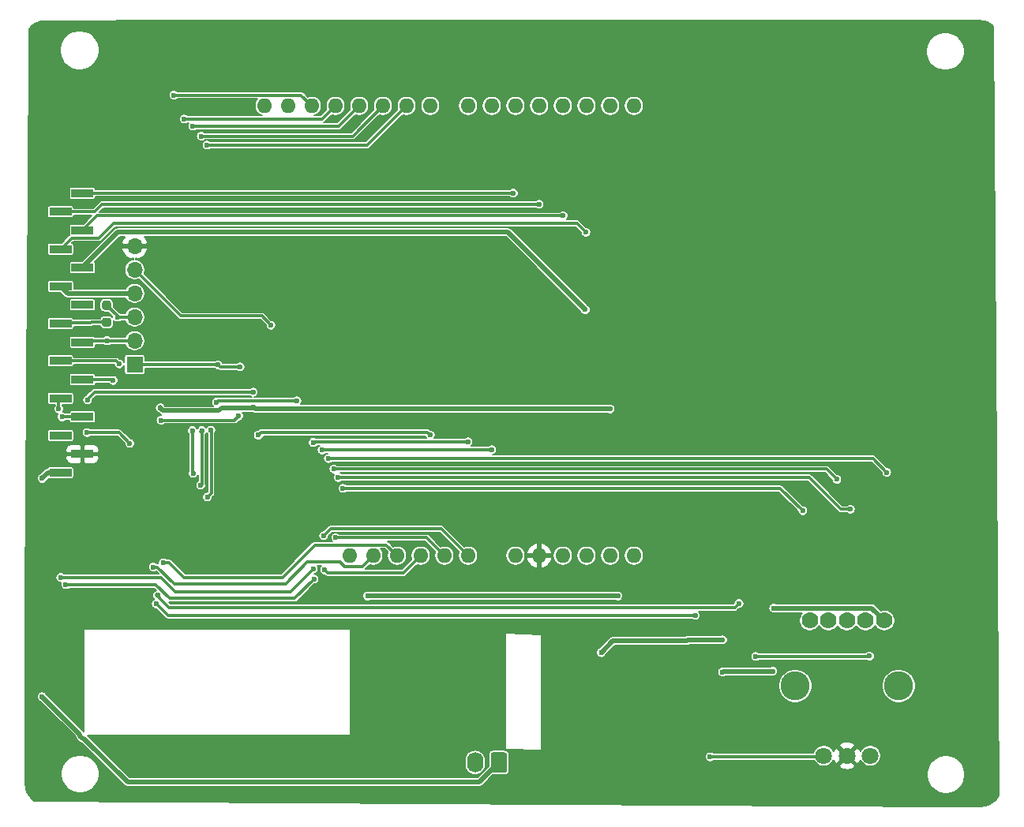
<source format=gbr>
%TF.GenerationSoftware,KiCad,Pcbnew,(5.1.7)-1*%
%TF.CreationDate,2020-12-15T16:08:46+01:00*%
%TF.ProjectId,EZ-PY32,455a2d50-5933-4322-9e6b-696361645f70,rev?*%
%TF.SameCoordinates,Original*%
%TF.FileFunction,Copper,L2,Bot*%
%TF.FilePolarity,Positive*%
%FSLAX46Y46*%
G04 Gerber Fmt 4.6, Leading zero omitted, Abs format (unit mm)*
G04 Created by KiCad (PCBNEW (5.1.7)-1) date 2020-12-15 16:08:46*
%MOMM*%
%LPD*%
G01*
G04 APERTURE LIST*
%TA.AperFunction,ComponentPad*%
%ADD10C,1.800000*%
%TD*%
%TA.AperFunction,ComponentPad*%
%ADD11C,1.778000*%
%TD*%
%TA.AperFunction,ComponentPad*%
%ADD12C,3.116000*%
%TD*%
%TA.AperFunction,ComponentPad*%
%ADD13O,1.600000X1.600000*%
%TD*%
%TA.AperFunction,ComponentPad*%
%ADD14O,1.740000X2.190000*%
%TD*%
%TA.AperFunction,ComponentPad*%
%ADD15R,1.700000X1.700000*%
%TD*%
%TA.AperFunction,ComponentPad*%
%ADD16O,1.700000X1.700000*%
%TD*%
%TA.AperFunction,SMDPad,CuDef*%
%ADD17R,2.350000X0.850000*%
%TD*%
%TA.AperFunction,ViaPad*%
%ADD18C,0.600000*%
%TD*%
%TA.AperFunction,Conductor*%
%ADD19C,0.300000*%
%TD*%
%TA.AperFunction,Conductor*%
%ADD20C,0.500000*%
%TD*%
%TA.AperFunction,Conductor*%
%ADD21C,0.203200*%
%TD*%
%TA.AperFunction,Conductor*%
%ADD22C,0.100000*%
%TD*%
G04 APERTURE END LIST*
D10*
%TO.P,S1,A*%
%TO.N,Net-(R1-Pad1)*%
X113260500Y-116974000D03*
%TO.P,S1,C*%
%TO.N,GND*%
X115760500Y-116974000D03*
%TO.P,S1,B*%
%TO.N,Net-(R2-Pad1)*%
X118260500Y-116974000D03*
D11*
%TO.P,S1,3*%
%TO.N,Net-(R8-Pad2)*%
X115760500Y-102474000D03*
%TO.P,S1,2*%
%TO.N,Net-(R6-Pad2)*%
X113760500Y-102474000D03*
D12*
%TO.P,S1,M1*%
%TO.N,N/C*%
X110210500Y-109474000D03*
%TO.P,S1,M2*%
X121310500Y-109474000D03*
D11*
%TO.P,S1,4*%
%TO.N,Net-(R7-Pad2)*%
X117760500Y-102474000D03*
%TO.P,S1,1*%
%TO.N,Net-(R5-Pad2)*%
X111760500Y-102474000D03*
%TO.P,S1,5*%
%TO.N,+5V*%
X119760500Y-102474000D03*
%TD*%
D13*
%TO.P,U4,5*%
%TO.N,LCD_CS*%
X67513200Y-95504000D03*
%TO.P,U4,15*%
%TO.N,N/C*%
X92913200Y-47244000D03*
%TO.P,U4,19*%
%TO.N,SD_DI*%
X82753200Y-47244000D03*
%TO.P,U4,28*%
%TO.N,/Display/LCD_D2*%
X58373200Y-47244000D03*
%TO.P,U4,27*%
%TO.N,/Display/LCD_D3*%
X60913200Y-47244000D03*
%TO.P,U4,25*%
%TO.N,/Display/LCD_D5*%
X65993200Y-47244000D03*
%TO.P,U4,3*%
%TO.N,N/C*%
X62433200Y-95504000D03*
%TO.P,U4,7*%
%TO.N,LCD_WR*%
X72593200Y-95504000D03*
%TO.P,U4,8*%
%TO.N,LCD_RD*%
X75133200Y-95504000D03*
%TO.P,U4,10*%
%TO.N,GND*%
X82753200Y-95504000D03*
%TO.P,U4,13*%
%TO.N,+3V3*%
X90373200Y-95504000D03*
%TO.P,U4,24*%
%TO.N,/Display/LCD_D6*%
X68533200Y-47244000D03*
%TO.P,U4,14*%
%TO.N,N/C*%
X92913200Y-95504000D03*
%TO.P,U4,30*%
X53293200Y-47244000D03*
%TO.P,U4,23*%
%TO.N,/Display/LCD_D7*%
X71073200Y-47244000D03*
%TO.P,U4,18*%
%TO.N,SD_D0*%
X85293200Y-47244000D03*
%TO.P,U4,9*%
%TO.N,N/C*%
X80213200Y-95504000D03*
%TO.P,U4,17*%
%TO.N,SD_SCK*%
X87833200Y-47244000D03*
%TO.P,U4,4*%
%TO.N,LCD_RST*%
X64973200Y-95504000D03*
%TO.P,U4,6*%
%TO.N,LCD_RS*%
X70053200Y-95504000D03*
%TO.P,U4,29*%
%TO.N,N/C*%
X55833200Y-47244000D03*
%TO.P,U4,26*%
%TO.N,/Display/LCD_D4*%
X63453200Y-47244000D03*
%TO.P,U4,20*%
%TO.N,SD_SS*%
X80213200Y-47244000D03*
%TO.P,U4,21*%
%TO.N,/Display/LCD_D1*%
X77673200Y-47244000D03*
%TO.P,U4,11*%
%TO.N,N/C*%
X85293200Y-95504000D03*
%TO.P,U4,16*%
X90373200Y-47244000D03*
%TO.P,U4,22*%
%TO.N,/Display/LCD_D0*%
X75133200Y-47244000D03*
%TO.P,U4,12*%
%TO.N,+5V*%
X87833200Y-95504000D03*
%TD*%
%TO.P,J1,1*%
%TO.N,+12V*%
%TA.AperFunction,ComponentPad*%
G36*
G01*
X79292500Y-116860499D02*
X79292500Y-118550501D01*
G75*
G02*
X79042501Y-118800500I-249999J0D01*
G01*
X77802499Y-118800500D01*
G75*
G02*
X77552500Y-118550501I0J249999D01*
G01*
X77552500Y-116860499D01*
G75*
G02*
X77802499Y-116610500I249999J0D01*
G01*
X79042501Y-116610500D01*
G75*
G02*
X79292500Y-116860499I0J-249999D01*
G01*
G37*
%TD.AperFunction*%
D14*
%TO.P,J1,2*%
%TO.N,Net-(J1-Pad2)*%
X75882500Y-117705500D03*
%TD*%
D15*
%TO.P,J2,1*%
%TO.N,DTR*%
X39370000Y-74993500D03*
D16*
%TO.P,J2,2*%
%TO.N,Tx*%
X39370000Y-72453500D03*
%TO.P,J2,3*%
%TO.N,Rx*%
X39370000Y-69913500D03*
%TO.P,J2,4*%
%TO.N,+3V3*%
X39370000Y-67373500D03*
%TO.P,J2,5*%
%TO.N,RTS*%
X39370000Y-64833500D03*
%TO.P,J2,6*%
%TO.N,GND*%
X39370000Y-62293500D03*
%TD*%
%TO.P,R16,1*%
%TO.N,Rx_extern*%
%TA.AperFunction,SMDPad,CuDef*%
G36*
G01*
X36597600Y-70947100D02*
X36122600Y-70947100D01*
G75*
G02*
X35885100Y-70709600I0J237500D01*
G01*
X35885100Y-70209600D01*
G75*
G02*
X36122600Y-69972100I237500J0D01*
G01*
X36597600Y-69972100D01*
G75*
G02*
X36835100Y-70209600I0J-237500D01*
G01*
X36835100Y-70709600D01*
G75*
G02*
X36597600Y-70947100I-237500J0D01*
G01*
G37*
%TD.AperFunction*%
%TO.P,R16,2*%
%TO.N,Rx*%
%TA.AperFunction,SMDPad,CuDef*%
G36*
G01*
X36597600Y-69122100D02*
X36122600Y-69122100D01*
G75*
G02*
X35885100Y-68884600I0J237500D01*
G01*
X35885100Y-68384600D01*
G75*
G02*
X36122600Y-68147100I237500J0D01*
G01*
X36597600Y-68147100D01*
G75*
G02*
X36835100Y-68384600I0J-237500D01*
G01*
X36835100Y-68884600D01*
G75*
G02*
X36597600Y-69122100I-237500J0D01*
G01*
G37*
%TD.AperFunction*%
%TD*%
D17*
%TO.P,J3,1*%
%TO.N,+12V*%
X31419300Y-86606300D03*
%TO.P,J3,3*%
%TO.N,N/C*%
X31419300Y-82606300D03*
%TO.P,J3,5*%
%TO.N,SENSOR_VN*%
X31419300Y-78606300D03*
%TO.P,J3,7*%
%TO.N,/Anschl\u00FCssse/SDA*%
X31419300Y-74606300D03*
%TO.P,J3,9*%
%TO.N,Rx_extern*%
X31419300Y-70606300D03*
%TO.P,J3,11*%
%TO.N,+3V3*%
X31419300Y-66606300D03*
%TO.P,J3,13*%
%TO.N,SD_SCK*%
X31419300Y-62606300D03*
%TO.P,J3,15*%
%TO.N,SD_DI*%
X31419300Y-58606300D03*
%TO.P,J3,2*%
%TO.N,GND*%
X33769300Y-84606300D03*
%TO.P,J3,4*%
%TO.N,SENSOR_VP*%
X33769300Y-80606300D03*
%TO.P,J3,6*%
%TO.N,/Anschl\u00FCssse/SCL*%
X33769300Y-76606300D03*
%TO.P,J3,8*%
%TO.N,Tx*%
X33769300Y-72606300D03*
%TO.P,J3,10*%
%TO.N,N/C*%
X33769300Y-68606300D03*
%TO.P,J3,12*%
%TO.N,+5V*%
X33769300Y-64606300D03*
%TO.P,J3,14*%
%TO.N,SD_D0*%
X33769300Y-60606300D03*
%TO.P,J3,16*%
%TO.N,SD_SS*%
X33769300Y-56606300D03*
%TD*%
D18*
%TO.N,GND*%
X51020360Y-95241880D03*
X51020360Y-93591880D03*
X50045360Y-94416880D03*
X48320360Y-94416880D03*
X47370360Y-95241880D03*
X47370360Y-93591880D03*
X50045360Y-96216880D03*
X48320360Y-96241880D03*
X49195360Y-95241880D03*
X50045360Y-92591880D03*
X49195360Y-93591880D03*
X48320360Y-92566880D03*
%TO.N,/Display/LCD_D4*%
X45554900Y-82094700D03*
%TO.N,/Drehencoder/Potti_B*%
X104180000Y-100638600D03*
X41836101Y-99762701D03*
%TO.N,+5V*%
X107783000Y-107903000D03*
%TO.N,+3V3*%
X52108100Y-79605500D03*
X90373200Y-79770600D03*
X42100500Y-79656300D03*
%TO.N,/Drehencoder/Potti_A*%
X41694100Y-100687500D03*
X99495360Y-101916880D03*
%TO.N,IO0_ESP*%
X42202100Y-80977100D03*
X50533300Y-80519900D03*
%TO.N,+3V3*%
X64345360Y-99841880D03*
X91195360Y-99841880D03*
%TO.N,+5V*%
X87693500Y-69115300D03*
X102420360Y-107991880D03*
X89407860Y-105904380D03*
X107902241Y-101134999D03*
X102420360Y-104541880D03*
%TO.N,GND*%
X39001700Y-80672300D03*
X117420360Y-96691880D03*
X116945360Y-93716880D03*
X94970360Y-110966880D03*
X94945360Y-109866880D03*
X92945360Y-112066880D03*
X93045360Y-105966880D03*
X94545360Y-107291880D03*
%TO.N,+12V*%
X29451300Y-110631292D03*
X29451300Y-87225500D03*
%TO.N,Rx*%
X37517700Y-69913500D03*
%TO.N,Tx*%
X36410900Y-72442700D03*
%TO.N,/Drehencoder/blau*%
X60134500Y-85091900D03*
X120020360Y-86566880D03*
%TO.N,Net-(R1-Pad1)*%
X101079300Y-117095900D03*
%TO.N,/Drehencoder/gruen*%
X60744100Y-86209500D03*
X114670360Y-87316880D03*
%TO.N,/Drehencoder/rot*%
X61709300Y-88292302D03*
X111020360Y-90691880D03*
%TO.N,Net-(R2-Pad1)*%
X105981500Y-106326300D03*
X118173500Y-106287490D03*
%TO.N,/ESP32/Potti_schalter*%
X61201300Y-87123900D03*
X116120360Y-90527500D03*
%TO.N,/Display/LCD_D7*%
X71073200Y-82568600D03*
X52641500Y-82577300D03*
%TO.N,/Display/LCD_D5*%
X46458500Y-87947500D03*
%TO.N,/Display/LCD_D6*%
X47169700Y-89217500D03*
X47536100Y-82043900D03*
X47119310Y-51462300D03*
%TO.N,/Display/LCD_D4*%
X45645700Y-86677500D03*
X45605700Y-49430300D03*
%TO.N,/Display/LCD_D5*%
X46570900Y-82094700D03*
X46520100Y-50497100D03*
%TO.N,/Display/LCD_D1*%
X77673200Y-84139400D03*
X59474100Y-84177500D03*
%TO.N,/Display/LCD_D2*%
X43590199Y-46093999D03*
%TO.N,/Display/LCD_D3*%
X44691300Y-48668300D03*
%TO.N,LCD_RST*%
X41389300Y-96725100D03*
%TO.N,LCD_CS*%
X42456100Y-96267902D03*
%TO.N,LCD_RS*%
X59745360Y-97041880D03*
%TO.N,LCD_WR*%
X60947300Y-93575498D03*
%TO.N,LCD_RD*%
X59626500Y-93372300D03*
%TO.N,/Display/LCD_D0*%
X75133200Y-83301200D03*
X58508900Y-83364701D03*
%TO.N,RTS*%
X53985800Y-70776440D03*
%TO.N,DTR*%
X50670700Y-75251700D03*
X48298100Y-75033500D03*
%TO.N,SD_SCK*%
X87769700Y-60809500D03*
%TO.N,SD_DI*%
X82740500Y-57812300D03*
%TO.N,SD_D0*%
X85331300Y-59031500D03*
%TO.N,SD_SS*%
X79984100Y-56606300D03*
%TO.N,/Anschl\u00FCssse/SDA*%
X37731700Y-74931900D03*
%TO.N,/Anschl\u00FCssse/SCL*%
X37071300Y-76709900D03*
%TO.N,SENSOR_VP*%
X31584900Y-80621500D03*
X31998194Y-98611594D03*
X58620360Y-98016880D03*
%TO.N,SENSOR_VN*%
X31229300Y-79757900D03*
X31432500Y-97842700D03*
X58520360Y-96916880D03*
%TO.N,Net-(Q4-Pad1)*%
X56781700Y-78894300D03*
X48145700Y-79046700D03*
%TO.N,Net-(R11-Pad2)*%
X52082700Y-77954500D03*
X34313500Y-78803500D03*
%TO.N,Net-(R15-Pad2)*%
X34250000Y-82296000D03*
X38849300Y-83466300D03*
%TD*%
D19*
%TO.N,/Drehencoder/Potti_B*%
X42049700Y-99976300D02*
X41836101Y-99762701D01*
X103726720Y-101091880D02*
X104180000Y-100638600D01*
X43060482Y-101091880D02*
X103726720Y-101091880D01*
X41731303Y-99762701D02*
X43060482Y-101091880D01*
X41836101Y-99762701D02*
X41731303Y-99762701D01*
D20*
%TO.N,+3V3*%
X42151300Y-79605500D02*
X42100500Y-79656300D01*
X52057300Y-79656300D02*
X52108100Y-79605500D01*
X52273200Y-79770600D02*
X52108100Y-79605500D01*
X90373200Y-79770600D02*
X52273200Y-79770600D01*
D19*
%TO.N,/Drehencoder/Potti_A*%
X41694100Y-100687500D02*
X42923480Y-101916880D01*
X42923480Y-101916880D02*
X99495360Y-101916880D01*
%TO.N,IO0_ESP*%
X50076100Y-80977100D02*
X50533300Y-80519900D01*
X42202100Y-80977100D02*
X50076100Y-80977100D01*
D20*
%TO.N,+3V3*%
X32186500Y-67373500D02*
X31419300Y-66606300D01*
X39370000Y-67373500D02*
X32186500Y-67373500D01*
X42100500Y-79656300D02*
X42400499Y-79956299D01*
X42400499Y-79956299D02*
X48401305Y-79956299D01*
X48701304Y-79656300D02*
X52057300Y-79656300D01*
X48401305Y-79956299D02*
X48701304Y-79656300D01*
X64345360Y-99841880D02*
X91195360Y-99841880D01*
%TO.N,+5V*%
X33769300Y-64606300D02*
X37566100Y-60809500D01*
X37566100Y-60809500D02*
X79387700Y-60809500D01*
X79387700Y-60809500D02*
X87693500Y-69115300D01*
X107783000Y-107903000D02*
X102509240Y-107903000D01*
X102509240Y-107903000D02*
X102420360Y-107991880D01*
X89407860Y-105904380D02*
X90645360Y-104666880D01*
X118421499Y-101134999D02*
X107902241Y-101134999D01*
X119760500Y-102474000D02*
X118421499Y-101134999D01*
X107902241Y-101134999D02*
X107877241Y-101134999D01*
X98695360Y-104541880D02*
X98570360Y-104666880D01*
X102420360Y-104541880D02*
X98695360Y-104541880D01*
X90645360Y-104666880D02*
X98570360Y-104666880D01*
%TO.N,+12V*%
X38608308Y-119788300D02*
X76339700Y-119788300D01*
X33927519Y-115107510D02*
X38608308Y-119788300D01*
X33786098Y-115107510D02*
X33927519Y-115107510D01*
X33522490Y-114843902D02*
X33786098Y-115107510D01*
X33522490Y-114702482D02*
X33522490Y-114843902D01*
X76339700Y-119788300D02*
X78422500Y-117705500D01*
X30070500Y-86606300D02*
X29451300Y-87225500D01*
X31419300Y-86606300D02*
X30070500Y-86606300D01*
X29451300Y-110631292D02*
X33522490Y-114702482D01*
D19*
%TO.N,Rx*%
X39370000Y-69913500D02*
X37517700Y-69913500D01*
X37517700Y-69792200D02*
X36360100Y-68634600D01*
X37517700Y-69913500D02*
X37517700Y-69792200D01*
%TO.N,Tx*%
X37996500Y-72453500D02*
X37985700Y-72442700D01*
X39370000Y-72453500D02*
X37996500Y-72453500D01*
X37985700Y-72442700D02*
X36410900Y-72442700D01*
X33932900Y-72442700D02*
X33769300Y-72606300D01*
X36410900Y-72442700D02*
X33932900Y-72442700D01*
%TO.N,/Drehencoder/blau*%
X60134500Y-85091900D02*
X118545380Y-85091900D01*
X118545380Y-85091900D02*
X120020360Y-86566880D01*
%TO.N,/Drehencoder/gruen*%
X113562980Y-86209500D02*
X114670360Y-87316880D01*
X60744100Y-86209500D02*
X113562980Y-86209500D01*
%TO.N,/Drehencoder/rot*%
X108620782Y-88292302D02*
X111020360Y-90691880D01*
X61709300Y-88292302D02*
X108620782Y-88292302D01*
%TO.N,Net-(R1-Pad1)*%
X101104700Y-117070500D02*
X101079300Y-117095900D01*
X113164000Y-117070500D02*
X101104700Y-117070500D01*
X113260500Y-116974000D02*
X113164000Y-117070500D01*
%TO.N,Net-(R2-Pad1)*%
X106692700Y-106326300D02*
X118134690Y-106326300D01*
X118134690Y-106326300D02*
X118173500Y-106287490D01*
X106692700Y-106326300D02*
X105981500Y-106326300D01*
%TO.N,/ESP32/Potti_schalter*%
X61625564Y-87123900D02*
X61201300Y-87123900D01*
X111721900Y-87123900D02*
X61625564Y-87123900D01*
X115125500Y-90527500D02*
X111721900Y-87123900D01*
X116120360Y-90527500D02*
X115125500Y-90527500D01*
%TO.N,/Display/LCD_D6*%
X47586900Y-82094700D02*
X47536100Y-82043900D01*
X47586900Y-88800300D02*
X47586900Y-82094700D01*
X47169700Y-89217500D02*
X47586900Y-88800300D01*
X68533200Y-47244000D02*
X64314900Y-51462300D01*
X64314900Y-51462300D02*
X47119310Y-51462300D01*
%TO.N,/Display/LCD_D7*%
X52941499Y-82277301D02*
X52641500Y-82577300D01*
X70773201Y-82268601D02*
X52950199Y-82268601D01*
X71073200Y-82568600D02*
X70773201Y-82268601D01*
X52950199Y-82268601D02*
X52941499Y-82277301D01*
%TO.N,/Display/LCD_D4*%
X45554900Y-86586700D02*
X45645700Y-86677500D01*
X45554900Y-82094700D02*
X45554900Y-86586700D01*
X63453200Y-47244000D02*
X61266900Y-49430300D01*
X61266900Y-49430300D02*
X45605700Y-49430300D01*
%TO.N,/Display/LCD_D5*%
X46458500Y-82207100D02*
X46570900Y-82094700D01*
X46570900Y-87835100D02*
X46458500Y-87947500D01*
X46570900Y-82094700D02*
X46570900Y-87835100D01*
X65993200Y-47244000D02*
X62740100Y-50497100D01*
X62740100Y-50497100D02*
X46520100Y-50497100D01*
%TO.N,/Display/LCD_D1*%
X77673200Y-84139400D02*
X59512200Y-84139400D01*
X59512200Y-84139400D02*
X59474100Y-84177500D01*
%TO.N,/Display/LCD_D2*%
X57223199Y-46093999D02*
X43590199Y-46093999D01*
X58373200Y-47244000D02*
X57223199Y-46093999D01*
%TO.N,/Display/LCD_D3*%
X60913200Y-47244000D02*
X59488900Y-48668300D01*
X59488900Y-48668300D02*
X44691300Y-48668300D01*
%TO.N,LCD_RST*%
X61881199Y-96654001D02*
X63823199Y-96654001D01*
X61414697Y-96187499D02*
X61881199Y-96654001D01*
X57874741Y-96187499D02*
X61414697Y-96187499D01*
X55545360Y-98516880D02*
X57874741Y-96187499D01*
X63823199Y-96654001D02*
X64973200Y-95504000D01*
X43605344Y-98516880D02*
X55545360Y-98516880D01*
X41813564Y-96725100D02*
X43605344Y-98516880D01*
X41389300Y-96725100D02*
X41813564Y-96725100D01*
%TO.N,LCD_CS*%
X66363199Y-94353999D02*
X67513200Y-95504000D01*
X58708241Y-94353999D02*
X66363199Y-94353999D01*
X44640500Y-97842700D02*
X55219540Y-97842700D01*
X55219540Y-97842700D02*
X58708241Y-94353999D01*
X43065702Y-96267902D02*
X44640500Y-97842700D01*
X42456100Y-96267902D02*
X43065702Y-96267902D01*
%TO.N,LCD_RS*%
X68215321Y-97341879D02*
X60045359Y-97341879D01*
X70053200Y-95504000D02*
X68215321Y-97341879D01*
X60045359Y-97341879D02*
X59745360Y-97041880D01*
%TO.N,LCD_WR*%
X72593200Y-95504000D02*
X70664698Y-93575498D01*
X70664698Y-93575498D02*
X60947300Y-93575498D01*
%TO.N,LCD_RD*%
X60388500Y-92610300D02*
X59626500Y-93372300D01*
X75133200Y-95504000D02*
X72239500Y-92610300D01*
X72239500Y-92610300D02*
X60388500Y-92610300D01*
%TO.N,/Display/LCD_D0*%
X75133200Y-83301200D02*
X58572401Y-83301200D01*
X58572401Y-83301200D02*
X58508900Y-83364701D01*
%TO.N,RTS*%
X53001240Y-69791880D02*
X53985800Y-70776440D01*
X44328380Y-69791880D02*
X53001240Y-69791880D01*
X39370000Y-64833500D02*
X44328380Y-69791880D01*
%TO.N,DTR*%
X39714800Y-75338300D02*
X39370000Y-74993500D01*
X50670700Y-75251700D02*
X48516300Y-75251700D01*
X48516300Y-75251700D02*
X48298100Y-75033500D01*
X39370000Y-74993500D02*
X48258100Y-74993500D01*
X48258100Y-74993500D02*
X48298100Y-75033500D01*
%TO.N,SD_SCK*%
X87769700Y-60809500D02*
X87820500Y-60809500D01*
X86804500Y-59844300D02*
X87769700Y-60809500D01*
X37122100Y-59844300D02*
X86804500Y-59844300D01*
X35547300Y-61419100D02*
X37122100Y-59844300D01*
X32606500Y-61419100D02*
X35547300Y-61419100D01*
X31419300Y-62606300D02*
X32606500Y-61419100D01*
%TO.N,SD_DI*%
X35062180Y-58606300D02*
X35856180Y-57812300D01*
X31419300Y-58606300D02*
X35062180Y-58606300D01*
X35856180Y-57812300D02*
X82740500Y-57812300D01*
%TO.N,SD_D0*%
X33769300Y-60606300D02*
X35344100Y-59031500D01*
X35344100Y-59031500D02*
X85331300Y-59031500D01*
%TO.N,SD_SS*%
X33769300Y-56606300D02*
X79984100Y-56606300D01*
X79984100Y-56606300D02*
X80034900Y-56606300D01*
%TO.N,/Anschl\u00FCssse/SDA*%
X37406100Y-74606300D02*
X37731700Y-74931900D01*
X31419300Y-74606300D02*
X37406100Y-74606300D01*
%TO.N,/Anschl\u00FCssse/SCL*%
X36967700Y-76606300D02*
X37071300Y-76709900D01*
X33769300Y-76606300D02*
X36967700Y-76606300D01*
%TO.N,SENSOR_VP*%
X31701700Y-80606300D02*
X31686500Y-80621500D01*
X33769300Y-80606300D02*
X31701700Y-80606300D01*
X31998194Y-98611594D02*
X32055888Y-98553900D01*
X31998194Y-98611594D02*
X41646996Y-98611594D01*
X41646996Y-98611594D02*
X43127282Y-100091880D01*
X43127282Y-100091880D02*
X56545360Y-100091880D01*
X56545360Y-100091880D02*
X58620360Y-98016880D01*
%TO.N,SENSOR_VN*%
X31229300Y-78796300D02*
X31419300Y-78606300D01*
X31229300Y-79757900D02*
X31229300Y-78796300D01*
X56070360Y-99366880D02*
X58520360Y-96916880D01*
X31432500Y-97842700D02*
X42202100Y-97842700D01*
X43726280Y-99366880D02*
X56070360Y-99366880D01*
X42202100Y-97842700D02*
X43726280Y-99366880D01*
%TO.N,Net-(Q4-Pad1)*%
X56781700Y-78894300D02*
X48298100Y-78894300D01*
X48298100Y-78894300D02*
X48145700Y-79046700D01*
%TO.N,Net-(R11-Pad2)*%
X35077498Y-77954500D02*
X34378900Y-78653098D01*
X52082700Y-77954500D02*
X35077498Y-77954500D01*
%TO.N,Net-(R15-Pad2)*%
X37679000Y-82296000D02*
X38849300Y-83466300D01*
X34250000Y-82296000D02*
X37679000Y-82296000D01*
%TO.N,Rx_extern*%
X31513300Y-70512300D02*
X31419300Y-70606300D01*
X34685600Y-70512300D02*
X31513300Y-70512300D01*
X34738300Y-70459600D02*
X34685600Y-70512300D01*
X36360100Y-70459600D02*
X34738300Y-70459600D01*
%TD*%
D21*
%TO.N,GND*%
X129947264Y-38124991D02*
X130392133Y-38168610D01*
X130806848Y-38293820D01*
X131189342Y-38497197D01*
X131416156Y-38682182D01*
X132032191Y-121230945D01*
X131936803Y-121410344D01*
X131663008Y-121746049D01*
X131329220Y-122022183D01*
X130948156Y-122228224D01*
X130534326Y-122356325D01*
X130090339Y-122402990D01*
X130087747Y-122402999D01*
X126616337Y-122396400D01*
X28593588Y-121802323D01*
X28304451Y-121566508D01*
X28028317Y-121232720D01*
X27822276Y-120851656D01*
X27694175Y-120437826D01*
X27647510Y-119993839D01*
X27647500Y-119991192D01*
X27648502Y-118733126D01*
X31473266Y-118733126D01*
X31473266Y-119137874D01*
X31552228Y-119534844D01*
X31707118Y-119908782D01*
X31931984Y-120245317D01*
X32218183Y-120531516D01*
X32554718Y-120756382D01*
X32928656Y-120911272D01*
X33325626Y-120990234D01*
X33730374Y-120990234D01*
X34127344Y-120911272D01*
X34501282Y-120756382D01*
X34837817Y-120531516D01*
X35124016Y-120245317D01*
X35348882Y-119908782D01*
X35503772Y-119534844D01*
X35582734Y-119137874D01*
X35582734Y-118733126D01*
X35503772Y-118336156D01*
X35348882Y-117962218D01*
X35124016Y-117625683D01*
X34837817Y-117339484D01*
X34501282Y-117114618D01*
X34127344Y-116959728D01*
X33730374Y-116880766D01*
X33325626Y-116880766D01*
X32928656Y-116959728D01*
X32554718Y-117114618D01*
X32218183Y-117339484D01*
X31931984Y-117625683D01*
X31707118Y-117962218D01*
X31552228Y-118336156D01*
X31473266Y-118733126D01*
X27648502Y-118733126D01*
X27654999Y-110576728D01*
X28897300Y-110576728D01*
X28897300Y-110685856D01*
X28918589Y-110792888D01*
X28960351Y-110893710D01*
X29020980Y-110984447D01*
X29098145Y-111061612D01*
X29188882Y-111122241D01*
X29258197Y-111150953D01*
X33023143Y-114915899D01*
X33025783Y-114942703D01*
X33054602Y-115037707D01*
X33101402Y-115125264D01*
X33164385Y-115202008D01*
X33183613Y-115217788D01*
X33412208Y-115446383D01*
X33427992Y-115465616D01*
X33504736Y-115528598D01*
X33592293Y-115575398D01*
X33658477Y-115595475D01*
X33687296Y-115604217D01*
X33714103Y-115606857D01*
X38234422Y-120127178D01*
X38250202Y-120146406D01*
X38326946Y-120209388D01*
X38414503Y-120256188D01*
X38480687Y-120276265D01*
X38509506Y-120285007D01*
X38608307Y-120294738D01*
X38633061Y-120292300D01*
X76314946Y-120292300D01*
X76339700Y-120294738D01*
X76438501Y-120285007D01*
X76533505Y-120256188D01*
X76621062Y-120209388D01*
X76697806Y-120146406D01*
X76713590Y-120127173D01*
X77786601Y-119054162D01*
X77802499Y-119055728D01*
X79042501Y-119055728D01*
X79141066Y-119046020D01*
X79235843Y-119017270D01*
X79323190Y-118970582D01*
X79399750Y-118907750D01*
X79462582Y-118831190D01*
X79481056Y-118796626D01*
X124310266Y-118796626D01*
X124310266Y-119201374D01*
X124389228Y-119598344D01*
X124544118Y-119972282D01*
X124768984Y-120308817D01*
X125055183Y-120595016D01*
X125391718Y-120819882D01*
X125765656Y-120974772D01*
X126162626Y-121053734D01*
X126567374Y-121053734D01*
X126964344Y-120974772D01*
X127338282Y-120819882D01*
X127674817Y-120595016D01*
X127961016Y-120308817D01*
X128185882Y-119972282D01*
X128340772Y-119598344D01*
X128419734Y-119201374D01*
X128419734Y-118796626D01*
X128340772Y-118399656D01*
X128185882Y-118025718D01*
X127961016Y-117689183D01*
X127674817Y-117402984D01*
X127338282Y-117178118D01*
X126964344Y-117023228D01*
X126567374Y-116944266D01*
X126162626Y-116944266D01*
X125765656Y-117023228D01*
X125391718Y-117178118D01*
X125055183Y-117402984D01*
X124768984Y-117689183D01*
X124544118Y-118025718D01*
X124389228Y-118399656D01*
X124310266Y-118796626D01*
X79481056Y-118796626D01*
X79509270Y-118743843D01*
X79538020Y-118649066D01*
X79547728Y-118550501D01*
X79547728Y-117041336D01*
X100525300Y-117041336D01*
X100525300Y-117150464D01*
X100546589Y-117257496D01*
X100588351Y-117358318D01*
X100648980Y-117449055D01*
X100726145Y-117526220D01*
X100816882Y-117586849D01*
X100917704Y-117628611D01*
X101024736Y-117649900D01*
X101133864Y-117649900D01*
X101240896Y-117628611D01*
X101341718Y-117586849D01*
X101432455Y-117526220D01*
X101484175Y-117474500D01*
X112218733Y-117474500D01*
X112237838Y-117520624D01*
X112364129Y-117709632D01*
X112524868Y-117870371D01*
X112713876Y-117996662D01*
X112923891Y-118083653D01*
X113146841Y-118128000D01*
X113374159Y-118128000D01*
X113597109Y-118083653D01*
X113701103Y-118040577D01*
X114909450Y-118040577D01*
X114996692Y-118284570D01*
X115267048Y-118408399D01*
X115556367Y-118477105D01*
X115853531Y-118488048D01*
X116147119Y-118440807D01*
X116425850Y-118337197D01*
X116524308Y-118284570D01*
X116611550Y-118040577D01*
X115760500Y-117189526D01*
X114909450Y-118040577D01*
X113701103Y-118040577D01*
X113807124Y-117996662D01*
X113996132Y-117870371D01*
X114156871Y-117709632D01*
X114283162Y-117520624D01*
X114320059Y-117431548D01*
X114397303Y-117639350D01*
X114449930Y-117737808D01*
X114693923Y-117825050D01*
X115544974Y-116974000D01*
X115976026Y-116974000D01*
X116827077Y-117825050D01*
X117071070Y-117737808D01*
X117194899Y-117467452D01*
X117202520Y-117435359D01*
X117237838Y-117520624D01*
X117364129Y-117709632D01*
X117524868Y-117870371D01*
X117713876Y-117996662D01*
X117923891Y-118083653D01*
X118146841Y-118128000D01*
X118374159Y-118128000D01*
X118597109Y-118083653D01*
X118807124Y-117996662D01*
X118996132Y-117870371D01*
X119156871Y-117709632D01*
X119283162Y-117520624D01*
X119370153Y-117310609D01*
X119414500Y-117087659D01*
X119414500Y-116860341D01*
X119370153Y-116637391D01*
X119283162Y-116427376D01*
X119156871Y-116238368D01*
X118996132Y-116077629D01*
X118807124Y-115951338D01*
X118597109Y-115864347D01*
X118374159Y-115820000D01*
X118146841Y-115820000D01*
X117923891Y-115864347D01*
X117713876Y-115951338D01*
X117524868Y-116077629D01*
X117364129Y-116238368D01*
X117237838Y-116427376D01*
X117200941Y-116516452D01*
X117123697Y-116308650D01*
X117071070Y-116210192D01*
X116827077Y-116122950D01*
X115976026Y-116974000D01*
X115544974Y-116974000D01*
X114693923Y-116122950D01*
X114449930Y-116210192D01*
X114326101Y-116480548D01*
X114318480Y-116512641D01*
X114283162Y-116427376D01*
X114156871Y-116238368D01*
X113996132Y-116077629D01*
X113807124Y-115951338D01*
X113701104Y-115907423D01*
X114909450Y-115907423D01*
X115760500Y-116758474D01*
X116611550Y-115907423D01*
X116524308Y-115663430D01*
X116253952Y-115539601D01*
X115964633Y-115470895D01*
X115667469Y-115459952D01*
X115373881Y-115507193D01*
X115095150Y-115610803D01*
X114996692Y-115663430D01*
X114909450Y-115907423D01*
X113701104Y-115907423D01*
X113597109Y-115864347D01*
X113374159Y-115820000D01*
X113146841Y-115820000D01*
X112923891Y-115864347D01*
X112713876Y-115951338D01*
X112524868Y-116077629D01*
X112364129Y-116238368D01*
X112237838Y-116427376D01*
X112150847Y-116637391D01*
X112145057Y-116666500D01*
X101433375Y-116666500D01*
X101432455Y-116665580D01*
X101341718Y-116604951D01*
X101240896Y-116563189D01*
X101133864Y-116541900D01*
X101024736Y-116541900D01*
X100917704Y-116563189D01*
X100816882Y-116604951D01*
X100726145Y-116665580D01*
X100648980Y-116742745D01*
X100588351Y-116833482D01*
X100546589Y-116934304D01*
X100525300Y-117041336D01*
X79547728Y-117041336D01*
X79547728Y-116860499D01*
X79538020Y-116761934D01*
X79509270Y-116667157D01*
X79462582Y-116579810D01*
X79399750Y-116503250D01*
X79323190Y-116440418D01*
X79235843Y-116393730D01*
X79141066Y-116364980D01*
X79042501Y-116355272D01*
X77802499Y-116355272D01*
X77703934Y-116364980D01*
X77609157Y-116393730D01*
X77521810Y-116440418D01*
X77445250Y-116503250D01*
X77382418Y-116579810D01*
X77335730Y-116667157D01*
X77306980Y-116761934D01*
X77297272Y-116860499D01*
X77297272Y-118117964D01*
X76130937Y-119284300D01*
X38817072Y-119284300D01*
X36958060Y-117425288D01*
X74758500Y-117425288D01*
X74758500Y-117985711D01*
X74774764Y-118150841D01*
X74839035Y-118362716D01*
X74943407Y-118557982D01*
X75083867Y-118729133D01*
X75255018Y-118869593D01*
X75450283Y-118973965D01*
X75662158Y-119038236D01*
X75882500Y-119059938D01*
X76102841Y-119038236D01*
X76314716Y-118973965D01*
X76509982Y-118869593D01*
X76681133Y-118729133D01*
X76821593Y-118557982D01*
X76925965Y-118362717D01*
X76990236Y-118150842D01*
X77006500Y-117985712D01*
X77006500Y-117425289D01*
X76990236Y-117260159D01*
X76925965Y-117048284D01*
X76821593Y-116853018D01*
X76681133Y-116681867D01*
X76509982Y-116541407D01*
X76314717Y-116437035D01*
X76102842Y-116372764D01*
X75882500Y-116351062D01*
X75662159Y-116372764D01*
X75450284Y-116437035D01*
X75255019Y-116541407D01*
X75083868Y-116681867D01*
X74943408Y-116853018D01*
X74839035Y-117048283D01*
X74774764Y-117260158D01*
X74758500Y-117425288D01*
X36958060Y-117425288D01*
X34301409Y-114768637D01*
X34293582Y-114759100D01*
X62420500Y-114759100D01*
X62440321Y-114757148D01*
X62459381Y-114751366D01*
X62476946Y-114741977D01*
X62492342Y-114729342D01*
X62504977Y-114713946D01*
X62514366Y-114696381D01*
X62520148Y-114677321D01*
X62522100Y-114657500D01*
X62522100Y-103888318D01*
X79082901Y-103888318D01*
X79133701Y-116232718D01*
X79135390Y-116250754D01*
X79140910Y-116269891D01*
X79150057Y-116287584D01*
X79162481Y-116303151D01*
X79177702Y-116315996D01*
X79195137Y-116325625D01*
X79214116Y-116331667D01*
X79233908Y-116333890D01*
X82942308Y-116384690D01*
X82963521Y-116382748D01*
X82982581Y-116376966D01*
X83000146Y-116367577D01*
X83015542Y-116354942D01*
X83028177Y-116339546D01*
X83037566Y-116321981D01*
X83043348Y-116302921D01*
X83045300Y-116283100D01*
X83045300Y-109295534D01*
X108398500Y-109295534D01*
X108398500Y-109652466D01*
X108468135Y-110002541D01*
X108604727Y-110332304D01*
X108803028Y-110629082D01*
X109055418Y-110881472D01*
X109352196Y-111079773D01*
X109681959Y-111216365D01*
X110032034Y-111286000D01*
X110388966Y-111286000D01*
X110739041Y-111216365D01*
X111068804Y-111079773D01*
X111365582Y-110881472D01*
X111617972Y-110629082D01*
X111816273Y-110332304D01*
X111952865Y-110002541D01*
X112022500Y-109652466D01*
X112022500Y-109295534D01*
X119498500Y-109295534D01*
X119498500Y-109652466D01*
X119568135Y-110002541D01*
X119704727Y-110332304D01*
X119903028Y-110629082D01*
X120155418Y-110881472D01*
X120452196Y-111079773D01*
X120781959Y-111216365D01*
X121132034Y-111286000D01*
X121488966Y-111286000D01*
X121839041Y-111216365D01*
X122168804Y-111079773D01*
X122465582Y-110881472D01*
X122717972Y-110629082D01*
X122916273Y-110332304D01*
X123052865Y-110002541D01*
X123122500Y-109652466D01*
X123122500Y-109295534D01*
X123052865Y-108945459D01*
X122916273Y-108615696D01*
X122717972Y-108318918D01*
X122465582Y-108066528D01*
X122168804Y-107868227D01*
X121839041Y-107731635D01*
X121488966Y-107662000D01*
X121132034Y-107662000D01*
X120781959Y-107731635D01*
X120452196Y-107868227D01*
X120155418Y-108066528D01*
X119903028Y-108318918D01*
X119704727Y-108615696D01*
X119568135Y-108945459D01*
X119498500Y-109295534D01*
X112022500Y-109295534D01*
X111952865Y-108945459D01*
X111816273Y-108615696D01*
X111617972Y-108318918D01*
X111365582Y-108066528D01*
X111068804Y-107868227D01*
X110739041Y-107731635D01*
X110388966Y-107662000D01*
X110032034Y-107662000D01*
X109681959Y-107731635D01*
X109352196Y-107868227D01*
X109055418Y-108066528D01*
X108803028Y-108318918D01*
X108604727Y-108615696D01*
X108468135Y-108945459D01*
X108398500Y-109295534D01*
X83045300Y-109295534D01*
X83045300Y-107937316D01*
X101866360Y-107937316D01*
X101866360Y-108046444D01*
X101887649Y-108153476D01*
X101929411Y-108254298D01*
X101990040Y-108345035D01*
X102067205Y-108422200D01*
X102157942Y-108482829D01*
X102258764Y-108524591D01*
X102365796Y-108545880D01*
X102474924Y-108545880D01*
X102581956Y-108524591D01*
X102682778Y-108482829D01*
X102773515Y-108422200D01*
X102788715Y-108407000D01*
X107552090Y-108407000D01*
X107621404Y-108435711D01*
X107728436Y-108457000D01*
X107837564Y-108457000D01*
X107944596Y-108435711D01*
X108045418Y-108393949D01*
X108136155Y-108333320D01*
X108213320Y-108256155D01*
X108273949Y-108165418D01*
X108315711Y-108064596D01*
X108337000Y-107957564D01*
X108337000Y-107848436D01*
X108315711Y-107741404D01*
X108273949Y-107640582D01*
X108213320Y-107549845D01*
X108136155Y-107472680D01*
X108045418Y-107412051D01*
X107944596Y-107370289D01*
X107837564Y-107349000D01*
X107728436Y-107349000D01*
X107621404Y-107370289D01*
X107552090Y-107399000D01*
X102533990Y-107399000D01*
X102509239Y-107396562D01*
X102484488Y-107399000D01*
X102484486Y-107399000D01*
X102410439Y-107406293D01*
X102315435Y-107435112D01*
X102277340Y-107455474D01*
X102258764Y-107459169D01*
X102157942Y-107500931D01*
X102067205Y-107561560D01*
X101990040Y-107638725D01*
X101929411Y-107729462D01*
X101887649Y-107830284D01*
X101866360Y-107937316D01*
X83045300Y-107937316D01*
X83045300Y-105849816D01*
X88853860Y-105849816D01*
X88853860Y-105958944D01*
X88875149Y-106065976D01*
X88916911Y-106166798D01*
X88977540Y-106257535D01*
X89054705Y-106334700D01*
X89145442Y-106395329D01*
X89246264Y-106437091D01*
X89353296Y-106458380D01*
X89462424Y-106458380D01*
X89569456Y-106437091D01*
X89670278Y-106395329D01*
X89761015Y-106334700D01*
X89823979Y-106271736D01*
X105427500Y-106271736D01*
X105427500Y-106380864D01*
X105448789Y-106487896D01*
X105490551Y-106588718D01*
X105551180Y-106679455D01*
X105628345Y-106756620D01*
X105719082Y-106817249D01*
X105819904Y-106859011D01*
X105926936Y-106880300D01*
X106036064Y-106880300D01*
X106143096Y-106859011D01*
X106243918Y-106817249D01*
X106334655Y-106756620D01*
X106360975Y-106730300D01*
X117839037Y-106730300D01*
X117911082Y-106778439D01*
X118011904Y-106820201D01*
X118118936Y-106841490D01*
X118228064Y-106841490D01*
X118335096Y-106820201D01*
X118435918Y-106778439D01*
X118526655Y-106717810D01*
X118603820Y-106640645D01*
X118664449Y-106549908D01*
X118706211Y-106449086D01*
X118727500Y-106342054D01*
X118727500Y-106232926D01*
X118706211Y-106125894D01*
X118664449Y-106025072D01*
X118603820Y-105934335D01*
X118526655Y-105857170D01*
X118435918Y-105796541D01*
X118335096Y-105754779D01*
X118228064Y-105733490D01*
X118118936Y-105733490D01*
X118011904Y-105754779D01*
X117911082Y-105796541D01*
X117820345Y-105857170D01*
X117755215Y-105922300D01*
X106360975Y-105922300D01*
X106334655Y-105895980D01*
X106243918Y-105835351D01*
X106143096Y-105793589D01*
X106036064Y-105772300D01*
X105926936Y-105772300D01*
X105819904Y-105793589D01*
X105719082Y-105835351D01*
X105628345Y-105895980D01*
X105551180Y-105973145D01*
X105490551Y-106063882D01*
X105448789Y-106164704D01*
X105427500Y-106271736D01*
X89823979Y-106271736D01*
X89838180Y-106257535D01*
X89898809Y-106166798D01*
X89927520Y-106097483D01*
X90854124Y-105170880D01*
X98545606Y-105170880D01*
X98570360Y-105173318D01*
X98669161Y-105163587D01*
X98764165Y-105134768D01*
X98851722Y-105087968D01*
X98903007Y-105045880D01*
X102189450Y-105045880D01*
X102258764Y-105074591D01*
X102365796Y-105095880D01*
X102474924Y-105095880D01*
X102581956Y-105074591D01*
X102682778Y-105032829D01*
X102773515Y-104972200D01*
X102850680Y-104895035D01*
X102911309Y-104804298D01*
X102953071Y-104703476D01*
X102974360Y-104596444D01*
X102974360Y-104487316D01*
X102953071Y-104380284D01*
X102911309Y-104279462D01*
X102850680Y-104188725D01*
X102773515Y-104111560D01*
X102682778Y-104050931D01*
X102581956Y-104009169D01*
X102474924Y-103987880D01*
X102365796Y-103987880D01*
X102258764Y-104009169D01*
X102189450Y-104037880D01*
X98720114Y-104037880D01*
X98695360Y-104035442D01*
X98670606Y-104037880D01*
X98596559Y-104045173D01*
X98501555Y-104073992D01*
X98413998Y-104120792D01*
X98362713Y-104162880D01*
X90670110Y-104162880D01*
X90645359Y-104160442D01*
X90620608Y-104162880D01*
X90620606Y-104162880D01*
X90546559Y-104170173D01*
X90451555Y-104198992D01*
X90363998Y-104245792D01*
X90287254Y-104308774D01*
X90271474Y-104328002D01*
X89214757Y-105384720D01*
X89145442Y-105413431D01*
X89054705Y-105474060D01*
X88977540Y-105551225D01*
X88916911Y-105641962D01*
X88875149Y-105742784D01*
X88853860Y-105849816D01*
X83045300Y-105849816D01*
X83045300Y-104040300D01*
X83044069Y-104024532D01*
X83039064Y-104005254D01*
X83030394Y-103987322D01*
X83018393Y-103971427D01*
X83003522Y-103958178D01*
X82986351Y-103948086D01*
X82967541Y-103941537D01*
X82947816Y-103938783D01*
X79188616Y-103786383D01*
X79164269Y-103788335D01*
X79145233Y-103794195D01*
X79127707Y-103803656D01*
X79112363Y-103816354D01*
X79099791Y-103831802D01*
X79090475Y-103849406D01*
X79084771Y-103868489D01*
X79082901Y-103888318D01*
X62522100Y-103888318D01*
X62522100Y-103481500D01*
X62520148Y-103461679D01*
X62514366Y-103442619D01*
X62504977Y-103425054D01*
X62492342Y-103409658D01*
X62476946Y-103397023D01*
X62459381Y-103387634D01*
X62440321Y-103381852D01*
X62420500Y-103379900D01*
X33972500Y-103379900D01*
X33952679Y-103381852D01*
X33933619Y-103387634D01*
X33916054Y-103397023D01*
X33900658Y-103409658D01*
X33888023Y-103425054D01*
X33878634Y-103442619D01*
X33872852Y-103461679D01*
X33870900Y-103481500D01*
X33870900Y-114336419D01*
X33861368Y-114328596D01*
X29970961Y-110438189D01*
X29942249Y-110368874D01*
X29881620Y-110278137D01*
X29804455Y-110200972D01*
X29713718Y-110140343D01*
X29612896Y-110098581D01*
X29505864Y-110077292D01*
X29396736Y-110077292D01*
X29289704Y-110098581D01*
X29188882Y-110140343D01*
X29098145Y-110200972D01*
X29020980Y-110278137D01*
X28960351Y-110368874D01*
X28918589Y-110469696D01*
X28897300Y-110576728D01*
X27654999Y-110576728D01*
X27665187Y-97788136D01*
X30878500Y-97788136D01*
X30878500Y-97897264D01*
X30899789Y-98004296D01*
X30941551Y-98105118D01*
X31002180Y-98195855D01*
X31079345Y-98273020D01*
X31170082Y-98333649D01*
X31270904Y-98375411D01*
X31377936Y-98396700D01*
X31487064Y-98396700D01*
X31487604Y-98396593D01*
X31465483Y-98449998D01*
X31444194Y-98557030D01*
X31444194Y-98666158D01*
X31465483Y-98773190D01*
X31507245Y-98874012D01*
X31567874Y-98964749D01*
X31645039Y-99041914D01*
X31735776Y-99102543D01*
X31836598Y-99144305D01*
X31943630Y-99165594D01*
X32052758Y-99165594D01*
X32159790Y-99144305D01*
X32260612Y-99102543D01*
X32351349Y-99041914D01*
X32377669Y-99015594D01*
X41479654Y-99015594D01*
X41690807Y-99226747D01*
X41674505Y-99229990D01*
X41573683Y-99271752D01*
X41482946Y-99332381D01*
X41405781Y-99409546D01*
X41345152Y-99500283D01*
X41303390Y-99601105D01*
X41282101Y-99708137D01*
X41282101Y-99817265D01*
X41303390Y-99924297D01*
X41345152Y-100025119D01*
X41405781Y-100115856D01*
X41470427Y-100180502D01*
X41431682Y-100196551D01*
X41340945Y-100257180D01*
X41263780Y-100334345D01*
X41203151Y-100425082D01*
X41161389Y-100525904D01*
X41140100Y-100632936D01*
X41140100Y-100742064D01*
X41161389Y-100849096D01*
X41203151Y-100949918D01*
X41263780Y-101040655D01*
X41340945Y-101117820D01*
X41431682Y-101178449D01*
X41532504Y-101220211D01*
X41639536Y-101241500D01*
X41676758Y-101241500D01*
X42623783Y-102188526D01*
X42636427Y-102203933D01*
X42651834Y-102216577D01*
X42651837Y-102216580D01*
X42697944Y-102254418D01*
X42768128Y-102291933D01*
X42844282Y-102315034D01*
X42903640Y-102320880D01*
X42903642Y-102320880D01*
X42923480Y-102322834D01*
X42943317Y-102320880D01*
X99115885Y-102320880D01*
X99142205Y-102347200D01*
X99232942Y-102407829D01*
X99333764Y-102449591D01*
X99440796Y-102470880D01*
X99549924Y-102470880D01*
X99656956Y-102449591D01*
X99757778Y-102407829D01*
X99848515Y-102347200D01*
X99925680Y-102270035D01*
X99986309Y-102179298D01*
X100028071Y-102078476D01*
X100049360Y-101971444D01*
X100049360Y-101862316D01*
X100028071Y-101755284D01*
X99986309Y-101654462D01*
X99925680Y-101563725D01*
X99857835Y-101495880D01*
X103706883Y-101495880D01*
X103726720Y-101497834D01*
X103746557Y-101495880D01*
X103746560Y-101495880D01*
X103805918Y-101490034D01*
X103882072Y-101466933D01*
X103952256Y-101429418D01*
X104013773Y-101378933D01*
X104026422Y-101363520D01*
X104197342Y-101192600D01*
X104234564Y-101192600D01*
X104341596Y-101171311D01*
X104442418Y-101129549D01*
X104515921Y-101080435D01*
X107348241Y-101080435D01*
X107348241Y-101189563D01*
X107369530Y-101296595D01*
X107411292Y-101397417D01*
X107471921Y-101488154D01*
X107549086Y-101565319D01*
X107639823Y-101625948D01*
X107740645Y-101667710D01*
X107847677Y-101688999D01*
X107956805Y-101688999D01*
X108063837Y-101667710D01*
X108133151Y-101638999D01*
X110979055Y-101638999D01*
X110872674Y-101745380D01*
X110747587Y-101932587D01*
X110661425Y-102140599D01*
X110617500Y-102361424D01*
X110617500Y-102586576D01*
X110661425Y-102807401D01*
X110747587Y-103015413D01*
X110872674Y-103202620D01*
X111031880Y-103361826D01*
X111219087Y-103486913D01*
X111427099Y-103573075D01*
X111647924Y-103617000D01*
X111873076Y-103617000D01*
X112093901Y-103573075D01*
X112301913Y-103486913D01*
X112489120Y-103361826D01*
X112648326Y-103202620D01*
X112760500Y-103034739D01*
X112872674Y-103202620D01*
X113031880Y-103361826D01*
X113219087Y-103486913D01*
X113427099Y-103573075D01*
X113647924Y-103617000D01*
X113873076Y-103617000D01*
X114093901Y-103573075D01*
X114301913Y-103486913D01*
X114489120Y-103361826D01*
X114648326Y-103202620D01*
X114760500Y-103034739D01*
X114872674Y-103202620D01*
X115031880Y-103361826D01*
X115219087Y-103486913D01*
X115427099Y-103573075D01*
X115647924Y-103617000D01*
X115873076Y-103617000D01*
X116093901Y-103573075D01*
X116301913Y-103486913D01*
X116489120Y-103361826D01*
X116648326Y-103202620D01*
X116760500Y-103034739D01*
X116872674Y-103202620D01*
X117031880Y-103361826D01*
X117219087Y-103486913D01*
X117427099Y-103573075D01*
X117647924Y-103617000D01*
X117873076Y-103617000D01*
X118093901Y-103573075D01*
X118301913Y-103486913D01*
X118489120Y-103361826D01*
X118648326Y-103202620D01*
X118760500Y-103034739D01*
X118872674Y-103202620D01*
X119031880Y-103361826D01*
X119219087Y-103486913D01*
X119427099Y-103573075D01*
X119647924Y-103617000D01*
X119873076Y-103617000D01*
X120093901Y-103573075D01*
X120301913Y-103486913D01*
X120489120Y-103361826D01*
X120648326Y-103202620D01*
X120773413Y-103015413D01*
X120859575Y-102807401D01*
X120903500Y-102586576D01*
X120903500Y-102361424D01*
X120859575Y-102140599D01*
X120773413Y-101932587D01*
X120648326Y-101745380D01*
X120489120Y-101586174D01*
X120301913Y-101461087D01*
X120093901Y-101374925D01*
X119873076Y-101331000D01*
X119647924Y-101331000D01*
X119427099Y-101374925D01*
X119389686Y-101390422D01*
X118795389Y-100796126D01*
X118779605Y-100776893D01*
X118702861Y-100713911D01*
X118615304Y-100667111D01*
X118520300Y-100638292D01*
X118446253Y-100630999D01*
X118421499Y-100628561D01*
X118396745Y-100630999D01*
X108133151Y-100630999D01*
X108063837Y-100602288D01*
X107956805Y-100580999D01*
X107847677Y-100580999D01*
X107740645Y-100602288D01*
X107639823Y-100644050D01*
X107549086Y-100704679D01*
X107471921Y-100781844D01*
X107411292Y-100872581D01*
X107369530Y-100973403D01*
X107348241Y-101080435D01*
X104515921Y-101080435D01*
X104533155Y-101068920D01*
X104610320Y-100991755D01*
X104670949Y-100901018D01*
X104712711Y-100800196D01*
X104734000Y-100693164D01*
X104734000Y-100584036D01*
X104712711Y-100477004D01*
X104670949Y-100376182D01*
X104610320Y-100285445D01*
X104533155Y-100208280D01*
X104442418Y-100147651D01*
X104341596Y-100105889D01*
X104234564Y-100084600D01*
X104125436Y-100084600D01*
X104018404Y-100105889D01*
X103917582Y-100147651D01*
X103826845Y-100208280D01*
X103749680Y-100285445D01*
X103689051Y-100376182D01*
X103647289Y-100477004D01*
X103626000Y-100584036D01*
X103626000Y-100621258D01*
X103559378Y-100687880D01*
X43227825Y-100687880D01*
X43022095Y-100482150D01*
X43048084Y-100490034D01*
X43107442Y-100495880D01*
X43107444Y-100495880D01*
X43127282Y-100497834D01*
X43147119Y-100495880D01*
X56525523Y-100495880D01*
X56545360Y-100497834D01*
X56565197Y-100495880D01*
X56565200Y-100495880D01*
X56624558Y-100490034D01*
X56700712Y-100466933D01*
X56770896Y-100429418D01*
X56832413Y-100378933D01*
X56845062Y-100363520D01*
X57421266Y-99787316D01*
X63791360Y-99787316D01*
X63791360Y-99896444D01*
X63812649Y-100003476D01*
X63854411Y-100104298D01*
X63915040Y-100195035D01*
X63992205Y-100272200D01*
X64082942Y-100332829D01*
X64183764Y-100374591D01*
X64290796Y-100395880D01*
X64399924Y-100395880D01*
X64506956Y-100374591D01*
X64576270Y-100345880D01*
X90964450Y-100345880D01*
X91033764Y-100374591D01*
X91140796Y-100395880D01*
X91249924Y-100395880D01*
X91356956Y-100374591D01*
X91457778Y-100332829D01*
X91548515Y-100272200D01*
X91625680Y-100195035D01*
X91686309Y-100104298D01*
X91728071Y-100003476D01*
X91749360Y-99896444D01*
X91749360Y-99787316D01*
X91728071Y-99680284D01*
X91686309Y-99579462D01*
X91625680Y-99488725D01*
X91548515Y-99411560D01*
X91457778Y-99350931D01*
X91356956Y-99309169D01*
X91249924Y-99287880D01*
X91140796Y-99287880D01*
X91033764Y-99309169D01*
X90964450Y-99337880D01*
X64576270Y-99337880D01*
X64506956Y-99309169D01*
X64399924Y-99287880D01*
X64290796Y-99287880D01*
X64183764Y-99309169D01*
X64082942Y-99350931D01*
X63992205Y-99411560D01*
X63915040Y-99488725D01*
X63854411Y-99579462D01*
X63812649Y-99680284D01*
X63791360Y-99787316D01*
X57421266Y-99787316D01*
X58637703Y-98570880D01*
X58674924Y-98570880D01*
X58781956Y-98549591D01*
X58882778Y-98507829D01*
X58973515Y-98447200D01*
X59050680Y-98370035D01*
X59111309Y-98279298D01*
X59153071Y-98178476D01*
X59174360Y-98071444D01*
X59174360Y-97962316D01*
X59153071Y-97855284D01*
X59111309Y-97754462D01*
X59050680Y-97663725D01*
X58973515Y-97586560D01*
X58882778Y-97525931D01*
X58781956Y-97484169D01*
X58674924Y-97462880D01*
X58615145Y-97462880D01*
X58681956Y-97449591D01*
X58782778Y-97407829D01*
X58873515Y-97347200D01*
X58950680Y-97270035D01*
X59011309Y-97179298D01*
X59053071Y-97078476D01*
X59074360Y-96971444D01*
X59074360Y-96862316D01*
X59053071Y-96755284D01*
X59011309Y-96654462D01*
X58969238Y-96591499D01*
X59422228Y-96591499D01*
X59392205Y-96611560D01*
X59315040Y-96688725D01*
X59254411Y-96779462D01*
X59212649Y-96880284D01*
X59191360Y-96987316D01*
X59191360Y-97096444D01*
X59212649Y-97203476D01*
X59254411Y-97304298D01*
X59315040Y-97395035D01*
X59392205Y-97472200D01*
X59482942Y-97532829D01*
X59583764Y-97574591D01*
X59690796Y-97595880D01*
X59728018Y-97595880D01*
X59745657Y-97613519D01*
X59758306Y-97628932D01*
X59773717Y-97641579D01*
X59819823Y-97679418D01*
X59890005Y-97716931D01*
X59890007Y-97716932D01*
X59966161Y-97740033D01*
X60025519Y-97745879D01*
X60025521Y-97745879D01*
X60045359Y-97747833D01*
X60065196Y-97745879D01*
X68195484Y-97745879D01*
X68215321Y-97747833D01*
X68235158Y-97745879D01*
X68235161Y-97745879D01*
X68294519Y-97740033D01*
X68370673Y-97716932D01*
X68440857Y-97679417D01*
X68502374Y-97628932D01*
X68515023Y-97613519D01*
X69650503Y-96478039D01*
X69745759Y-96517496D01*
X69949390Y-96558000D01*
X70157010Y-96558000D01*
X70360641Y-96517496D01*
X70552456Y-96438043D01*
X70725086Y-96322695D01*
X70871895Y-96175886D01*
X70987243Y-96003256D01*
X71066696Y-95811441D01*
X71107200Y-95607810D01*
X71107200Y-95400190D01*
X71066696Y-95196559D01*
X70987243Y-95004744D01*
X70871895Y-94832114D01*
X70725086Y-94685305D01*
X70552456Y-94569957D01*
X70360641Y-94490504D01*
X70157010Y-94450000D01*
X69949390Y-94450000D01*
X69745759Y-94490504D01*
X69553944Y-94569957D01*
X69381314Y-94685305D01*
X69234505Y-94832114D01*
X69119157Y-95004744D01*
X69039704Y-95196559D01*
X68999200Y-95400190D01*
X68999200Y-95607810D01*
X69039704Y-95811441D01*
X69079161Y-95906697D01*
X68047979Y-96937879D01*
X64112858Y-96937879D01*
X64122901Y-96925641D01*
X64570503Y-96478039D01*
X64665759Y-96517496D01*
X64869390Y-96558000D01*
X65077010Y-96558000D01*
X65280641Y-96517496D01*
X65472456Y-96438043D01*
X65645086Y-96322695D01*
X65791895Y-96175886D01*
X65907243Y-96003256D01*
X65986696Y-95811441D01*
X66027200Y-95607810D01*
X66027200Y-95400190D01*
X65986696Y-95196559D01*
X65907243Y-95004744D01*
X65791895Y-94832114D01*
X65717780Y-94757999D01*
X66195857Y-94757999D01*
X66539161Y-95101303D01*
X66499704Y-95196559D01*
X66459200Y-95400190D01*
X66459200Y-95607810D01*
X66499704Y-95811441D01*
X66579157Y-96003256D01*
X66694505Y-96175886D01*
X66841314Y-96322695D01*
X67013944Y-96438043D01*
X67205759Y-96517496D01*
X67409390Y-96558000D01*
X67617010Y-96558000D01*
X67820641Y-96517496D01*
X68012456Y-96438043D01*
X68185086Y-96322695D01*
X68331895Y-96175886D01*
X68447243Y-96003256D01*
X68526696Y-95811441D01*
X68567200Y-95607810D01*
X68567200Y-95400190D01*
X68526696Y-95196559D01*
X68447243Y-95004744D01*
X68331895Y-94832114D01*
X68185086Y-94685305D01*
X68012456Y-94569957D01*
X67820641Y-94490504D01*
X67617010Y-94450000D01*
X67409390Y-94450000D01*
X67205759Y-94490504D01*
X67110503Y-94529961D01*
X66662901Y-94082359D01*
X66650252Y-94066946D01*
X66588735Y-94016461D01*
X66519584Y-93979498D01*
X70497356Y-93979498D01*
X71619161Y-95101303D01*
X71579704Y-95196559D01*
X71539200Y-95400190D01*
X71539200Y-95607810D01*
X71579704Y-95811441D01*
X71659157Y-96003256D01*
X71774505Y-96175886D01*
X71921314Y-96322695D01*
X72093944Y-96438043D01*
X72285759Y-96517496D01*
X72489390Y-96558000D01*
X72697010Y-96558000D01*
X72900641Y-96517496D01*
X73092456Y-96438043D01*
X73265086Y-96322695D01*
X73411895Y-96175886D01*
X73527243Y-96003256D01*
X73606696Y-95811441D01*
X73647200Y-95607810D01*
X73647200Y-95400190D01*
X73606696Y-95196559D01*
X73527243Y-95004744D01*
X73411895Y-94832114D01*
X73265086Y-94685305D01*
X73092456Y-94569957D01*
X72900641Y-94490504D01*
X72697010Y-94450000D01*
X72489390Y-94450000D01*
X72285759Y-94490504D01*
X72190503Y-94529961D01*
X70964400Y-93303858D01*
X70951751Y-93288445D01*
X70890234Y-93237960D01*
X70820050Y-93200445D01*
X70743896Y-93177344D01*
X70684538Y-93171498D01*
X70684535Y-93171498D01*
X70664698Y-93169544D01*
X70644861Y-93171498D01*
X61326775Y-93171498D01*
X61300455Y-93145178D01*
X61209718Y-93084549D01*
X61108896Y-93042787D01*
X61001864Y-93021498D01*
X60892736Y-93021498D01*
X60785704Y-93042787D01*
X60684882Y-93084549D01*
X60594145Y-93145178D01*
X60516980Y-93222343D01*
X60456351Y-93313080D01*
X60414589Y-93413902D01*
X60393300Y-93520934D01*
X60393300Y-93630062D01*
X60414589Y-93737094D01*
X60456351Y-93837916D01*
X60516980Y-93928653D01*
X60538326Y-93949999D01*
X58728078Y-93949999D01*
X58708240Y-93948045D01*
X58688403Y-93949999D01*
X58688401Y-93949999D01*
X58629043Y-93955845D01*
X58552889Y-93978946D01*
X58520219Y-93996409D01*
X58482704Y-94016461D01*
X58453736Y-94040235D01*
X58421188Y-94066946D01*
X58408539Y-94082359D01*
X55052198Y-97438700D01*
X44807842Y-97438700D01*
X43365404Y-95996262D01*
X43352755Y-95980849D01*
X43291238Y-95930364D01*
X43221054Y-95892849D01*
X43144900Y-95869748D01*
X43085542Y-95863902D01*
X43085539Y-95863902D01*
X43065702Y-95861948D01*
X43045865Y-95863902D01*
X42835575Y-95863902D01*
X42809255Y-95837582D01*
X42718518Y-95776953D01*
X42617696Y-95735191D01*
X42510664Y-95713902D01*
X42401536Y-95713902D01*
X42294504Y-95735191D01*
X42193682Y-95776953D01*
X42102945Y-95837582D01*
X42025780Y-95914747D01*
X41965151Y-96005484D01*
X41923389Y-96106306D01*
X41902100Y-96213338D01*
X41902100Y-96322466D01*
X41903648Y-96330248D01*
X41892762Y-96326946D01*
X41833404Y-96321100D01*
X41833401Y-96321100D01*
X41813564Y-96319146D01*
X41793727Y-96321100D01*
X41768775Y-96321100D01*
X41742455Y-96294780D01*
X41651718Y-96234151D01*
X41550896Y-96192389D01*
X41443864Y-96171100D01*
X41334736Y-96171100D01*
X41227704Y-96192389D01*
X41126882Y-96234151D01*
X41036145Y-96294780D01*
X40958980Y-96371945D01*
X40898351Y-96462682D01*
X40856589Y-96563504D01*
X40835300Y-96670536D01*
X40835300Y-96779664D01*
X40856589Y-96886696D01*
X40898351Y-96987518D01*
X40958980Y-97078255D01*
X41036145Y-97155420D01*
X41126882Y-97216049D01*
X41227704Y-97257811D01*
X41334736Y-97279100D01*
X41443864Y-97279100D01*
X41550896Y-97257811D01*
X41651718Y-97216049D01*
X41700545Y-97183423D01*
X41955822Y-97438700D01*
X31811975Y-97438700D01*
X31785655Y-97412380D01*
X31694918Y-97351751D01*
X31594096Y-97309989D01*
X31487064Y-97288700D01*
X31377936Y-97288700D01*
X31270904Y-97309989D01*
X31170082Y-97351751D01*
X31079345Y-97412380D01*
X31002180Y-97489545D01*
X30941551Y-97580282D01*
X30899789Y-97681104D01*
X30878500Y-97788136D01*
X27665187Y-97788136D01*
X27666650Y-95952253D01*
X27686608Y-93317736D01*
X59072500Y-93317736D01*
X59072500Y-93426864D01*
X59093789Y-93533896D01*
X59135551Y-93634718D01*
X59196180Y-93725455D01*
X59273345Y-93802620D01*
X59364082Y-93863249D01*
X59464904Y-93905011D01*
X59571936Y-93926300D01*
X59681064Y-93926300D01*
X59788096Y-93905011D01*
X59888918Y-93863249D01*
X59979655Y-93802620D01*
X60056820Y-93725455D01*
X60117449Y-93634718D01*
X60159211Y-93533896D01*
X60180500Y-93426864D01*
X60180500Y-93389642D01*
X60555842Y-93014300D01*
X72072158Y-93014300D01*
X74159161Y-95101303D01*
X74119704Y-95196559D01*
X74079200Y-95400190D01*
X74079200Y-95607810D01*
X74119704Y-95811441D01*
X74199157Y-96003256D01*
X74314505Y-96175886D01*
X74461314Y-96322695D01*
X74633944Y-96438043D01*
X74825759Y-96517496D01*
X75029390Y-96558000D01*
X75237010Y-96558000D01*
X75440641Y-96517496D01*
X75632456Y-96438043D01*
X75805086Y-96322695D01*
X75951895Y-96175886D01*
X76067243Y-96003256D01*
X76146696Y-95811441D01*
X76187200Y-95607810D01*
X76187200Y-95400190D01*
X79159200Y-95400190D01*
X79159200Y-95607810D01*
X79199704Y-95811441D01*
X79279157Y-96003256D01*
X79394505Y-96175886D01*
X79541314Y-96322695D01*
X79713944Y-96438043D01*
X79905759Y-96517496D01*
X80109390Y-96558000D01*
X80317010Y-96558000D01*
X80520641Y-96517496D01*
X80712456Y-96438043D01*
X80885086Y-96322695D01*
X81031895Y-96175886D01*
X81147243Y-96003256D01*
X81200889Y-95873742D01*
X81392950Y-95873742D01*
X81491220Y-96132009D01*
X81637987Y-96366142D01*
X81827611Y-96567143D01*
X82052805Y-96727288D01*
X82304915Y-96840423D01*
X82383459Y-96864244D01*
X82600800Y-96751929D01*
X82600800Y-95656400D01*
X82905600Y-95656400D01*
X82905600Y-96751929D01*
X83122941Y-96864244D01*
X83201485Y-96840423D01*
X83453595Y-96727288D01*
X83678789Y-96567143D01*
X83868413Y-96366142D01*
X84015180Y-96132009D01*
X84113450Y-95873742D01*
X84002143Y-95656400D01*
X82905600Y-95656400D01*
X82600800Y-95656400D01*
X81504257Y-95656400D01*
X81392950Y-95873742D01*
X81200889Y-95873742D01*
X81226696Y-95811441D01*
X81267200Y-95607810D01*
X81267200Y-95400190D01*
X84239200Y-95400190D01*
X84239200Y-95607810D01*
X84279704Y-95811441D01*
X84359157Y-96003256D01*
X84474505Y-96175886D01*
X84621314Y-96322695D01*
X84793944Y-96438043D01*
X84985759Y-96517496D01*
X85189390Y-96558000D01*
X85397010Y-96558000D01*
X85600641Y-96517496D01*
X85792456Y-96438043D01*
X85965086Y-96322695D01*
X86111895Y-96175886D01*
X86227243Y-96003256D01*
X86306696Y-95811441D01*
X86347200Y-95607810D01*
X86347200Y-95400190D01*
X86779200Y-95400190D01*
X86779200Y-95607810D01*
X86819704Y-95811441D01*
X86899157Y-96003256D01*
X87014505Y-96175886D01*
X87161314Y-96322695D01*
X87333944Y-96438043D01*
X87525759Y-96517496D01*
X87729390Y-96558000D01*
X87937010Y-96558000D01*
X88140641Y-96517496D01*
X88332456Y-96438043D01*
X88505086Y-96322695D01*
X88651895Y-96175886D01*
X88767243Y-96003256D01*
X88846696Y-95811441D01*
X88887200Y-95607810D01*
X88887200Y-95400190D01*
X89319200Y-95400190D01*
X89319200Y-95607810D01*
X89359704Y-95811441D01*
X89439157Y-96003256D01*
X89554505Y-96175886D01*
X89701314Y-96322695D01*
X89873944Y-96438043D01*
X90065759Y-96517496D01*
X90269390Y-96558000D01*
X90477010Y-96558000D01*
X90680641Y-96517496D01*
X90872456Y-96438043D01*
X91045086Y-96322695D01*
X91191895Y-96175886D01*
X91307243Y-96003256D01*
X91386696Y-95811441D01*
X91427200Y-95607810D01*
X91427200Y-95400190D01*
X91859200Y-95400190D01*
X91859200Y-95607810D01*
X91899704Y-95811441D01*
X91979157Y-96003256D01*
X92094505Y-96175886D01*
X92241314Y-96322695D01*
X92413944Y-96438043D01*
X92605759Y-96517496D01*
X92809390Y-96558000D01*
X93017010Y-96558000D01*
X93220641Y-96517496D01*
X93412456Y-96438043D01*
X93585086Y-96322695D01*
X93731895Y-96175886D01*
X93847243Y-96003256D01*
X93926696Y-95811441D01*
X93967200Y-95607810D01*
X93967200Y-95400190D01*
X93926696Y-95196559D01*
X93847243Y-95004744D01*
X93731895Y-94832114D01*
X93585086Y-94685305D01*
X93412456Y-94569957D01*
X93220641Y-94490504D01*
X93017010Y-94450000D01*
X92809390Y-94450000D01*
X92605759Y-94490504D01*
X92413944Y-94569957D01*
X92241314Y-94685305D01*
X92094505Y-94832114D01*
X91979157Y-95004744D01*
X91899704Y-95196559D01*
X91859200Y-95400190D01*
X91427200Y-95400190D01*
X91386696Y-95196559D01*
X91307243Y-95004744D01*
X91191895Y-94832114D01*
X91045086Y-94685305D01*
X90872456Y-94569957D01*
X90680641Y-94490504D01*
X90477010Y-94450000D01*
X90269390Y-94450000D01*
X90065759Y-94490504D01*
X89873944Y-94569957D01*
X89701314Y-94685305D01*
X89554505Y-94832114D01*
X89439157Y-95004744D01*
X89359704Y-95196559D01*
X89319200Y-95400190D01*
X88887200Y-95400190D01*
X88846696Y-95196559D01*
X88767243Y-95004744D01*
X88651895Y-94832114D01*
X88505086Y-94685305D01*
X88332456Y-94569957D01*
X88140641Y-94490504D01*
X87937010Y-94450000D01*
X87729390Y-94450000D01*
X87525759Y-94490504D01*
X87333944Y-94569957D01*
X87161314Y-94685305D01*
X87014505Y-94832114D01*
X86899157Y-95004744D01*
X86819704Y-95196559D01*
X86779200Y-95400190D01*
X86347200Y-95400190D01*
X86306696Y-95196559D01*
X86227243Y-95004744D01*
X86111895Y-94832114D01*
X85965086Y-94685305D01*
X85792456Y-94569957D01*
X85600641Y-94490504D01*
X85397010Y-94450000D01*
X85189390Y-94450000D01*
X84985759Y-94490504D01*
X84793944Y-94569957D01*
X84621314Y-94685305D01*
X84474505Y-94832114D01*
X84359157Y-95004744D01*
X84279704Y-95196559D01*
X84239200Y-95400190D01*
X81267200Y-95400190D01*
X81226696Y-95196559D01*
X81200890Y-95134258D01*
X81392950Y-95134258D01*
X81504257Y-95351600D01*
X82600800Y-95351600D01*
X82600800Y-94256071D01*
X82905600Y-94256071D01*
X82905600Y-95351600D01*
X84002143Y-95351600D01*
X84113450Y-95134258D01*
X84015180Y-94875991D01*
X83868413Y-94641858D01*
X83678789Y-94440857D01*
X83453595Y-94280712D01*
X83201485Y-94167577D01*
X83122941Y-94143756D01*
X82905600Y-94256071D01*
X82600800Y-94256071D01*
X82383459Y-94143756D01*
X82304915Y-94167577D01*
X82052805Y-94280712D01*
X81827611Y-94440857D01*
X81637987Y-94641858D01*
X81491220Y-94875991D01*
X81392950Y-95134258D01*
X81200890Y-95134258D01*
X81147243Y-95004744D01*
X81031895Y-94832114D01*
X80885086Y-94685305D01*
X80712456Y-94569957D01*
X80520641Y-94490504D01*
X80317010Y-94450000D01*
X80109390Y-94450000D01*
X79905759Y-94490504D01*
X79713944Y-94569957D01*
X79541314Y-94685305D01*
X79394505Y-94832114D01*
X79279157Y-95004744D01*
X79199704Y-95196559D01*
X79159200Y-95400190D01*
X76187200Y-95400190D01*
X76146696Y-95196559D01*
X76067243Y-95004744D01*
X75951895Y-94832114D01*
X75805086Y-94685305D01*
X75632456Y-94569957D01*
X75440641Y-94490504D01*
X75237010Y-94450000D01*
X75029390Y-94450000D01*
X74825759Y-94490504D01*
X74730503Y-94529961D01*
X72539202Y-92338660D01*
X72526553Y-92323247D01*
X72465036Y-92272762D01*
X72394852Y-92235247D01*
X72318698Y-92212146D01*
X72259340Y-92206300D01*
X72259337Y-92206300D01*
X72239500Y-92204346D01*
X72219663Y-92206300D01*
X60408337Y-92206300D01*
X60388500Y-92204346D01*
X60368662Y-92206300D01*
X60368660Y-92206300D01*
X60309302Y-92212146D01*
X60233148Y-92235247D01*
X60162964Y-92272761D01*
X60127666Y-92301730D01*
X60101447Y-92323247D01*
X60088798Y-92338660D01*
X59609158Y-92818300D01*
X59571936Y-92818300D01*
X59464904Y-92839589D01*
X59364082Y-92881351D01*
X59273345Y-92941980D01*
X59196180Y-93019145D01*
X59135551Y-93109882D01*
X59093789Y-93210704D01*
X59072500Y-93317736D01*
X27686608Y-93317736D01*
X27733175Y-87170936D01*
X28897300Y-87170936D01*
X28897300Y-87280064D01*
X28918589Y-87387096D01*
X28960351Y-87487918D01*
X29020980Y-87578655D01*
X29098145Y-87655820D01*
X29188882Y-87716449D01*
X29289704Y-87758211D01*
X29396736Y-87779500D01*
X29505864Y-87779500D01*
X29612896Y-87758211D01*
X29713718Y-87716449D01*
X29804455Y-87655820D01*
X29881620Y-87578655D01*
X29942249Y-87487918D01*
X29970960Y-87418603D01*
X30130881Y-87258683D01*
X30146628Y-87267100D01*
X30194507Y-87281624D01*
X30244300Y-87286528D01*
X32594300Y-87286528D01*
X32644093Y-87281624D01*
X32691972Y-87267100D01*
X32736097Y-87243514D01*
X32774773Y-87211773D01*
X32806514Y-87173097D01*
X32830100Y-87128972D01*
X32844624Y-87081093D01*
X32849528Y-87031300D01*
X32849528Y-86181300D01*
X32844624Y-86131507D01*
X32830100Y-86083628D01*
X32806514Y-86039503D01*
X32774773Y-86000827D01*
X32736097Y-85969086D01*
X32691972Y-85945500D01*
X32644093Y-85930976D01*
X32594300Y-85926072D01*
X30244300Y-85926072D01*
X30194507Y-85930976D01*
X30146628Y-85945500D01*
X30102503Y-85969086D01*
X30063827Y-86000827D01*
X30032086Y-86039503D01*
X30008500Y-86083628D01*
X30001514Y-86106656D01*
X29971698Y-86109593D01*
X29942879Y-86118335D01*
X29876695Y-86138412D01*
X29789138Y-86185212D01*
X29712394Y-86248194D01*
X29696614Y-86267422D01*
X29258197Y-86705840D01*
X29188882Y-86734551D01*
X29098145Y-86795180D01*
X29020980Y-86872345D01*
X28960351Y-86963082D01*
X28918589Y-87063904D01*
X28897300Y-87170936D01*
X27733175Y-87170936D01*
X27749384Y-85031300D01*
X31981750Y-85031300D01*
X31993520Y-85150803D01*
X32028378Y-85265713D01*
X32084983Y-85371615D01*
X32161162Y-85464438D01*
X32253985Y-85540617D01*
X32359887Y-85597222D01*
X32474797Y-85632080D01*
X32594300Y-85643850D01*
X33464500Y-85640900D01*
X33616900Y-85488500D01*
X33616900Y-84758700D01*
X33921700Y-84758700D01*
X33921700Y-85488500D01*
X34074100Y-85640900D01*
X34944300Y-85643850D01*
X35063803Y-85632080D01*
X35178713Y-85597222D01*
X35284615Y-85540617D01*
X35377438Y-85464438D01*
X35453617Y-85371615D01*
X35510222Y-85265713D01*
X35545080Y-85150803D01*
X35556850Y-85031300D01*
X35553900Y-84911100D01*
X35401500Y-84758700D01*
X33921700Y-84758700D01*
X33616900Y-84758700D01*
X32137100Y-84758700D01*
X31984700Y-84911100D01*
X31981750Y-85031300D01*
X27749384Y-85031300D01*
X27755823Y-84181300D01*
X31981750Y-84181300D01*
X31984700Y-84301500D01*
X32137100Y-84453900D01*
X33616900Y-84453900D01*
X33616900Y-83724100D01*
X33921700Y-83724100D01*
X33921700Y-84453900D01*
X35401500Y-84453900D01*
X35553900Y-84301500D01*
X35556850Y-84181300D01*
X35545080Y-84061797D01*
X35510222Y-83946887D01*
X35453617Y-83840985D01*
X35377438Y-83748162D01*
X35284615Y-83671983D01*
X35178713Y-83615378D01*
X35063803Y-83580520D01*
X34944300Y-83568750D01*
X34074100Y-83571700D01*
X33921700Y-83724100D01*
X33616900Y-83724100D01*
X33464500Y-83571700D01*
X32594300Y-83568750D01*
X32474797Y-83580520D01*
X32359887Y-83615378D01*
X32253985Y-83671983D01*
X32161162Y-83748162D01*
X32084983Y-83840985D01*
X32028378Y-83946887D01*
X31993520Y-84061797D01*
X31981750Y-84181300D01*
X27755823Y-84181300D01*
X27770975Y-82181300D01*
X29989072Y-82181300D01*
X29989072Y-83031300D01*
X29993976Y-83081093D01*
X30008500Y-83128972D01*
X30032086Y-83173097D01*
X30063827Y-83211773D01*
X30102503Y-83243514D01*
X30146628Y-83267100D01*
X30194507Y-83281624D01*
X30244300Y-83286528D01*
X32594300Y-83286528D01*
X32644093Y-83281624D01*
X32691972Y-83267100D01*
X32736097Y-83243514D01*
X32774773Y-83211773D01*
X32806514Y-83173097D01*
X32830100Y-83128972D01*
X32844624Y-83081093D01*
X32849528Y-83031300D01*
X32849528Y-82241436D01*
X33696000Y-82241436D01*
X33696000Y-82350564D01*
X33717289Y-82457596D01*
X33759051Y-82558418D01*
X33819680Y-82649155D01*
X33896845Y-82726320D01*
X33987582Y-82786949D01*
X34088404Y-82828711D01*
X34195436Y-82850000D01*
X34304564Y-82850000D01*
X34411596Y-82828711D01*
X34512418Y-82786949D01*
X34603155Y-82726320D01*
X34629475Y-82700000D01*
X37511658Y-82700000D01*
X38295300Y-83483643D01*
X38295300Y-83520864D01*
X38316589Y-83627896D01*
X38358351Y-83728718D01*
X38418980Y-83819455D01*
X38496145Y-83896620D01*
X38586882Y-83957249D01*
X38687704Y-83999011D01*
X38794736Y-84020300D01*
X38903864Y-84020300D01*
X39010896Y-83999011D01*
X39111718Y-83957249D01*
X39202455Y-83896620D01*
X39279620Y-83819455D01*
X39340249Y-83728718D01*
X39382011Y-83627896D01*
X39403300Y-83520864D01*
X39403300Y-83411736D01*
X39382011Y-83304704D01*
X39340249Y-83203882D01*
X39279620Y-83113145D01*
X39202455Y-83035980D01*
X39111718Y-82975351D01*
X39010896Y-82933589D01*
X38903864Y-82912300D01*
X38866643Y-82912300D01*
X37994479Y-82040136D01*
X45000900Y-82040136D01*
X45000900Y-82149264D01*
X45022189Y-82256296D01*
X45063951Y-82357118D01*
X45124580Y-82447855D01*
X45150900Y-82474175D01*
X45150901Y-86424377D01*
X45112989Y-86515904D01*
X45091700Y-86622936D01*
X45091700Y-86732064D01*
X45112989Y-86839096D01*
X45154751Y-86939918D01*
X45215380Y-87030655D01*
X45292545Y-87107820D01*
X45383282Y-87168449D01*
X45484104Y-87210211D01*
X45591136Y-87231500D01*
X45700264Y-87231500D01*
X45807296Y-87210211D01*
X45908118Y-87168449D01*
X45998855Y-87107820D01*
X46076020Y-87030655D01*
X46136649Y-86939918D01*
X46166901Y-86866884D01*
X46166901Y-87476049D01*
X46105345Y-87517180D01*
X46028180Y-87594345D01*
X45967551Y-87685082D01*
X45925789Y-87785904D01*
X45904500Y-87892936D01*
X45904500Y-88002064D01*
X45925789Y-88109096D01*
X45967551Y-88209918D01*
X46028180Y-88300655D01*
X46105345Y-88377820D01*
X46196082Y-88438449D01*
X46296904Y-88480211D01*
X46403936Y-88501500D01*
X46513064Y-88501500D01*
X46620096Y-88480211D01*
X46720918Y-88438449D01*
X46811655Y-88377820D01*
X46888820Y-88300655D01*
X46949449Y-88209918D01*
X46991211Y-88109096D01*
X47012500Y-88002064D01*
X47012500Y-87892936D01*
X46991211Y-87785904D01*
X46974900Y-87746526D01*
X46974900Y-82474175D01*
X47001220Y-82447855D01*
X47061849Y-82357118D01*
X47068449Y-82341185D01*
X47105780Y-82397055D01*
X47182901Y-82474176D01*
X47182900Y-88632957D01*
X47152357Y-88663500D01*
X47115136Y-88663500D01*
X47008104Y-88684789D01*
X46907282Y-88726551D01*
X46816545Y-88787180D01*
X46739380Y-88864345D01*
X46678751Y-88955082D01*
X46636989Y-89055904D01*
X46615700Y-89162936D01*
X46615700Y-89272064D01*
X46636989Y-89379096D01*
X46678751Y-89479918D01*
X46739380Y-89570655D01*
X46816545Y-89647820D01*
X46907282Y-89708449D01*
X47008104Y-89750211D01*
X47115136Y-89771500D01*
X47224264Y-89771500D01*
X47331296Y-89750211D01*
X47432118Y-89708449D01*
X47522855Y-89647820D01*
X47600020Y-89570655D01*
X47660649Y-89479918D01*
X47702411Y-89379096D01*
X47723700Y-89272064D01*
X47723700Y-89234843D01*
X47858547Y-89099996D01*
X47873953Y-89087353D01*
X47886597Y-89071946D01*
X47886600Y-89071943D01*
X47924438Y-89025836D01*
X47961953Y-88955652D01*
X47964924Y-88945858D01*
X47985054Y-88879498D01*
X47990900Y-88820140D01*
X47990900Y-88820138D01*
X47992854Y-88800300D01*
X47990900Y-88780463D01*
X47990900Y-88237738D01*
X61155300Y-88237738D01*
X61155300Y-88346866D01*
X61176589Y-88453898D01*
X61218351Y-88554720D01*
X61278980Y-88645457D01*
X61356145Y-88722622D01*
X61446882Y-88783251D01*
X61547704Y-88825013D01*
X61654736Y-88846302D01*
X61763864Y-88846302D01*
X61870896Y-88825013D01*
X61971718Y-88783251D01*
X62062455Y-88722622D01*
X62088775Y-88696302D01*
X108453440Y-88696302D01*
X110466360Y-90709222D01*
X110466360Y-90746444D01*
X110487649Y-90853476D01*
X110529411Y-90954298D01*
X110590040Y-91045035D01*
X110667205Y-91122200D01*
X110757942Y-91182829D01*
X110858764Y-91224591D01*
X110965796Y-91245880D01*
X111074924Y-91245880D01*
X111181956Y-91224591D01*
X111282778Y-91182829D01*
X111373515Y-91122200D01*
X111450680Y-91045035D01*
X111511309Y-90954298D01*
X111553071Y-90853476D01*
X111574360Y-90746444D01*
X111574360Y-90637316D01*
X111553071Y-90530284D01*
X111511309Y-90429462D01*
X111450680Y-90338725D01*
X111373515Y-90261560D01*
X111282778Y-90200931D01*
X111181956Y-90159169D01*
X111074924Y-90137880D01*
X111037702Y-90137880D01*
X108920484Y-88020662D01*
X108907835Y-88005249D01*
X108846318Y-87954764D01*
X108776134Y-87917249D01*
X108699980Y-87894148D01*
X108640622Y-87888302D01*
X108640619Y-87888302D01*
X108620782Y-87886348D01*
X108600945Y-87888302D01*
X62088775Y-87888302D01*
X62062455Y-87861982D01*
X61971718Y-87801353D01*
X61870896Y-87759591D01*
X61763864Y-87738302D01*
X61654736Y-87738302D01*
X61547704Y-87759591D01*
X61446882Y-87801353D01*
X61356145Y-87861982D01*
X61278980Y-87939147D01*
X61218351Y-88029884D01*
X61176589Y-88130706D01*
X61155300Y-88237738D01*
X47990900Y-88237738D01*
X47990900Y-86154936D01*
X60190100Y-86154936D01*
X60190100Y-86264064D01*
X60211389Y-86371096D01*
X60253151Y-86471918D01*
X60313780Y-86562655D01*
X60390945Y-86639820D01*
X60481682Y-86700449D01*
X60582504Y-86742211D01*
X60689536Y-86763500D01*
X60778225Y-86763500D01*
X60770980Y-86770745D01*
X60710351Y-86861482D01*
X60668589Y-86962304D01*
X60647300Y-87069336D01*
X60647300Y-87178464D01*
X60668589Y-87285496D01*
X60710351Y-87386318D01*
X60770980Y-87477055D01*
X60848145Y-87554220D01*
X60938882Y-87614849D01*
X61039704Y-87656611D01*
X61146736Y-87677900D01*
X61255864Y-87677900D01*
X61362896Y-87656611D01*
X61463718Y-87614849D01*
X61554455Y-87554220D01*
X61580775Y-87527900D01*
X111554558Y-87527900D01*
X114825798Y-90799140D01*
X114838447Y-90814553D01*
X114870995Y-90841264D01*
X114899963Y-90865038D01*
X114937478Y-90885090D01*
X114970148Y-90902553D01*
X115046302Y-90925654D01*
X115105660Y-90931500D01*
X115105662Y-90931500D01*
X115125499Y-90933454D01*
X115145337Y-90931500D01*
X115740885Y-90931500D01*
X115767205Y-90957820D01*
X115857942Y-91018449D01*
X115958764Y-91060211D01*
X116065796Y-91081500D01*
X116174924Y-91081500D01*
X116281956Y-91060211D01*
X116382778Y-91018449D01*
X116473515Y-90957820D01*
X116550680Y-90880655D01*
X116611309Y-90789918D01*
X116653071Y-90689096D01*
X116674360Y-90582064D01*
X116674360Y-90472936D01*
X116653071Y-90365904D01*
X116611309Y-90265082D01*
X116550680Y-90174345D01*
X116473515Y-90097180D01*
X116382778Y-90036551D01*
X116281956Y-89994789D01*
X116174924Y-89973500D01*
X116065796Y-89973500D01*
X115958764Y-89994789D01*
X115857942Y-90036551D01*
X115767205Y-90097180D01*
X115740885Y-90123500D01*
X115292842Y-90123500D01*
X112021602Y-86852260D01*
X112008953Y-86836847D01*
X111947436Y-86786362D01*
X111877252Y-86748847D01*
X111801098Y-86725746D01*
X111741740Y-86719900D01*
X111741737Y-86719900D01*
X111721900Y-86717946D01*
X111702063Y-86719900D01*
X61580775Y-86719900D01*
X61554455Y-86693580D01*
X61463718Y-86632951D01*
X61416759Y-86613500D01*
X113395638Y-86613500D01*
X114116360Y-87334223D01*
X114116360Y-87371444D01*
X114137649Y-87478476D01*
X114179411Y-87579298D01*
X114240040Y-87670035D01*
X114317205Y-87747200D01*
X114407942Y-87807829D01*
X114508764Y-87849591D01*
X114615796Y-87870880D01*
X114724924Y-87870880D01*
X114831956Y-87849591D01*
X114932778Y-87807829D01*
X115023515Y-87747200D01*
X115100680Y-87670035D01*
X115161309Y-87579298D01*
X115203071Y-87478476D01*
X115224360Y-87371444D01*
X115224360Y-87262316D01*
X115203071Y-87155284D01*
X115161309Y-87054462D01*
X115100680Y-86963725D01*
X115023515Y-86886560D01*
X114932778Y-86825931D01*
X114831956Y-86784169D01*
X114724924Y-86762880D01*
X114687703Y-86762880D01*
X113862682Y-85937860D01*
X113850033Y-85922447D01*
X113788516Y-85871962D01*
X113718332Y-85834447D01*
X113642178Y-85811346D01*
X113582820Y-85805500D01*
X113582817Y-85805500D01*
X113562980Y-85803546D01*
X113543143Y-85805500D01*
X61123575Y-85805500D01*
X61097255Y-85779180D01*
X61006518Y-85718551D01*
X60905696Y-85676789D01*
X60798664Y-85655500D01*
X60689536Y-85655500D01*
X60582504Y-85676789D01*
X60481682Y-85718551D01*
X60390945Y-85779180D01*
X60313780Y-85856345D01*
X60253151Y-85947082D01*
X60211389Y-86047904D01*
X60190100Y-86154936D01*
X47990900Y-86154936D01*
X47990900Y-82522736D01*
X52087500Y-82522736D01*
X52087500Y-82631864D01*
X52108789Y-82738896D01*
X52150551Y-82839718D01*
X52211180Y-82930455D01*
X52288345Y-83007620D01*
X52379082Y-83068249D01*
X52479904Y-83110011D01*
X52586936Y-83131300D01*
X52696064Y-83131300D01*
X52803096Y-83110011D01*
X52903918Y-83068249D01*
X52994655Y-83007620D01*
X53071820Y-82930455D01*
X53132449Y-82839718D01*
X53174211Y-82738896D01*
X53187397Y-82672601D01*
X70529033Y-82672601D01*
X70540489Y-82730196D01*
X70582251Y-82831018D01*
X70626473Y-82897200D01*
X58806410Y-82897200D01*
X58771318Y-82873752D01*
X58670496Y-82831990D01*
X58563464Y-82810701D01*
X58454336Y-82810701D01*
X58347304Y-82831990D01*
X58246482Y-82873752D01*
X58155745Y-82934381D01*
X58078580Y-83011546D01*
X58017951Y-83102283D01*
X57976189Y-83203105D01*
X57954900Y-83310137D01*
X57954900Y-83419265D01*
X57976189Y-83526297D01*
X58017951Y-83627119D01*
X58078580Y-83717856D01*
X58155745Y-83795021D01*
X58246482Y-83855650D01*
X58347304Y-83897412D01*
X58454336Y-83918701D01*
X58563464Y-83918701D01*
X58670496Y-83897412D01*
X58771318Y-83855650D01*
X58862055Y-83795021D01*
X58939220Y-83717856D01*
X58947677Y-83705200D01*
X59183772Y-83705200D01*
X59120945Y-83747180D01*
X59043780Y-83824345D01*
X58983151Y-83915082D01*
X58941389Y-84015904D01*
X58920100Y-84122936D01*
X58920100Y-84232064D01*
X58941389Y-84339096D01*
X58983151Y-84439918D01*
X59043780Y-84530655D01*
X59120945Y-84607820D01*
X59211682Y-84668449D01*
X59312504Y-84710211D01*
X59419536Y-84731500D01*
X59528664Y-84731500D01*
X59635696Y-84710211D01*
X59736518Y-84668449D01*
X59827255Y-84607820D01*
X59891675Y-84543400D01*
X60052284Y-84543400D01*
X59972904Y-84559189D01*
X59872082Y-84600951D01*
X59781345Y-84661580D01*
X59704180Y-84738745D01*
X59643551Y-84829482D01*
X59601789Y-84930304D01*
X59580500Y-85037336D01*
X59580500Y-85146464D01*
X59601789Y-85253496D01*
X59643551Y-85354318D01*
X59704180Y-85445055D01*
X59781345Y-85522220D01*
X59872082Y-85582849D01*
X59972904Y-85624611D01*
X60079936Y-85645900D01*
X60189064Y-85645900D01*
X60296096Y-85624611D01*
X60396918Y-85582849D01*
X60487655Y-85522220D01*
X60513975Y-85495900D01*
X118378038Y-85495900D01*
X119466360Y-86584222D01*
X119466360Y-86621444D01*
X119487649Y-86728476D01*
X119529411Y-86829298D01*
X119590040Y-86920035D01*
X119667205Y-86997200D01*
X119757942Y-87057829D01*
X119858764Y-87099591D01*
X119965796Y-87120880D01*
X120074924Y-87120880D01*
X120181956Y-87099591D01*
X120282778Y-87057829D01*
X120373515Y-86997200D01*
X120450680Y-86920035D01*
X120511309Y-86829298D01*
X120553071Y-86728476D01*
X120574360Y-86621444D01*
X120574360Y-86512316D01*
X120553071Y-86405284D01*
X120511309Y-86304462D01*
X120450680Y-86213725D01*
X120373515Y-86136560D01*
X120282778Y-86075931D01*
X120181956Y-86034169D01*
X120074924Y-86012880D01*
X120037702Y-86012880D01*
X118845082Y-84820260D01*
X118832433Y-84804847D01*
X118770916Y-84754362D01*
X118700732Y-84716847D01*
X118624578Y-84693746D01*
X118565220Y-84687900D01*
X118565217Y-84687900D01*
X118545380Y-84685946D01*
X118525543Y-84687900D01*
X77755416Y-84687900D01*
X77834796Y-84672111D01*
X77935618Y-84630349D01*
X78026355Y-84569720D01*
X78103520Y-84492555D01*
X78164149Y-84401818D01*
X78205911Y-84300996D01*
X78227200Y-84193964D01*
X78227200Y-84084836D01*
X78205911Y-83977804D01*
X78164149Y-83876982D01*
X78103520Y-83786245D01*
X78026355Y-83709080D01*
X77935618Y-83648451D01*
X77834796Y-83606689D01*
X77727764Y-83585400D01*
X77618636Y-83585400D01*
X77511604Y-83606689D01*
X77410782Y-83648451D01*
X77320045Y-83709080D01*
X77293725Y-83735400D01*
X75480548Y-83735400D01*
X75486355Y-83731520D01*
X75563520Y-83654355D01*
X75624149Y-83563618D01*
X75665911Y-83462796D01*
X75687200Y-83355764D01*
X75687200Y-83246636D01*
X75665911Y-83139604D01*
X75624149Y-83038782D01*
X75563520Y-82948045D01*
X75486355Y-82870880D01*
X75395618Y-82810251D01*
X75294796Y-82768489D01*
X75187764Y-82747200D01*
X75078636Y-82747200D01*
X74971604Y-82768489D01*
X74870782Y-82810251D01*
X74780045Y-82870880D01*
X74753725Y-82897200D01*
X71519927Y-82897200D01*
X71564149Y-82831018D01*
X71605911Y-82730196D01*
X71627200Y-82623164D01*
X71627200Y-82514036D01*
X71605911Y-82407004D01*
X71564149Y-82306182D01*
X71503520Y-82215445D01*
X71426355Y-82138280D01*
X71335618Y-82077651D01*
X71234796Y-82035889D01*
X71127764Y-82014600D01*
X71090542Y-82014600D01*
X71072903Y-81996961D01*
X71060254Y-81981548D01*
X70998737Y-81931063D01*
X70928553Y-81893548D01*
X70852399Y-81870447D01*
X70793041Y-81864601D01*
X70793038Y-81864601D01*
X70773201Y-81862647D01*
X70753364Y-81864601D01*
X52970036Y-81864601D01*
X52950199Y-81862647D01*
X52930362Y-81864601D01*
X52930359Y-81864601D01*
X52871001Y-81870447D01*
X52794847Y-81893548D01*
X52778571Y-81902248D01*
X52724664Y-81931062D01*
X52724662Y-81931063D01*
X52724663Y-81931063D01*
X52663146Y-81981548D01*
X52650497Y-81996961D01*
X52624158Y-82023300D01*
X52586936Y-82023300D01*
X52479904Y-82044589D01*
X52379082Y-82086351D01*
X52288345Y-82146980D01*
X52211180Y-82224145D01*
X52150551Y-82314882D01*
X52108789Y-82415704D01*
X52087500Y-82522736D01*
X47990900Y-82522736D01*
X47990900Y-82360418D01*
X48027049Y-82306318D01*
X48068811Y-82205496D01*
X48090100Y-82098464D01*
X48090100Y-81989336D01*
X48068811Y-81882304D01*
X48027049Y-81781482D01*
X47966420Y-81690745D01*
X47889255Y-81613580D01*
X47798518Y-81552951D01*
X47697696Y-81511189D01*
X47590664Y-81489900D01*
X47481536Y-81489900D01*
X47374504Y-81511189D01*
X47273682Y-81552951D01*
X47182945Y-81613580D01*
X47105780Y-81690745D01*
X47045151Y-81781482D01*
X47038551Y-81797415D01*
X47001220Y-81741545D01*
X46924055Y-81664380D01*
X46833318Y-81603751D01*
X46732496Y-81561989D01*
X46625464Y-81540700D01*
X46516336Y-81540700D01*
X46409304Y-81561989D01*
X46308482Y-81603751D01*
X46217745Y-81664380D01*
X46140580Y-81741545D01*
X46079951Y-81832282D01*
X46062900Y-81873447D01*
X46045849Y-81832282D01*
X45985220Y-81741545D01*
X45908055Y-81664380D01*
X45817318Y-81603751D01*
X45716496Y-81561989D01*
X45609464Y-81540700D01*
X45500336Y-81540700D01*
X45393304Y-81561989D01*
X45292482Y-81603751D01*
X45201745Y-81664380D01*
X45124580Y-81741545D01*
X45063951Y-81832282D01*
X45022189Y-81933104D01*
X45000900Y-82040136D01*
X37994479Y-82040136D01*
X37978702Y-82024360D01*
X37966053Y-82008947D01*
X37904536Y-81958462D01*
X37834352Y-81920947D01*
X37758198Y-81897846D01*
X37698840Y-81892000D01*
X37698837Y-81892000D01*
X37679000Y-81890046D01*
X37659163Y-81892000D01*
X34629475Y-81892000D01*
X34603155Y-81865680D01*
X34512418Y-81805051D01*
X34411596Y-81763289D01*
X34304564Y-81742000D01*
X34195436Y-81742000D01*
X34088404Y-81763289D01*
X33987582Y-81805051D01*
X33896845Y-81865680D01*
X33819680Y-81942845D01*
X33759051Y-82033582D01*
X33717289Y-82134404D01*
X33696000Y-82241436D01*
X32849528Y-82241436D01*
X32849528Y-82181300D01*
X32844624Y-82131507D01*
X32830100Y-82083628D01*
X32806514Y-82039503D01*
X32774773Y-82000827D01*
X32736097Y-81969086D01*
X32691972Y-81945500D01*
X32644093Y-81930976D01*
X32594300Y-81926072D01*
X30244300Y-81926072D01*
X30194507Y-81930976D01*
X30146628Y-81945500D01*
X30102503Y-81969086D01*
X30063827Y-82000827D01*
X30032086Y-82039503D01*
X30008500Y-82083628D01*
X29993976Y-82131507D01*
X29989072Y-82181300D01*
X27770975Y-82181300D01*
X27801278Y-78181300D01*
X29989072Y-78181300D01*
X29989072Y-79031300D01*
X29993976Y-79081093D01*
X30008500Y-79128972D01*
X30032086Y-79173097D01*
X30063827Y-79211773D01*
X30102503Y-79243514D01*
X30146628Y-79267100D01*
X30194507Y-79281624D01*
X30244300Y-79286528D01*
X30825300Y-79286528D01*
X30825300Y-79378425D01*
X30798980Y-79404745D01*
X30738351Y-79495482D01*
X30696589Y-79596304D01*
X30675300Y-79703336D01*
X30675300Y-79812464D01*
X30696589Y-79919496D01*
X30738351Y-80020318D01*
X30798980Y-80111055D01*
X30876145Y-80188220D01*
X30966882Y-80248849D01*
X31067704Y-80290611D01*
X31131256Y-80303252D01*
X31093951Y-80359082D01*
X31052189Y-80459904D01*
X31030900Y-80566936D01*
X31030900Y-80676064D01*
X31052189Y-80783096D01*
X31093951Y-80883918D01*
X31154580Y-80974655D01*
X31231745Y-81051820D01*
X31322482Y-81112449D01*
X31423304Y-81154211D01*
X31530336Y-81175500D01*
X31639464Y-81175500D01*
X31746496Y-81154211D01*
X31847318Y-81112449D01*
X31938055Y-81051820D01*
X31979575Y-81010300D01*
X32339072Y-81010300D01*
X32339072Y-81031300D01*
X32343976Y-81081093D01*
X32358500Y-81128972D01*
X32382086Y-81173097D01*
X32413827Y-81211773D01*
X32452503Y-81243514D01*
X32496628Y-81267100D01*
X32544507Y-81281624D01*
X32594300Y-81286528D01*
X34944300Y-81286528D01*
X34994093Y-81281624D01*
X35041972Y-81267100D01*
X35086097Y-81243514D01*
X35124773Y-81211773D01*
X35156514Y-81173097D01*
X35180100Y-81128972D01*
X35194624Y-81081093D01*
X35199528Y-81031300D01*
X35199528Y-80181300D01*
X35194624Y-80131507D01*
X35180100Y-80083628D01*
X35156514Y-80039503D01*
X35124773Y-80000827D01*
X35086097Y-79969086D01*
X35041972Y-79945500D01*
X34994093Y-79930976D01*
X34944300Y-79926072D01*
X32594300Y-79926072D01*
X32544507Y-79930976D01*
X32496628Y-79945500D01*
X32452503Y-79969086D01*
X32413827Y-80000827D01*
X32382086Y-80039503D01*
X32358500Y-80083628D01*
X32343976Y-80131507D01*
X32339072Y-80181300D01*
X32339072Y-80202300D01*
X31949175Y-80202300D01*
X31938055Y-80191180D01*
X31847318Y-80130551D01*
X31746496Y-80088789D01*
X31682944Y-80076148D01*
X31720249Y-80020318D01*
X31762011Y-79919496D01*
X31783300Y-79812464D01*
X31783300Y-79703336D01*
X31762011Y-79596304D01*
X31720249Y-79495482D01*
X31659620Y-79404745D01*
X31633300Y-79378425D01*
X31633300Y-79286528D01*
X32594300Y-79286528D01*
X32644093Y-79281624D01*
X32691972Y-79267100D01*
X32736097Y-79243514D01*
X32774773Y-79211773D01*
X32806514Y-79173097D01*
X32830100Y-79128972D01*
X32844624Y-79081093D01*
X32849528Y-79031300D01*
X32849528Y-78748936D01*
X33759500Y-78748936D01*
X33759500Y-78858064D01*
X33780789Y-78965096D01*
X33822551Y-79065918D01*
X33883180Y-79156655D01*
X33960345Y-79233820D01*
X34051082Y-79294449D01*
X34151904Y-79336211D01*
X34258936Y-79357500D01*
X34368064Y-79357500D01*
X34475096Y-79336211D01*
X34575918Y-79294449D01*
X34666655Y-79233820D01*
X34743820Y-79156655D01*
X34804449Y-79065918D01*
X34846211Y-78965096D01*
X34867500Y-78858064D01*
X34867500Y-78748936D01*
X34865327Y-78738013D01*
X35244840Y-78358500D01*
X51703225Y-78358500D01*
X51729545Y-78384820D01*
X51820282Y-78445449D01*
X51921104Y-78487211D01*
X51936634Y-78490300D01*
X48317937Y-78490300D01*
X48298099Y-78488346D01*
X48278262Y-78490300D01*
X48278260Y-78490300D01*
X48218902Y-78496146D01*
X48218382Y-78496304D01*
X48200264Y-78492700D01*
X48091136Y-78492700D01*
X47984104Y-78513989D01*
X47883282Y-78555751D01*
X47792545Y-78616380D01*
X47715380Y-78693545D01*
X47654751Y-78784282D01*
X47612989Y-78885104D01*
X47591700Y-78992136D01*
X47591700Y-79101264D01*
X47612989Y-79208296D01*
X47654751Y-79309118D01*
X47715380Y-79399855D01*
X47767824Y-79452299D01*
X42631504Y-79452299D01*
X42619187Y-79411695D01*
X42572387Y-79324139D01*
X42509405Y-79247395D01*
X42432661Y-79184413D01*
X42345105Y-79137613D01*
X42250101Y-79108793D01*
X42151299Y-79099062D01*
X42118423Y-79102300D01*
X42045936Y-79102300D01*
X41938904Y-79123589D01*
X41838082Y-79165351D01*
X41747345Y-79225980D01*
X41670180Y-79303145D01*
X41609551Y-79393882D01*
X41567789Y-79494704D01*
X41546500Y-79601736D01*
X41546500Y-79710864D01*
X41567789Y-79817896D01*
X41609551Y-79918718D01*
X41670180Y-80009455D01*
X41747345Y-80086620D01*
X41838082Y-80147249D01*
X41907398Y-80175961D01*
X42026605Y-80295167D01*
X42042393Y-80314405D01*
X42119137Y-80377387D01*
X42204660Y-80423100D01*
X42147536Y-80423100D01*
X42040504Y-80444389D01*
X41939682Y-80486151D01*
X41848945Y-80546780D01*
X41771780Y-80623945D01*
X41711151Y-80714682D01*
X41669389Y-80815504D01*
X41648100Y-80922536D01*
X41648100Y-81031664D01*
X41669389Y-81138696D01*
X41711151Y-81239518D01*
X41771780Y-81330255D01*
X41848945Y-81407420D01*
X41939682Y-81468049D01*
X42040504Y-81509811D01*
X42147536Y-81531100D01*
X42256664Y-81531100D01*
X42363696Y-81509811D01*
X42464518Y-81468049D01*
X42555255Y-81407420D01*
X42581575Y-81381100D01*
X50056263Y-81381100D01*
X50076100Y-81383054D01*
X50095937Y-81381100D01*
X50095940Y-81381100D01*
X50155298Y-81375254D01*
X50231452Y-81352153D01*
X50301636Y-81314638D01*
X50363153Y-81264153D01*
X50375802Y-81248740D01*
X50550642Y-81073900D01*
X50587864Y-81073900D01*
X50694896Y-81052611D01*
X50795718Y-81010849D01*
X50886455Y-80950220D01*
X50963620Y-80873055D01*
X51024249Y-80782318D01*
X51066011Y-80681496D01*
X51087300Y-80574464D01*
X51087300Y-80465336D01*
X51066011Y-80358304D01*
X51024249Y-80257482D01*
X50963620Y-80166745D01*
X50957175Y-80160300D01*
X51953592Y-80160300D01*
X51991838Y-80191688D01*
X52079395Y-80238488D01*
X52174399Y-80267307D01*
X52273200Y-80277038D01*
X52297954Y-80274600D01*
X90142290Y-80274600D01*
X90211604Y-80303311D01*
X90318636Y-80324600D01*
X90427764Y-80324600D01*
X90534796Y-80303311D01*
X90635618Y-80261549D01*
X90726355Y-80200920D01*
X90803520Y-80123755D01*
X90864149Y-80033018D01*
X90905911Y-79932196D01*
X90927200Y-79825164D01*
X90927200Y-79716036D01*
X90905911Y-79609004D01*
X90864149Y-79508182D01*
X90803520Y-79417445D01*
X90726355Y-79340280D01*
X90635618Y-79279651D01*
X90534796Y-79237889D01*
X90427764Y-79216600D01*
X90318636Y-79216600D01*
X90211604Y-79237889D01*
X90142290Y-79266600D01*
X57192875Y-79266600D01*
X57212020Y-79247455D01*
X57272649Y-79156718D01*
X57314411Y-79055896D01*
X57335700Y-78948864D01*
X57335700Y-78839736D01*
X57314411Y-78732704D01*
X57272649Y-78631882D01*
X57212020Y-78541145D01*
X57134855Y-78463980D01*
X57044118Y-78403351D01*
X56943296Y-78361589D01*
X56836264Y-78340300D01*
X56727136Y-78340300D01*
X56620104Y-78361589D01*
X56519282Y-78403351D01*
X56428545Y-78463980D01*
X56402225Y-78490300D01*
X52228766Y-78490300D01*
X52244296Y-78487211D01*
X52345118Y-78445449D01*
X52435855Y-78384820D01*
X52513020Y-78307655D01*
X52573649Y-78216918D01*
X52615411Y-78116096D01*
X52636700Y-78009064D01*
X52636700Y-77899936D01*
X52615411Y-77792904D01*
X52573649Y-77692082D01*
X52513020Y-77601345D01*
X52435855Y-77524180D01*
X52345118Y-77463551D01*
X52244296Y-77421789D01*
X52137264Y-77400500D01*
X52028136Y-77400500D01*
X51921104Y-77421789D01*
X51820282Y-77463551D01*
X51729545Y-77524180D01*
X51703225Y-77550500D01*
X35097335Y-77550500D01*
X35077498Y-77548546D01*
X35057660Y-77550500D01*
X35057658Y-77550500D01*
X34998300Y-77556346D01*
X34922146Y-77579447D01*
X34851962Y-77616961D01*
X34816664Y-77645930D01*
X34790445Y-77667447D01*
X34777796Y-77682860D01*
X34199293Y-78261363D01*
X34151904Y-78270789D01*
X34051082Y-78312551D01*
X33960345Y-78373180D01*
X33883180Y-78450345D01*
X33822551Y-78541082D01*
X33780789Y-78641904D01*
X33759500Y-78748936D01*
X32849528Y-78748936D01*
X32849528Y-78181300D01*
X32844624Y-78131507D01*
X32830100Y-78083628D01*
X32806514Y-78039503D01*
X32774773Y-78000827D01*
X32736097Y-77969086D01*
X32691972Y-77945500D01*
X32644093Y-77930976D01*
X32594300Y-77926072D01*
X30244300Y-77926072D01*
X30194507Y-77930976D01*
X30146628Y-77945500D01*
X30102503Y-77969086D01*
X30063827Y-78000827D01*
X30032086Y-78039503D01*
X30008500Y-78083628D01*
X29993976Y-78131507D01*
X29989072Y-78181300D01*
X27801278Y-78181300D01*
X27816429Y-76181300D01*
X32339072Y-76181300D01*
X32339072Y-77031300D01*
X32343976Y-77081093D01*
X32358500Y-77128972D01*
X32382086Y-77173097D01*
X32413827Y-77211773D01*
X32452503Y-77243514D01*
X32496628Y-77267100D01*
X32544507Y-77281624D01*
X32594300Y-77286528D01*
X34944300Y-77286528D01*
X34994093Y-77281624D01*
X35041972Y-77267100D01*
X35086097Y-77243514D01*
X35124773Y-77211773D01*
X35156514Y-77173097D01*
X35180100Y-77128972D01*
X35194624Y-77081093D01*
X35199528Y-77031300D01*
X35199528Y-77010300D01*
X36605730Y-77010300D01*
X36640980Y-77063055D01*
X36718145Y-77140220D01*
X36808882Y-77200849D01*
X36909704Y-77242611D01*
X37016736Y-77263900D01*
X37125864Y-77263900D01*
X37232896Y-77242611D01*
X37333718Y-77200849D01*
X37424455Y-77140220D01*
X37501620Y-77063055D01*
X37562249Y-76972318D01*
X37604011Y-76871496D01*
X37625300Y-76764464D01*
X37625300Y-76655336D01*
X37604011Y-76548304D01*
X37562249Y-76447482D01*
X37501620Y-76356745D01*
X37424455Y-76279580D01*
X37333718Y-76218951D01*
X37232896Y-76177189D01*
X37125864Y-76155900D01*
X37016736Y-76155900D01*
X36909704Y-76177189D01*
X36849081Y-76202300D01*
X35199528Y-76202300D01*
X35199528Y-76181300D01*
X35194624Y-76131507D01*
X35180100Y-76083628D01*
X35156514Y-76039503D01*
X35124773Y-76000827D01*
X35086097Y-75969086D01*
X35041972Y-75945500D01*
X34994093Y-75930976D01*
X34944300Y-75926072D01*
X32594300Y-75926072D01*
X32544507Y-75930976D01*
X32496628Y-75945500D01*
X32452503Y-75969086D01*
X32413827Y-76000827D01*
X32382086Y-76039503D01*
X32358500Y-76083628D01*
X32343976Y-76131507D01*
X32339072Y-76181300D01*
X27816429Y-76181300D01*
X27831581Y-74181300D01*
X29989072Y-74181300D01*
X29989072Y-75031300D01*
X29993976Y-75081093D01*
X30008500Y-75128972D01*
X30032086Y-75173097D01*
X30063827Y-75211773D01*
X30102503Y-75243514D01*
X30146628Y-75267100D01*
X30194507Y-75281624D01*
X30244300Y-75286528D01*
X32594300Y-75286528D01*
X32644093Y-75281624D01*
X32691972Y-75267100D01*
X32736097Y-75243514D01*
X32774773Y-75211773D01*
X32806514Y-75173097D01*
X32830100Y-75128972D01*
X32844624Y-75081093D01*
X32849528Y-75031300D01*
X32849528Y-75010300D01*
X37182441Y-75010300D01*
X37198989Y-75093496D01*
X37240751Y-75194318D01*
X37301380Y-75285055D01*
X37378545Y-75362220D01*
X37469282Y-75422849D01*
X37570104Y-75464611D01*
X37677136Y-75485900D01*
X37786264Y-75485900D01*
X37893296Y-75464611D01*
X37994118Y-75422849D01*
X38084855Y-75362220D01*
X38162020Y-75285055D01*
X38222649Y-75194318D01*
X38264411Y-75093496D01*
X38264772Y-75091681D01*
X38264772Y-75843500D01*
X38269676Y-75893293D01*
X38284200Y-75941172D01*
X38307786Y-75985297D01*
X38339527Y-76023973D01*
X38378203Y-76055714D01*
X38422328Y-76079300D01*
X38470207Y-76093824D01*
X38520000Y-76098728D01*
X40220000Y-76098728D01*
X40269793Y-76093824D01*
X40317672Y-76079300D01*
X40361797Y-76055714D01*
X40400473Y-76023973D01*
X40432214Y-75985297D01*
X40455800Y-75941172D01*
X40470324Y-75893293D01*
X40475228Y-75843500D01*
X40475228Y-75397500D01*
X47878625Y-75397500D01*
X47944945Y-75463820D01*
X48035682Y-75524449D01*
X48136504Y-75566211D01*
X48243536Y-75587500D01*
X48288646Y-75587500D01*
X48290764Y-75589238D01*
X48360948Y-75626753D01*
X48437102Y-75649854D01*
X48496460Y-75655700D01*
X48496469Y-75655700D01*
X48516299Y-75657653D01*
X48536129Y-75655700D01*
X50291225Y-75655700D01*
X50317545Y-75682020D01*
X50408282Y-75742649D01*
X50509104Y-75784411D01*
X50616136Y-75805700D01*
X50725264Y-75805700D01*
X50832296Y-75784411D01*
X50933118Y-75742649D01*
X51023855Y-75682020D01*
X51101020Y-75604855D01*
X51161649Y-75514118D01*
X51203411Y-75413296D01*
X51224700Y-75306264D01*
X51224700Y-75197136D01*
X51203411Y-75090104D01*
X51161649Y-74989282D01*
X51101020Y-74898545D01*
X51023855Y-74821380D01*
X50933118Y-74760751D01*
X50832296Y-74718989D01*
X50725264Y-74697700D01*
X50616136Y-74697700D01*
X50509104Y-74718989D01*
X50408282Y-74760751D01*
X50317545Y-74821380D01*
X50291225Y-74847700D01*
X48820785Y-74847700D01*
X48789049Y-74771082D01*
X48728420Y-74680345D01*
X48651255Y-74603180D01*
X48560518Y-74542551D01*
X48459696Y-74500789D01*
X48352664Y-74479500D01*
X48243536Y-74479500D01*
X48136504Y-74500789D01*
X48035682Y-74542551D01*
X47965418Y-74589500D01*
X40475228Y-74589500D01*
X40475228Y-74143500D01*
X40470324Y-74093707D01*
X40455800Y-74045828D01*
X40432214Y-74001703D01*
X40400473Y-73963027D01*
X40361797Y-73931286D01*
X40317672Y-73907700D01*
X40269793Y-73893176D01*
X40220000Y-73888272D01*
X38520000Y-73888272D01*
X38470207Y-73893176D01*
X38422328Y-73907700D01*
X38378203Y-73931286D01*
X38339527Y-73963027D01*
X38307786Y-74001703D01*
X38284200Y-74045828D01*
X38269676Y-74093707D01*
X38264772Y-74143500D01*
X38264772Y-74772119D01*
X38264411Y-74770304D01*
X38222649Y-74669482D01*
X38162020Y-74578745D01*
X38084855Y-74501580D01*
X37994118Y-74440951D01*
X37893296Y-74399189D01*
X37786264Y-74377900D01*
X37749042Y-74377900D01*
X37705801Y-74334659D01*
X37693153Y-74319247D01*
X37631636Y-74268762D01*
X37561452Y-74231247D01*
X37485298Y-74208146D01*
X37425940Y-74202300D01*
X37425937Y-74202300D01*
X37406100Y-74200346D01*
X37386263Y-74202300D01*
X32849528Y-74202300D01*
X32849528Y-74181300D01*
X32844624Y-74131507D01*
X32830100Y-74083628D01*
X32806514Y-74039503D01*
X32774773Y-74000827D01*
X32736097Y-73969086D01*
X32691972Y-73945500D01*
X32644093Y-73930976D01*
X32594300Y-73926072D01*
X30244300Y-73926072D01*
X30194507Y-73930976D01*
X30146628Y-73945500D01*
X30102503Y-73969086D01*
X30063827Y-74000827D01*
X30032086Y-74039503D01*
X30008500Y-74083628D01*
X29993976Y-74131507D01*
X29989072Y-74181300D01*
X27831581Y-74181300D01*
X27846732Y-72181300D01*
X32339072Y-72181300D01*
X32339072Y-73031300D01*
X32343976Y-73081093D01*
X32358500Y-73128972D01*
X32382086Y-73173097D01*
X32413827Y-73211773D01*
X32452503Y-73243514D01*
X32496628Y-73267100D01*
X32544507Y-73281624D01*
X32594300Y-73286528D01*
X34944300Y-73286528D01*
X34994093Y-73281624D01*
X35041972Y-73267100D01*
X35086097Y-73243514D01*
X35124773Y-73211773D01*
X35156514Y-73173097D01*
X35180100Y-73128972D01*
X35194624Y-73081093D01*
X35199528Y-73031300D01*
X35199528Y-72846700D01*
X36031425Y-72846700D01*
X36057745Y-72873020D01*
X36148482Y-72933649D01*
X36249304Y-72975411D01*
X36356336Y-72996700D01*
X36465464Y-72996700D01*
X36572496Y-72975411D01*
X36673318Y-72933649D01*
X36764055Y-72873020D01*
X36790375Y-72846700D01*
X37900971Y-72846700D01*
X37917302Y-72851654D01*
X37976660Y-72857500D01*
X37976663Y-72857500D01*
X37996500Y-72859454D01*
X38016337Y-72857500D01*
X38342381Y-72857500D01*
X38391648Y-72976440D01*
X38512467Y-73157259D01*
X38666241Y-73311033D01*
X38847060Y-73431852D01*
X39047975Y-73515074D01*
X39261265Y-73557500D01*
X39478735Y-73557500D01*
X39692025Y-73515074D01*
X39892940Y-73431852D01*
X40073759Y-73311033D01*
X40227533Y-73157259D01*
X40348352Y-72976440D01*
X40431574Y-72775525D01*
X40474000Y-72562235D01*
X40474000Y-72344765D01*
X40431574Y-72131475D01*
X40348352Y-71930560D01*
X40227533Y-71749741D01*
X40073759Y-71595967D01*
X39892940Y-71475148D01*
X39692025Y-71391926D01*
X39478735Y-71349500D01*
X39261265Y-71349500D01*
X39047975Y-71391926D01*
X38847060Y-71475148D01*
X38666241Y-71595967D01*
X38512467Y-71749741D01*
X38391648Y-71930560D01*
X38342381Y-72049500D01*
X38081229Y-72049500D01*
X38064898Y-72044546D01*
X38005540Y-72038700D01*
X38005537Y-72038700D01*
X37985700Y-72036746D01*
X37965863Y-72038700D01*
X36790375Y-72038700D01*
X36764055Y-72012380D01*
X36673318Y-71951751D01*
X36572496Y-71909989D01*
X36465464Y-71888700D01*
X36356336Y-71888700D01*
X36249304Y-71909989D01*
X36148482Y-71951751D01*
X36057745Y-72012380D01*
X36031425Y-72038700D01*
X35155855Y-72038700D01*
X35124773Y-72000827D01*
X35086097Y-71969086D01*
X35041972Y-71945500D01*
X34994093Y-71930976D01*
X34944300Y-71926072D01*
X32594300Y-71926072D01*
X32544507Y-71930976D01*
X32496628Y-71945500D01*
X32452503Y-71969086D01*
X32413827Y-72000827D01*
X32382086Y-72039503D01*
X32358500Y-72083628D01*
X32343976Y-72131507D01*
X32339072Y-72181300D01*
X27846732Y-72181300D01*
X27861884Y-70181300D01*
X29989072Y-70181300D01*
X29989072Y-71031300D01*
X29993976Y-71081093D01*
X30008500Y-71128972D01*
X30032086Y-71173097D01*
X30063827Y-71211773D01*
X30102503Y-71243514D01*
X30146628Y-71267100D01*
X30194507Y-71281624D01*
X30244300Y-71286528D01*
X32594300Y-71286528D01*
X32644093Y-71281624D01*
X32691972Y-71267100D01*
X32736097Y-71243514D01*
X32774773Y-71211773D01*
X32806514Y-71173097D01*
X32830100Y-71128972D01*
X32844624Y-71081093D01*
X32849528Y-71031300D01*
X32849528Y-70916300D01*
X34665763Y-70916300D01*
X34685600Y-70918254D01*
X34705437Y-70916300D01*
X34705440Y-70916300D01*
X34764798Y-70910454D01*
X34840952Y-70887353D01*
X34885390Y-70863600D01*
X35656896Y-70863600D01*
X35667379Y-70898159D01*
X35712912Y-70983345D01*
X35774189Y-71058011D01*
X35848855Y-71119288D01*
X35934041Y-71164821D01*
X36026474Y-71192860D01*
X36122600Y-71202328D01*
X36597600Y-71202328D01*
X36693726Y-71192860D01*
X36786159Y-71164821D01*
X36871345Y-71119288D01*
X36946011Y-71058011D01*
X37007288Y-70983345D01*
X37052821Y-70898159D01*
X37080860Y-70805726D01*
X37090328Y-70709600D01*
X37090328Y-70269603D01*
X37164545Y-70343820D01*
X37255282Y-70404449D01*
X37356104Y-70446211D01*
X37463136Y-70467500D01*
X37572264Y-70467500D01*
X37679296Y-70446211D01*
X37780118Y-70404449D01*
X37870855Y-70343820D01*
X37897175Y-70317500D01*
X38342381Y-70317500D01*
X38391648Y-70436440D01*
X38512467Y-70617259D01*
X38666241Y-70771033D01*
X38847060Y-70891852D01*
X39047975Y-70975074D01*
X39261265Y-71017500D01*
X39478735Y-71017500D01*
X39692025Y-70975074D01*
X39892940Y-70891852D01*
X40073759Y-70771033D01*
X40227533Y-70617259D01*
X40348352Y-70436440D01*
X40431574Y-70235525D01*
X40474000Y-70022235D01*
X40474000Y-69804765D01*
X40431574Y-69591475D01*
X40348352Y-69390560D01*
X40227533Y-69209741D01*
X40073759Y-69055967D01*
X39892940Y-68935148D01*
X39692025Y-68851926D01*
X39478735Y-68809500D01*
X39261265Y-68809500D01*
X39047975Y-68851926D01*
X38847060Y-68935148D01*
X38666241Y-69055967D01*
X38512467Y-69209741D01*
X38391648Y-69390560D01*
X38342381Y-69509500D01*
X37897175Y-69509500D01*
X37870855Y-69483180D01*
X37780118Y-69422551D01*
X37679296Y-69380789D01*
X37677218Y-69380376D01*
X37090328Y-68793486D01*
X37090328Y-68384600D01*
X37080860Y-68288474D01*
X37052821Y-68196041D01*
X37007288Y-68110855D01*
X36946011Y-68036189D01*
X36871345Y-67974912D01*
X36786159Y-67929379D01*
X36693726Y-67901340D01*
X36597600Y-67891872D01*
X36122600Y-67891872D01*
X36026474Y-67901340D01*
X35934041Y-67929379D01*
X35848855Y-67974912D01*
X35774189Y-68036189D01*
X35712912Y-68110855D01*
X35667379Y-68196041D01*
X35639340Y-68288474D01*
X35629872Y-68384600D01*
X35629872Y-68884600D01*
X35639340Y-68980726D01*
X35667379Y-69073159D01*
X35712912Y-69158345D01*
X35774189Y-69233011D01*
X35848855Y-69294288D01*
X35934041Y-69339821D01*
X36026474Y-69367860D01*
X36122600Y-69377328D01*
X36531486Y-69377328D01*
X36971895Y-69817737D01*
X36963700Y-69858936D01*
X36963700Y-69882743D01*
X36946011Y-69861189D01*
X36871345Y-69799912D01*
X36786159Y-69754379D01*
X36693726Y-69726340D01*
X36597600Y-69716872D01*
X36122600Y-69716872D01*
X36026474Y-69726340D01*
X35934041Y-69754379D01*
X35848855Y-69799912D01*
X35774189Y-69861189D01*
X35712912Y-69935855D01*
X35667379Y-70021041D01*
X35656896Y-70055600D01*
X34758137Y-70055600D01*
X34738299Y-70053646D01*
X34718462Y-70055600D01*
X34718460Y-70055600D01*
X34659102Y-70061446D01*
X34582948Y-70084547D01*
X34538510Y-70108300D01*
X32837584Y-70108300D01*
X32830100Y-70083628D01*
X32806514Y-70039503D01*
X32774773Y-70000827D01*
X32736097Y-69969086D01*
X32691972Y-69945500D01*
X32644093Y-69930976D01*
X32594300Y-69926072D01*
X30244300Y-69926072D01*
X30194507Y-69930976D01*
X30146628Y-69945500D01*
X30102503Y-69969086D01*
X30063827Y-70000827D01*
X30032086Y-70039503D01*
X30008500Y-70083628D01*
X29993976Y-70131507D01*
X29989072Y-70181300D01*
X27861884Y-70181300D01*
X27877035Y-68181300D01*
X32339072Y-68181300D01*
X32339072Y-69031300D01*
X32343976Y-69081093D01*
X32358500Y-69128972D01*
X32382086Y-69173097D01*
X32413827Y-69211773D01*
X32452503Y-69243514D01*
X32496628Y-69267100D01*
X32544507Y-69281624D01*
X32594300Y-69286528D01*
X34944300Y-69286528D01*
X34994093Y-69281624D01*
X35041972Y-69267100D01*
X35086097Y-69243514D01*
X35124773Y-69211773D01*
X35156514Y-69173097D01*
X35180100Y-69128972D01*
X35194624Y-69081093D01*
X35199528Y-69031300D01*
X35199528Y-68181300D01*
X35194624Y-68131507D01*
X35180100Y-68083628D01*
X35156514Y-68039503D01*
X35124773Y-68000827D01*
X35086097Y-67969086D01*
X35041972Y-67945500D01*
X34994093Y-67930976D01*
X34944300Y-67926072D01*
X32594300Y-67926072D01*
X32544507Y-67930976D01*
X32496628Y-67945500D01*
X32452503Y-67969086D01*
X32413827Y-68000827D01*
X32382086Y-68039503D01*
X32358500Y-68083628D01*
X32343976Y-68131507D01*
X32339072Y-68181300D01*
X27877035Y-68181300D01*
X27892187Y-66181300D01*
X29989072Y-66181300D01*
X29989072Y-67031300D01*
X29993976Y-67081093D01*
X30008500Y-67128972D01*
X30032086Y-67173097D01*
X30063827Y-67211773D01*
X30102503Y-67243514D01*
X30146628Y-67267100D01*
X30194507Y-67281624D01*
X30244300Y-67286528D01*
X31386765Y-67286528D01*
X31812610Y-67712373D01*
X31828394Y-67731606D01*
X31905138Y-67794588D01*
X31992695Y-67841388D01*
X32087699Y-67870207D01*
X32186500Y-67879938D01*
X32211254Y-67877500D01*
X38383803Y-67877500D01*
X38391648Y-67896440D01*
X38512467Y-68077259D01*
X38666241Y-68231033D01*
X38847060Y-68351852D01*
X39047975Y-68435074D01*
X39261265Y-68477500D01*
X39478735Y-68477500D01*
X39692025Y-68435074D01*
X39892940Y-68351852D01*
X40073759Y-68231033D01*
X40227533Y-68077259D01*
X40348352Y-67896440D01*
X40431574Y-67695525D01*
X40474000Y-67482235D01*
X40474000Y-67264765D01*
X40431574Y-67051475D01*
X40348352Y-66850560D01*
X40227533Y-66669741D01*
X40073759Y-66515967D01*
X39892940Y-66395148D01*
X39692025Y-66311926D01*
X39478735Y-66269500D01*
X39261265Y-66269500D01*
X39047975Y-66311926D01*
X38847060Y-66395148D01*
X38666241Y-66515967D01*
X38512467Y-66669741D01*
X38391648Y-66850560D01*
X38383803Y-66869500D01*
X32849528Y-66869500D01*
X32849528Y-66181300D01*
X32844624Y-66131507D01*
X32830100Y-66083628D01*
X32806514Y-66039503D01*
X32774773Y-66000827D01*
X32736097Y-65969086D01*
X32691972Y-65945500D01*
X32644093Y-65930976D01*
X32594300Y-65926072D01*
X30244300Y-65926072D01*
X30194507Y-65930976D01*
X30146628Y-65945500D01*
X30102503Y-65969086D01*
X30063827Y-66000827D01*
X30032086Y-66039503D01*
X30008500Y-66083628D01*
X29993976Y-66131507D01*
X29989072Y-66181300D01*
X27892187Y-66181300D01*
X27907338Y-64181300D01*
X32339072Y-64181300D01*
X32339072Y-65031300D01*
X32343976Y-65081093D01*
X32358500Y-65128972D01*
X32382086Y-65173097D01*
X32413827Y-65211773D01*
X32452503Y-65243514D01*
X32496628Y-65267100D01*
X32544507Y-65281624D01*
X32594300Y-65286528D01*
X34944300Y-65286528D01*
X34994093Y-65281624D01*
X35041972Y-65267100D01*
X35086097Y-65243514D01*
X35124773Y-65211773D01*
X35156514Y-65173097D01*
X35180100Y-65128972D01*
X35194624Y-65081093D01*
X35199528Y-65031300D01*
X35199528Y-64181300D01*
X35194624Y-64131507D01*
X35180100Y-64083628D01*
X35156514Y-64039503D01*
X35124773Y-64000827D01*
X35104321Y-63984042D01*
X36417256Y-62671107D01*
X37960090Y-62671107D01*
X37987911Y-62762838D01*
X38106031Y-63023452D01*
X38272724Y-63256014D01*
X38481585Y-63451587D01*
X38724587Y-63602656D01*
X38992392Y-63703415D01*
X39217598Y-63592729D01*
X39217598Y-63738186D01*
X39047975Y-63771926D01*
X38847060Y-63855148D01*
X38666241Y-63975967D01*
X38512467Y-64129741D01*
X38391648Y-64310560D01*
X38308426Y-64511475D01*
X38266000Y-64724765D01*
X38266000Y-64942235D01*
X38308426Y-65155525D01*
X38391648Y-65356440D01*
X38512467Y-65537259D01*
X38666241Y-65691033D01*
X38847060Y-65811852D01*
X39047975Y-65895074D01*
X39261265Y-65937500D01*
X39478735Y-65937500D01*
X39692025Y-65895074D01*
X39810965Y-65845807D01*
X44028678Y-70063520D01*
X44041327Y-70078933D01*
X44057128Y-70091900D01*
X44102843Y-70129418D01*
X44140358Y-70149470D01*
X44173028Y-70166933D01*
X44249182Y-70190034D01*
X44308540Y-70195880D01*
X44308542Y-70195880D01*
X44328379Y-70197834D01*
X44348217Y-70195880D01*
X52833898Y-70195880D01*
X53431800Y-70793783D01*
X53431800Y-70831004D01*
X53453089Y-70938036D01*
X53494851Y-71038858D01*
X53555480Y-71129595D01*
X53632645Y-71206760D01*
X53723382Y-71267389D01*
X53824204Y-71309151D01*
X53931236Y-71330440D01*
X54040364Y-71330440D01*
X54147396Y-71309151D01*
X54248218Y-71267389D01*
X54338955Y-71206760D01*
X54416120Y-71129595D01*
X54476749Y-71038858D01*
X54518511Y-70938036D01*
X54539800Y-70831004D01*
X54539800Y-70721876D01*
X54518511Y-70614844D01*
X54476749Y-70514022D01*
X54416120Y-70423285D01*
X54338955Y-70346120D01*
X54248218Y-70285491D01*
X54147396Y-70243729D01*
X54040364Y-70222440D01*
X54003143Y-70222440D01*
X53300939Y-69520237D01*
X53288293Y-69504827D01*
X53226776Y-69454342D01*
X53156592Y-69416827D01*
X53080438Y-69393726D01*
X53021080Y-69387880D01*
X53021077Y-69387880D01*
X53001240Y-69385926D01*
X52981403Y-69387880D01*
X44495722Y-69387880D01*
X40382307Y-65274465D01*
X40431574Y-65155525D01*
X40474000Y-64942235D01*
X40474000Y-64724765D01*
X40431574Y-64511475D01*
X40348352Y-64310560D01*
X40227533Y-64129741D01*
X40073759Y-63975967D01*
X39892940Y-63855148D01*
X39692025Y-63771926D01*
X39522402Y-63738186D01*
X39522402Y-63592729D01*
X39747608Y-63703415D01*
X40015413Y-63602656D01*
X40258415Y-63451587D01*
X40467276Y-63256014D01*
X40633969Y-63023452D01*
X40752089Y-62762838D01*
X40779910Y-62671107D01*
X40668286Y-62445900D01*
X39522400Y-62445900D01*
X39522400Y-62465900D01*
X39217600Y-62465900D01*
X39217600Y-62445900D01*
X38071714Y-62445900D01*
X37960090Y-62671107D01*
X36417256Y-62671107D01*
X37774864Y-61313500D01*
X38291398Y-61313500D01*
X38272724Y-61330986D01*
X38106031Y-61563548D01*
X37987911Y-61824162D01*
X37960090Y-61915893D01*
X38071714Y-62141100D01*
X39217600Y-62141100D01*
X39217600Y-62121100D01*
X39522400Y-62121100D01*
X39522400Y-62141100D01*
X40668286Y-62141100D01*
X40779910Y-61915893D01*
X40752089Y-61824162D01*
X40633969Y-61563548D01*
X40467276Y-61330986D01*
X40448602Y-61313500D01*
X79178937Y-61313500D01*
X87173840Y-69308404D01*
X87202551Y-69377718D01*
X87263180Y-69468455D01*
X87340345Y-69545620D01*
X87431082Y-69606249D01*
X87531904Y-69648011D01*
X87638936Y-69669300D01*
X87748064Y-69669300D01*
X87855096Y-69648011D01*
X87955918Y-69606249D01*
X88046655Y-69545620D01*
X88123820Y-69468455D01*
X88184449Y-69377718D01*
X88226211Y-69276896D01*
X88247500Y-69169864D01*
X88247500Y-69060736D01*
X88226211Y-68953704D01*
X88184449Y-68852882D01*
X88123820Y-68762145D01*
X88046655Y-68684980D01*
X87955918Y-68624351D01*
X87886604Y-68595640D01*
X79761590Y-60470627D01*
X79745806Y-60451394D01*
X79669062Y-60388412D01*
X79581505Y-60341612D01*
X79486501Y-60312793D01*
X79412454Y-60305500D01*
X79387700Y-60303062D01*
X79362946Y-60305500D01*
X37590853Y-60305500D01*
X37566099Y-60303062D01*
X37467298Y-60312793D01*
X37448317Y-60318551D01*
X37372295Y-60341612D01*
X37284738Y-60388412D01*
X37207994Y-60451394D01*
X37192214Y-60470622D01*
X33736765Y-63926072D01*
X32594300Y-63926072D01*
X32544507Y-63930976D01*
X32496628Y-63945500D01*
X32452503Y-63969086D01*
X32413827Y-64000827D01*
X32382086Y-64039503D01*
X32358500Y-64083628D01*
X32343976Y-64131507D01*
X32339072Y-64181300D01*
X27907338Y-64181300D01*
X27952793Y-58181300D01*
X29989072Y-58181300D01*
X29989072Y-59031300D01*
X29993976Y-59081093D01*
X30008500Y-59128972D01*
X30032086Y-59173097D01*
X30063827Y-59211773D01*
X30102503Y-59243514D01*
X30146628Y-59267100D01*
X30194507Y-59281624D01*
X30244300Y-59286528D01*
X32594300Y-59286528D01*
X32644093Y-59281624D01*
X32691972Y-59267100D01*
X32736097Y-59243514D01*
X32774773Y-59211773D01*
X32806514Y-59173097D01*
X32830100Y-59128972D01*
X32844624Y-59081093D01*
X32849528Y-59031300D01*
X32849528Y-59010300D01*
X34793958Y-59010300D01*
X33878186Y-59926072D01*
X32594300Y-59926072D01*
X32544507Y-59930976D01*
X32496628Y-59945500D01*
X32452503Y-59969086D01*
X32413827Y-60000827D01*
X32382086Y-60039503D01*
X32358500Y-60083628D01*
X32343976Y-60131507D01*
X32339072Y-60181300D01*
X32339072Y-61031300D01*
X32343976Y-61081093D01*
X32351463Y-61105773D01*
X32319447Y-61132047D01*
X32306800Y-61147458D01*
X31528186Y-61926072D01*
X30244300Y-61926072D01*
X30194507Y-61930976D01*
X30146628Y-61945500D01*
X30102503Y-61969086D01*
X30063827Y-62000827D01*
X30032086Y-62039503D01*
X30008500Y-62083628D01*
X29993976Y-62131507D01*
X29989072Y-62181300D01*
X29989072Y-63031300D01*
X29993976Y-63081093D01*
X30008500Y-63128972D01*
X30032086Y-63173097D01*
X30063827Y-63211773D01*
X30102503Y-63243514D01*
X30146628Y-63267100D01*
X30194507Y-63281624D01*
X30244300Y-63286528D01*
X32594300Y-63286528D01*
X32644093Y-63281624D01*
X32691972Y-63267100D01*
X32736097Y-63243514D01*
X32774773Y-63211773D01*
X32806514Y-63173097D01*
X32830100Y-63128972D01*
X32844624Y-63081093D01*
X32849528Y-63031300D01*
X32849528Y-62181300D01*
X32844624Y-62131507D01*
X32830100Y-62083628D01*
X32806514Y-62039503D01*
X32774773Y-62000827D01*
X32736097Y-61969086D01*
X32691972Y-61945500D01*
X32660875Y-61936067D01*
X32773842Y-61823100D01*
X35527463Y-61823100D01*
X35547300Y-61825054D01*
X35567137Y-61823100D01*
X35567140Y-61823100D01*
X35626498Y-61817254D01*
X35702652Y-61794153D01*
X35772836Y-61756638D01*
X35834353Y-61706153D01*
X35847002Y-61690740D01*
X37289442Y-60248300D01*
X86637158Y-60248300D01*
X87215700Y-60826843D01*
X87215700Y-60864064D01*
X87236989Y-60971096D01*
X87278751Y-61071918D01*
X87339380Y-61162655D01*
X87416545Y-61239820D01*
X87507282Y-61300449D01*
X87608104Y-61342211D01*
X87715136Y-61363500D01*
X87824264Y-61363500D01*
X87931296Y-61342211D01*
X88032118Y-61300449D01*
X88122855Y-61239820D01*
X88200020Y-61162655D01*
X88260649Y-61071918D01*
X88302411Y-60971096D01*
X88323700Y-60864064D01*
X88323700Y-60754936D01*
X88302411Y-60647904D01*
X88260649Y-60547082D01*
X88200020Y-60456345D01*
X88122855Y-60379180D01*
X88032118Y-60318551D01*
X87931296Y-60276789D01*
X87824264Y-60255500D01*
X87787043Y-60255500D01*
X87104202Y-59572660D01*
X87091553Y-59557247D01*
X87030036Y-59506762D01*
X86959852Y-59469247D01*
X86883698Y-59446146D01*
X86824340Y-59440300D01*
X86824337Y-59440300D01*
X86804500Y-59438346D01*
X86784663Y-59440300D01*
X85705975Y-59440300D01*
X85761620Y-59384655D01*
X85822249Y-59293918D01*
X85864011Y-59193096D01*
X85885300Y-59086064D01*
X85885300Y-58976936D01*
X85864011Y-58869904D01*
X85822249Y-58769082D01*
X85761620Y-58678345D01*
X85684455Y-58601180D01*
X85593718Y-58540551D01*
X85492896Y-58498789D01*
X85385864Y-58477500D01*
X85276736Y-58477500D01*
X85169704Y-58498789D01*
X85068882Y-58540551D01*
X84978145Y-58601180D01*
X84951825Y-58627500D01*
X35612322Y-58627500D01*
X36023522Y-58216300D01*
X82361025Y-58216300D01*
X82387345Y-58242620D01*
X82478082Y-58303249D01*
X82578904Y-58345011D01*
X82685936Y-58366300D01*
X82795064Y-58366300D01*
X82902096Y-58345011D01*
X83002918Y-58303249D01*
X83093655Y-58242620D01*
X83170820Y-58165455D01*
X83231449Y-58074718D01*
X83273211Y-57973896D01*
X83294500Y-57866864D01*
X83294500Y-57757736D01*
X83273211Y-57650704D01*
X83231449Y-57549882D01*
X83170820Y-57459145D01*
X83093655Y-57381980D01*
X83002918Y-57321351D01*
X82902096Y-57279589D01*
X82795064Y-57258300D01*
X82685936Y-57258300D01*
X82578904Y-57279589D01*
X82478082Y-57321351D01*
X82387345Y-57381980D01*
X82361025Y-57408300D01*
X35876017Y-57408300D01*
X35856180Y-57406346D01*
X35836342Y-57408300D01*
X35836340Y-57408300D01*
X35776982Y-57414146D01*
X35700828Y-57437247D01*
X35630644Y-57474761D01*
X35595346Y-57503730D01*
X35569127Y-57525247D01*
X35556478Y-57540660D01*
X34894838Y-58202300D01*
X32849528Y-58202300D01*
X32849528Y-58181300D01*
X32844624Y-58131507D01*
X32830100Y-58083628D01*
X32806514Y-58039503D01*
X32774773Y-58000827D01*
X32736097Y-57969086D01*
X32691972Y-57945500D01*
X32644093Y-57930976D01*
X32594300Y-57926072D01*
X30244300Y-57926072D01*
X30194507Y-57930976D01*
X30146628Y-57945500D01*
X30102503Y-57969086D01*
X30063827Y-58000827D01*
X30032086Y-58039503D01*
X30008500Y-58083628D01*
X29993976Y-58131507D01*
X29989072Y-58181300D01*
X27952793Y-58181300D01*
X27967944Y-56181300D01*
X32339072Y-56181300D01*
X32339072Y-57031300D01*
X32343976Y-57081093D01*
X32358500Y-57128972D01*
X32382086Y-57173097D01*
X32413827Y-57211773D01*
X32452503Y-57243514D01*
X32496628Y-57267100D01*
X32544507Y-57281624D01*
X32594300Y-57286528D01*
X34944300Y-57286528D01*
X34994093Y-57281624D01*
X35041972Y-57267100D01*
X35086097Y-57243514D01*
X35124773Y-57211773D01*
X35156514Y-57173097D01*
X35180100Y-57128972D01*
X35194624Y-57081093D01*
X35199528Y-57031300D01*
X35199528Y-57010300D01*
X79604625Y-57010300D01*
X79630945Y-57036620D01*
X79721682Y-57097249D01*
X79822504Y-57139011D01*
X79929536Y-57160300D01*
X80038664Y-57160300D01*
X80145696Y-57139011D01*
X80246518Y-57097249D01*
X80337255Y-57036620D01*
X80414420Y-56959455D01*
X80475049Y-56868718D01*
X80516811Y-56767896D01*
X80538100Y-56660864D01*
X80538100Y-56551736D01*
X80516811Y-56444704D01*
X80475049Y-56343882D01*
X80414420Y-56253145D01*
X80337255Y-56175980D01*
X80246518Y-56115351D01*
X80145696Y-56073589D01*
X80038664Y-56052300D01*
X79929536Y-56052300D01*
X79822504Y-56073589D01*
X79721682Y-56115351D01*
X79630945Y-56175980D01*
X79604625Y-56202300D01*
X35199528Y-56202300D01*
X35199528Y-56181300D01*
X35194624Y-56131507D01*
X35180100Y-56083628D01*
X35156514Y-56039503D01*
X35124773Y-56000827D01*
X35086097Y-55969086D01*
X35041972Y-55945500D01*
X34994093Y-55930976D01*
X34944300Y-55926072D01*
X32594300Y-55926072D01*
X32544507Y-55930976D01*
X32496628Y-55945500D01*
X32452503Y-55969086D01*
X32413827Y-56000827D01*
X32382086Y-56039503D01*
X32358500Y-56083628D01*
X32343976Y-56131507D01*
X32339072Y-56181300D01*
X27967944Y-56181300D01*
X28004106Y-51407736D01*
X46565310Y-51407736D01*
X46565310Y-51516864D01*
X46586599Y-51623896D01*
X46628361Y-51724718D01*
X46688990Y-51815455D01*
X46766155Y-51892620D01*
X46856892Y-51953249D01*
X46957714Y-51995011D01*
X47064746Y-52016300D01*
X47173874Y-52016300D01*
X47280906Y-51995011D01*
X47381728Y-51953249D01*
X47472465Y-51892620D01*
X47498785Y-51866300D01*
X64295063Y-51866300D01*
X64314900Y-51868254D01*
X64334737Y-51866300D01*
X64334740Y-51866300D01*
X64394098Y-51860454D01*
X64470252Y-51837353D01*
X64540436Y-51799838D01*
X64601953Y-51749353D01*
X64614602Y-51733940D01*
X68130503Y-48218040D01*
X68225759Y-48257496D01*
X68429390Y-48298000D01*
X68637010Y-48298000D01*
X68840641Y-48257496D01*
X69032456Y-48178043D01*
X69205086Y-48062695D01*
X69351895Y-47915886D01*
X69467243Y-47743256D01*
X69546696Y-47551441D01*
X69587200Y-47347810D01*
X69587200Y-47140190D01*
X70019200Y-47140190D01*
X70019200Y-47347810D01*
X70059704Y-47551441D01*
X70139157Y-47743256D01*
X70254505Y-47915886D01*
X70401314Y-48062695D01*
X70573944Y-48178043D01*
X70765759Y-48257496D01*
X70969390Y-48298000D01*
X71177010Y-48298000D01*
X71380641Y-48257496D01*
X71572456Y-48178043D01*
X71745086Y-48062695D01*
X71891895Y-47915886D01*
X72007243Y-47743256D01*
X72086696Y-47551441D01*
X72127200Y-47347810D01*
X72127200Y-47140190D01*
X74079200Y-47140190D01*
X74079200Y-47347810D01*
X74119704Y-47551441D01*
X74199157Y-47743256D01*
X74314505Y-47915886D01*
X74461314Y-48062695D01*
X74633944Y-48178043D01*
X74825759Y-48257496D01*
X75029390Y-48298000D01*
X75237010Y-48298000D01*
X75440641Y-48257496D01*
X75632456Y-48178043D01*
X75805086Y-48062695D01*
X75951895Y-47915886D01*
X76067243Y-47743256D01*
X76146696Y-47551441D01*
X76187200Y-47347810D01*
X76187200Y-47140190D01*
X76619200Y-47140190D01*
X76619200Y-47347810D01*
X76659704Y-47551441D01*
X76739157Y-47743256D01*
X76854505Y-47915886D01*
X77001314Y-48062695D01*
X77173944Y-48178043D01*
X77365759Y-48257496D01*
X77569390Y-48298000D01*
X77777010Y-48298000D01*
X77980641Y-48257496D01*
X78172456Y-48178043D01*
X78345086Y-48062695D01*
X78491895Y-47915886D01*
X78607243Y-47743256D01*
X78686696Y-47551441D01*
X78727200Y-47347810D01*
X78727200Y-47140190D01*
X79159200Y-47140190D01*
X79159200Y-47347810D01*
X79199704Y-47551441D01*
X79279157Y-47743256D01*
X79394505Y-47915886D01*
X79541314Y-48062695D01*
X79713944Y-48178043D01*
X79905759Y-48257496D01*
X80109390Y-48298000D01*
X80317010Y-48298000D01*
X80520641Y-48257496D01*
X80712456Y-48178043D01*
X80885086Y-48062695D01*
X81031895Y-47915886D01*
X81147243Y-47743256D01*
X81226696Y-47551441D01*
X81267200Y-47347810D01*
X81267200Y-47140190D01*
X81699200Y-47140190D01*
X81699200Y-47347810D01*
X81739704Y-47551441D01*
X81819157Y-47743256D01*
X81934505Y-47915886D01*
X82081314Y-48062695D01*
X82253944Y-48178043D01*
X82445759Y-48257496D01*
X82649390Y-48298000D01*
X82857010Y-48298000D01*
X83060641Y-48257496D01*
X83252456Y-48178043D01*
X83425086Y-48062695D01*
X83571895Y-47915886D01*
X83687243Y-47743256D01*
X83766696Y-47551441D01*
X83807200Y-47347810D01*
X83807200Y-47140190D01*
X84239200Y-47140190D01*
X84239200Y-47347810D01*
X84279704Y-47551441D01*
X84359157Y-47743256D01*
X84474505Y-47915886D01*
X84621314Y-48062695D01*
X84793944Y-48178043D01*
X84985759Y-48257496D01*
X85189390Y-48298000D01*
X85397010Y-48298000D01*
X85600641Y-48257496D01*
X85792456Y-48178043D01*
X85965086Y-48062695D01*
X86111895Y-47915886D01*
X86227243Y-47743256D01*
X86306696Y-47551441D01*
X86347200Y-47347810D01*
X86347200Y-47140190D01*
X86779200Y-47140190D01*
X86779200Y-47347810D01*
X86819704Y-47551441D01*
X86899157Y-47743256D01*
X87014505Y-47915886D01*
X87161314Y-48062695D01*
X87333944Y-48178043D01*
X87525759Y-48257496D01*
X87729390Y-48298000D01*
X87937010Y-48298000D01*
X88140641Y-48257496D01*
X88332456Y-48178043D01*
X88505086Y-48062695D01*
X88651895Y-47915886D01*
X88767243Y-47743256D01*
X88846696Y-47551441D01*
X88887200Y-47347810D01*
X88887200Y-47140190D01*
X89319200Y-47140190D01*
X89319200Y-47347810D01*
X89359704Y-47551441D01*
X89439157Y-47743256D01*
X89554505Y-47915886D01*
X89701314Y-48062695D01*
X89873944Y-48178043D01*
X90065759Y-48257496D01*
X90269390Y-48298000D01*
X90477010Y-48298000D01*
X90680641Y-48257496D01*
X90872456Y-48178043D01*
X91045086Y-48062695D01*
X91191895Y-47915886D01*
X91307243Y-47743256D01*
X91386696Y-47551441D01*
X91427200Y-47347810D01*
X91427200Y-47140190D01*
X91859200Y-47140190D01*
X91859200Y-47347810D01*
X91899704Y-47551441D01*
X91979157Y-47743256D01*
X92094505Y-47915886D01*
X92241314Y-48062695D01*
X92413944Y-48178043D01*
X92605759Y-48257496D01*
X92809390Y-48298000D01*
X93017010Y-48298000D01*
X93220641Y-48257496D01*
X93412456Y-48178043D01*
X93585086Y-48062695D01*
X93731895Y-47915886D01*
X93847243Y-47743256D01*
X93926696Y-47551441D01*
X93967200Y-47347810D01*
X93967200Y-47140190D01*
X93926696Y-46936559D01*
X93847243Y-46744744D01*
X93731895Y-46572114D01*
X93585086Y-46425305D01*
X93412456Y-46309957D01*
X93220641Y-46230504D01*
X93017010Y-46190000D01*
X92809390Y-46190000D01*
X92605759Y-46230504D01*
X92413944Y-46309957D01*
X92241314Y-46425305D01*
X92094505Y-46572114D01*
X91979157Y-46744744D01*
X91899704Y-46936559D01*
X91859200Y-47140190D01*
X91427200Y-47140190D01*
X91386696Y-46936559D01*
X91307243Y-46744744D01*
X91191895Y-46572114D01*
X91045086Y-46425305D01*
X90872456Y-46309957D01*
X90680641Y-46230504D01*
X90477010Y-46190000D01*
X90269390Y-46190000D01*
X90065759Y-46230504D01*
X89873944Y-46309957D01*
X89701314Y-46425305D01*
X89554505Y-46572114D01*
X89439157Y-46744744D01*
X89359704Y-46936559D01*
X89319200Y-47140190D01*
X88887200Y-47140190D01*
X88846696Y-46936559D01*
X88767243Y-46744744D01*
X88651895Y-46572114D01*
X88505086Y-46425305D01*
X88332456Y-46309957D01*
X88140641Y-46230504D01*
X87937010Y-46190000D01*
X87729390Y-46190000D01*
X87525759Y-46230504D01*
X87333944Y-46309957D01*
X87161314Y-46425305D01*
X87014505Y-46572114D01*
X86899157Y-46744744D01*
X86819704Y-46936559D01*
X86779200Y-47140190D01*
X86347200Y-47140190D01*
X86306696Y-46936559D01*
X86227243Y-46744744D01*
X86111895Y-46572114D01*
X85965086Y-46425305D01*
X85792456Y-46309957D01*
X85600641Y-46230504D01*
X85397010Y-46190000D01*
X85189390Y-46190000D01*
X84985759Y-46230504D01*
X84793944Y-46309957D01*
X84621314Y-46425305D01*
X84474505Y-46572114D01*
X84359157Y-46744744D01*
X84279704Y-46936559D01*
X84239200Y-47140190D01*
X83807200Y-47140190D01*
X83766696Y-46936559D01*
X83687243Y-46744744D01*
X83571895Y-46572114D01*
X83425086Y-46425305D01*
X83252456Y-46309957D01*
X83060641Y-46230504D01*
X82857010Y-46190000D01*
X82649390Y-46190000D01*
X82445759Y-46230504D01*
X82253944Y-46309957D01*
X82081314Y-46425305D01*
X81934505Y-46572114D01*
X81819157Y-46744744D01*
X81739704Y-46936559D01*
X81699200Y-47140190D01*
X81267200Y-47140190D01*
X81226696Y-46936559D01*
X81147243Y-46744744D01*
X81031895Y-46572114D01*
X80885086Y-46425305D01*
X80712456Y-46309957D01*
X80520641Y-46230504D01*
X80317010Y-46190000D01*
X80109390Y-46190000D01*
X79905759Y-46230504D01*
X79713944Y-46309957D01*
X79541314Y-46425305D01*
X79394505Y-46572114D01*
X79279157Y-46744744D01*
X79199704Y-46936559D01*
X79159200Y-47140190D01*
X78727200Y-47140190D01*
X78686696Y-46936559D01*
X78607243Y-46744744D01*
X78491895Y-46572114D01*
X78345086Y-46425305D01*
X78172456Y-46309957D01*
X77980641Y-46230504D01*
X77777010Y-46190000D01*
X77569390Y-46190000D01*
X77365759Y-46230504D01*
X77173944Y-46309957D01*
X77001314Y-46425305D01*
X76854505Y-46572114D01*
X76739157Y-46744744D01*
X76659704Y-46936559D01*
X76619200Y-47140190D01*
X76187200Y-47140190D01*
X76146696Y-46936559D01*
X76067243Y-46744744D01*
X75951895Y-46572114D01*
X75805086Y-46425305D01*
X75632456Y-46309957D01*
X75440641Y-46230504D01*
X75237010Y-46190000D01*
X75029390Y-46190000D01*
X74825759Y-46230504D01*
X74633944Y-46309957D01*
X74461314Y-46425305D01*
X74314505Y-46572114D01*
X74199157Y-46744744D01*
X74119704Y-46936559D01*
X74079200Y-47140190D01*
X72127200Y-47140190D01*
X72086696Y-46936559D01*
X72007243Y-46744744D01*
X71891895Y-46572114D01*
X71745086Y-46425305D01*
X71572456Y-46309957D01*
X71380641Y-46230504D01*
X71177010Y-46190000D01*
X70969390Y-46190000D01*
X70765759Y-46230504D01*
X70573944Y-46309957D01*
X70401314Y-46425305D01*
X70254505Y-46572114D01*
X70139157Y-46744744D01*
X70059704Y-46936559D01*
X70019200Y-47140190D01*
X69587200Y-47140190D01*
X69546696Y-46936559D01*
X69467243Y-46744744D01*
X69351895Y-46572114D01*
X69205086Y-46425305D01*
X69032456Y-46309957D01*
X68840641Y-46230504D01*
X68637010Y-46190000D01*
X68429390Y-46190000D01*
X68225759Y-46230504D01*
X68033944Y-46309957D01*
X67861314Y-46425305D01*
X67714505Y-46572114D01*
X67599157Y-46744744D01*
X67519704Y-46936559D01*
X67479200Y-47140190D01*
X67479200Y-47347810D01*
X67519704Y-47551441D01*
X67559160Y-47646697D01*
X64147558Y-51058300D01*
X47498785Y-51058300D01*
X47472465Y-51031980D01*
X47381728Y-50971351D01*
X47280906Y-50929589D01*
X47173874Y-50908300D01*
X47064746Y-50908300D01*
X46957714Y-50929589D01*
X46856892Y-50971351D01*
X46766155Y-51031980D01*
X46688990Y-51109145D01*
X46628361Y-51199882D01*
X46586599Y-51300704D01*
X46565310Y-51407736D01*
X28004106Y-51407736D01*
X28011419Y-50442536D01*
X45966100Y-50442536D01*
X45966100Y-50551664D01*
X45987389Y-50658696D01*
X46029151Y-50759518D01*
X46089780Y-50850255D01*
X46166945Y-50927420D01*
X46257682Y-50988049D01*
X46358504Y-51029811D01*
X46465536Y-51051100D01*
X46574664Y-51051100D01*
X46681696Y-51029811D01*
X46782518Y-50988049D01*
X46873255Y-50927420D01*
X46899575Y-50901100D01*
X62720263Y-50901100D01*
X62740100Y-50903054D01*
X62759937Y-50901100D01*
X62759940Y-50901100D01*
X62819298Y-50895254D01*
X62895452Y-50872153D01*
X62965636Y-50834638D01*
X63027153Y-50784153D01*
X63039802Y-50768740D01*
X65590503Y-48218039D01*
X65685759Y-48257496D01*
X65889390Y-48298000D01*
X66097010Y-48298000D01*
X66300641Y-48257496D01*
X66492456Y-48178043D01*
X66665086Y-48062695D01*
X66811895Y-47915886D01*
X66927243Y-47743256D01*
X67006696Y-47551441D01*
X67047200Y-47347810D01*
X67047200Y-47140190D01*
X67006696Y-46936559D01*
X66927243Y-46744744D01*
X66811895Y-46572114D01*
X66665086Y-46425305D01*
X66492456Y-46309957D01*
X66300641Y-46230504D01*
X66097010Y-46190000D01*
X65889390Y-46190000D01*
X65685759Y-46230504D01*
X65493944Y-46309957D01*
X65321314Y-46425305D01*
X65174505Y-46572114D01*
X65059157Y-46744744D01*
X64979704Y-46936559D01*
X64939200Y-47140190D01*
X64939200Y-47347810D01*
X64979704Y-47551441D01*
X65019161Y-47646697D01*
X62572758Y-50093100D01*
X46899575Y-50093100D01*
X46873255Y-50066780D01*
X46782518Y-50006151D01*
X46681696Y-49964389D01*
X46574664Y-49943100D01*
X46465536Y-49943100D01*
X46358504Y-49964389D01*
X46257682Y-50006151D01*
X46166945Y-50066780D01*
X46089780Y-50143945D01*
X46029151Y-50234682D01*
X45987389Y-50335504D01*
X45966100Y-50442536D01*
X28011419Y-50442536D01*
X28044776Y-46039435D01*
X43036199Y-46039435D01*
X43036199Y-46148563D01*
X43057488Y-46255595D01*
X43099250Y-46356417D01*
X43159879Y-46447154D01*
X43237044Y-46524319D01*
X43327781Y-46584948D01*
X43428603Y-46626710D01*
X43535635Y-46647999D01*
X43644763Y-46647999D01*
X43751795Y-46626710D01*
X43852617Y-46584948D01*
X43943354Y-46524319D01*
X43969674Y-46497999D01*
X52548620Y-46497999D01*
X52474505Y-46572114D01*
X52359157Y-46744744D01*
X52279704Y-46936559D01*
X52239200Y-47140190D01*
X52239200Y-47347810D01*
X52279704Y-47551441D01*
X52359157Y-47743256D01*
X52474505Y-47915886D01*
X52621314Y-48062695D01*
X52793944Y-48178043D01*
X52985759Y-48257496D01*
X53019966Y-48264300D01*
X45070775Y-48264300D01*
X45044455Y-48237980D01*
X44953718Y-48177351D01*
X44852896Y-48135589D01*
X44745864Y-48114300D01*
X44636736Y-48114300D01*
X44529704Y-48135589D01*
X44428882Y-48177351D01*
X44338145Y-48237980D01*
X44260980Y-48315145D01*
X44200351Y-48405882D01*
X44158589Y-48506704D01*
X44137300Y-48613736D01*
X44137300Y-48722864D01*
X44158589Y-48829896D01*
X44200351Y-48930718D01*
X44260980Y-49021455D01*
X44338145Y-49098620D01*
X44428882Y-49159249D01*
X44529704Y-49201011D01*
X44636736Y-49222300D01*
X44745864Y-49222300D01*
X44852896Y-49201011D01*
X44953718Y-49159249D01*
X45044455Y-49098620D01*
X45070775Y-49072300D01*
X45180225Y-49072300D01*
X45175380Y-49077145D01*
X45114751Y-49167882D01*
X45072989Y-49268704D01*
X45051700Y-49375736D01*
X45051700Y-49484864D01*
X45072989Y-49591896D01*
X45114751Y-49692718D01*
X45175380Y-49783455D01*
X45252545Y-49860620D01*
X45343282Y-49921249D01*
X45444104Y-49963011D01*
X45551136Y-49984300D01*
X45660264Y-49984300D01*
X45767296Y-49963011D01*
X45868118Y-49921249D01*
X45958855Y-49860620D01*
X45985175Y-49834300D01*
X61247063Y-49834300D01*
X61266900Y-49836254D01*
X61286737Y-49834300D01*
X61286740Y-49834300D01*
X61346098Y-49828454D01*
X61422252Y-49805353D01*
X61492436Y-49767838D01*
X61553953Y-49717353D01*
X61566602Y-49701940D01*
X63050503Y-48218039D01*
X63145759Y-48257496D01*
X63349390Y-48298000D01*
X63557010Y-48298000D01*
X63760641Y-48257496D01*
X63952456Y-48178043D01*
X64125086Y-48062695D01*
X64271895Y-47915886D01*
X64387243Y-47743256D01*
X64466696Y-47551441D01*
X64507200Y-47347810D01*
X64507200Y-47140190D01*
X64466696Y-46936559D01*
X64387243Y-46744744D01*
X64271895Y-46572114D01*
X64125086Y-46425305D01*
X63952456Y-46309957D01*
X63760641Y-46230504D01*
X63557010Y-46190000D01*
X63349390Y-46190000D01*
X63145759Y-46230504D01*
X62953944Y-46309957D01*
X62781314Y-46425305D01*
X62634505Y-46572114D01*
X62519157Y-46744744D01*
X62439704Y-46936559D01*
X62399200Y-47140190D01*
X62399200Y-47347810D01*
X62439704Y-47551441D01*
X62479161Y-47646697D01*
X61099558Y-49026300D01*
X59676155Y-49026300D01*
X59714436Y-49005838D01*
X59775953Y-48955353D01*
X59788602Y-48939940D01*
X60510503Y-48218039D01*
X60605759Y-48257496D01*
X60809390Y-48298000D01*
X61017010Y-48298000D01*
X61220641Y-48257496D01*
X61412456Y-48178043D01*
X61585086Y-48062695D01*
X61731895Y-47915886D01*
X61847243Y-47743256D01*
X61926696Y-47551441D01*
X61967200Y-47347810D01*
X61967200Y-47140190D01*
X61926696Y-46936559D01*
X61847243Y-46744744D01*
X61731895Y-46572114D01*
X61585086Y-46425305D01*
X61412456Y-46309957D01*
X61220641Y-46230504D01*
X61017010Y-46190000D01*
X60809390Y-46190000D01*
X60605759Y-46230504D01*
X60413944Y-46309957D01*
X60241314Y-46425305D01*
X60094505Y-46572114D01*
X59979157Y-46744744D01*
X59899704Y-46936559D01*
X59859200Y-47140190D01*
X59859200Y-47347810D01*
X59899704Y-47551441D01*
X59939161Y-47646697D01*
X59321558Y-48264300D01*
X58646434Y-48264300D01*
X58680641Y-48257496D01*
X58872456Y-48178043D01*
X59045086Y-48062695D01*
X59191895Y-47915886D01*
X59307243Y-47743256D01*
X59386696Y-47551441D01*
X59427200Y-47347810D01*
X59427200Y-47140190D01*
X59386696Y-46936559D01*
X59307243Y-46744744D01*
X59191895Y-46572114D01*
X59045086Y-46425305D01*
X58872456Y-46309957D01*
X58680641Y-46230504D01*
X58477010Y-46190000D01*
X58269390Y-46190000D01*
X58065759Y-46230504D01*
X57970503Y-46269961D01*
X57522901Y-45822359D01*
X57510252Y-45806946D01*
X57448735Y-45756461D01*
X57378551Y-45718946D01*
X57302397Y-45695845D01*
X57243039Y-45689999D01*
X57243036Y-45689999D01*
X57223199Y-45688045D01*
X57203362Y-45689999D01*
X43969674Y-45689999D01*
X43943354Y-45663679D01*
X43852617Y-45603050D01*
X43751795Y-45561288D01*
X43644763Y-45539999D01*
X43535635Y-45539999D01*
X43428603Y-45561288D01*
X43327781Y-45603050D01*
X43237044Y-45663679D01*
X43159879Y-45740844D01*
X43099250Y-45831581D01*
X43057488Y-45932403D01*
X43036199Y-46039435D01*
X28044776Y-46039435D01*
X28082454Y-41066074D01*
X31343234Y-41066074D01*
X31343234Y-41483926D01*
X31424753Y-41893750D01*
X31584658Y-42279796D01*
X31816805Y-42627228D01*
X32112272Y-42922695D01*
X32459704Y-43154842D01*
X32845750Y-43314747D01*
X33255574Y-43396266D01*
X33673426Y-43396266D01*
X34083250Y-43314747D01*
X34469296Y-43154842D01*
X34816728Y-42922695D01*
X35112195Y-42627228D01*
X35344342Y-42279796D01*
X35504247Y-41893750D01*
X35585766Y-41483926D01*
X35585766Y-41199742D01*
X124247936Y-41199742D01*
X124247936Y-41604258D01*
X124326854Y-42001002D01*
X124481655Y-42374727D01*
X124706393Y-42711071D01*
X124992429Y-42997107D01*
X125328773Y-43221845D01*
X125702498Y-43376646D01*
X126099242Y-43455564D01*
X126503758Y-43455564D01*
X126900502Y-43376646D01*
X127274227Y-43221845D01*
X127610571Y-42997107D01*
X127896607Y-42711071D01*
X128121345Y-42374727D01*
X128276146Y-42001002D01*
X128355064Y-41604258D01*
X128355064Y-41199742D01*
X128276146Y-40802998D01*
X128121345Y-40429273D01*
X127896607Y-40092929D01*
X127610571Y-39806893D01*
X127274227Y-39582155D01*
X126900502Y-39427354D01*
X126503758Y-39348436D01*
X126099242Y-39348436D01*
X125702498Y-39427354D01*
X125328773Y-39582155D01*
X124992429Y-39806893D01*
X124706393Y-40092929D01*
X124481655Y-40429273D01*
X124326854Y-40802998D01*
X124247936Y-41199742D01*
X35585766Y-41199742D01*
X35585766Y-41066074D01*
X35504247Y-40656250D01*
X35344342Y-40270204D01*
X35112195Y-39922772D01*
X34816728Y-39627305D01*
X34469296Y-39395158D01*
X34083250Y-39235253D01*
X33673426Y-39153734D01*
X33255574Y-39153734D01*
X32845750Y-39235253D01*
X32459704Y-39395158D01*
X32112272Y-39627305D01*
X31816805Y-39922772D01*
X31584658Y-40270204D01*
X31424753Y-40656250D01*
X31343234Y-41066074D01*
X28082454Y-41066074D01*
X28097832Y-39036213D01*
X28356995Y-38718448D01*
X28690779Y-38442317D01*
X29071845Y-38236276D01*
X29285178Y-38170239D01*
X45408200Y-38071324D01*
X129947264Y-38124991D01*
%TA.AperFunction,Conductor*%
D22*
G36*
X129947264Y-38124991D02*
G01*
X130392133Y-38168610D01*
X130806848Y-38293820D01*
X131189342Y-38497197D01*
X131416156Y-38682182D01*
X132032191Y-121230945D01*
X131936803Y-121410344D01*
X131663008Y-121746049D01*
X131329220Y-122022183D01*
X130948156Y-122228224D01*
X130534326Y-122356325D01*
X130090339Y-122402990D01*
X130087747Y-122402999D01*
X126616337Y-122396400D01*
X28593588Y-121802323D01*
X28304451Y-121566508D01*
X28028317Y-121232720D01*
X27822276Y-120851656D01*
X27694175Y-120437826D01*
X27647510Y-119993839D01*
X27647500Y-119991192D01*
X27648502Y-118733126D01*
X31473266Y-118733126D01*
X31473266Y-119137874D01*
X31552228Y-119534844D01*
X31707118Y-119908782D01*
X31931984Y-120245317D01*
X32218183Y-120531516D01*
X32554718Y-120756382D01*
X32928656Y-120911272D01*
X33325626Y-120990234D01*
X33730374Y-120990234D01*
X34127344Y-120911272D01*
X34501282Y-120756382D01*
X34837817Y-120531516D01*
X35124016Y-120245317D01*
X35348882Y-119908782D01*
X35503772Y-119534844D01*
X35582734Y-119137874D01*
X35582734Y-118733126D01*
X35503772Y-118336156D01*
X35348882Y-117962218D01*
X35124016Y-117625683D01*
X34837817Y-117339484D01*
X34501282Y-117114618D01*
X34127344Y-116959728D01*
X33730374Y-116880766D01*
X33325626Y-116880766D01*
X32928656Y-116959728D01*
X32554718Y-117114618D01*
X32218183Y-117339484D01*
X31931984Y-117625683D01*
X31707118Y-117962218D01*
X31552228Y-118336156D01*
X31473266Y-118733126D01*
X27648502Y-118733126D01*
X27654999Y-110576728D01*
X28897300Y-110576728D01*
X28897300Y-110685856D01*
X28918589Y-110792888D01*
X28960351Y-110893710D01*
X29020980Y-110984447D01*
X29098145Y-111061612D01*
X29188882Y-111122241D01*
X29258197Y-111150953D01*
X33023143Y-114915899D01*
X33025783Y-114942703D01*
X33054602Y-115037707D01*
X33101402Y-115125264D01*
X33164385Y-115202008D01*
X33183613Y-115217788D01*
X33412208Y-115446383D01*
X33427992Y-115465616D01*
X33504736Y-115528598D01*
X33592293Y-115575398D01*
X33658477Y-115595475D01*
X33687296Y-115604217D01*
X33714103Y-115606857D01*
X38234422Y-120127178D01*
X38250202Y-120146406D01*
X38326946Y-120209388D01*
X38414503Y-120256188D01*
X38480687Y-120276265D01*
X38509506Y-120285007D01*
X38608307Y-120294738D01*
X38633061Y-120292300D01*
X76314946Y-120292300D01*
X76339700Y-120294738D01*
X76438501Y-120285007D01*
X76533505Y-120256188D01*
X76621062Y-120209388D01*
X76697806Y-120146406D01*
X76713590Y-120127173D01*
X77786601Y-119054162D01*
X77802499Y-119055728D01*
X79042501Y-119055728D01*
X79141066Y-119046020D01*
X79235843Y-119017270D01*
X79323190Y-118970582D01*
X79399750Y-118907750D01*
X79462582Y-118831190D01*
X79481056Y-118796626D01*
X124310266Y-118796626D01*
X124310266Y-119201374D01*
X124389228Y-119598344D01*
X124544118Y-119972282D01*
X124768984Y-120308817D01*
X125055183Y-120595016D01*
X125391718Y-120819882D01*
X125765656Y-120974772D01*
X126162626Y-121053734D01*
X126567374Y-121053734D01*
X126964344Y-120974772D01*
X127338282Y-120819882D01*
X127674817Y-120595016D01*
X127961016Y-120308817D01*
X128185882Y-119972282D01*
X128340772Y-119598344D01*
X128419734Y-119201374D01*
X128419734Y-118796626D01*
X128340772Y-118399656D01*
X128185882Y-118025718D01*
X127961016Y-117689183D01*
X127674817Y-117402984D01*
X127338282Y-117178118D01*
X126964344Y-117023228D01*
X126567374Y-116944266D01*
X126162626Y-116944266D01*
X125765656Y-117023228D01*
X125391718Y-117178118D01*
X125055183Y-117402984D01*
X124768984Y-117689183D01*
X124544118Y-118025718D01*
X124389228Y-118399656D01*
X124310266Y-118796626D01*
X79481056Y-118796626D01*
X79509270Y-118743843D01*
X79538020Y-118649066D01*
X79547728Y-118550501D01*
X79547728Y-117041336D01*
X100525300Y-117041336D01*
X100525300Y-117150464D01*
X100546589Y-117257496D01*
X100588351Y-117358318D01*
X100648980Y-117449055D01*
X100726145Y-117526220D01*
X100816882Y-117586849D01*
X100917704Y-117628611D01*
X101024736Y-117649900D01*
X101133864Y-117649900D01*
X101240896Y-117628611D01*
X101341718Y-117586849D01*
X101432455Y-117526220D01*
X101484175Y-117474500D01*
X112218733Y-117474500D01*
X112237838Y-117520624D01*
X112364129Y-117709632D01*
X112524868Y-117870371D01*
X112713876Y-117996662D01*
X112923891Y-118083653D01*
X113146841Y-118128000D01*
X113374159Y-118128000D01*
X113597109Y-118083653D01*
X113701103Y-118040577D01*
X114909450Y-118040577D01*
X114996692Y-118284570D01*
X115267048Y-118408399D01*
X115556367Y-118477105D01*
X115853531Y-118488048D01*
X116147119Y-118440807D01*
X116425850Y-118337197D01*
X116524308Y-118284570D01*
X116611550Y-118040577D01*
X115760500Y-117189526D01*
X114909450Y-118040577D01*
X113701103Y-118040577D01*
X113807124Y-117996662D01*
X113996132Y-117870371D01*
X114156871Y-117709632D01*
X114283162Y-117520624D01*
X114320059Y-117431548D01*
X114397303Y-117639350D01*
X114449930Y-117737808D01*
X114693923Y-117825050D01*
X115544974Y-116974000D01*
X115976026Y-116974000D01*
X116827077Y-117825050D01*
X117071070Y-117737808D01*
X117194899Y-117467452D01*
X117202520Y-117435359D01*
X117237838Y-117520624D01*
X117364129Y-117709632D01*
X117524868Y-117870371D01*
X117713876Y-117996662D01*
X117923891Y-118083653D01*
X118146841Y-118128000D01*
X118374159Y-118128000D01*
X118597109Y-118083653D01*
X118807124Y-117996662D01*
X118996132Y-117870371D01*
X119156871Y-117709632D01*
X119283162Y-117520624D01*
X119370153Y-117310609D01*
X119414500Y-117087659D01*
X119414500Y-116860341D01*
X119370153Y-116637391D01*
X119283162Y-116427376D01*
X119156871Y-116238368D01*
X118996132Y-116077629D01*
X118807124Y-115951338D01*
X118597109Y-115864347D01*
X118374159Y-115820000D01*
X118146841Y-115820000D01*
X117923891Y-115864347D01*
X117713876Y-115951338D01*
X117524868Y-116077629D01*
X117364129Y-116238368D01*
X117237838Y-116427376D01*
X117200941Y-116516452D01*
X117123697Y-116308650D01*
X117071070Y-116210192D01*
X116827077Y-116122950D01*
X115976026Y-116974000D01*
X115544974Y-116974000D01*
X114693923Y-116122950D01*
X114449930Y-116210192D01*
X114326101Y-116480548D01*
X114318480Y-116512641D01*
X114283162Y-116427376D01*
X114156871Y-116238368D01*
X113996132Y-116077629D01*
X113807124Y-115951338D01*
X113701104Y-115907423D01*
X114909450Y-115907423D01*
X115760500Y-116758474D01*
X116611550Y-115907423D01*
X116524308Y-115663430D01*
X116253952Y-115539601D01*
X115964633Y-115470895D01*
X115667469Y-115459952D01*
X115373881Y-115507193D01*
X115095150Y-115610803D01*
X114996692Y-115663430D01*
X114909450Y-115907423D01*
X113701104Y-115907423D01*
X113597109Y-115864347D01*
X113374159Y-115820000D01*
X113146841Y-115820000D01*
X112923891Y-115864347D01*
X112713876Y-115951338D01*
X112524868Y-116077629D01*
X112364129Y-116238368D01*
X112237838Y-116427376D01*
X112150847Y-116637391D01*
X112145057Y-116666500D01*
X101433375Y-116666500D01*
X101432455Y-116665580D01*
X101341718Y-116604951D01*
X101240896Y-116563189D01*
X101133864Y-116541900D01*
X101024736Y-116541900D01*
X100917704Y-116563189D01*
X100816882Y-116604951D01*
X100726145Y-116665580D01*
X100648980Y-116742745D01*
X100588351Y-116833482D01*
X100546589Y-116934304D01*
X100525300Y-117041336D01*
X79547728Y-117041336D01*
X79547728Y-116860499D01*
X79538020Y-116761934D01*
X79509270Y-116667157D01*
X79462582Y-116579810D01*
X79399750Y-116503250D01*
X79323190Y-116440418D01*
X79235843Y-116393730D01*
X79141066Y-116364980D01*
X79042501Y-116355272D01*
X77802499Y-116355272D01*
X77703934Y-116364980D01*
X77609157Y-116393730D01*
X77521810Y-116440418D01*
X77445250Y-116503250D01*
X77382418Y-116579810D01*
X77335730Y-116667157D01*
X77306980Y-116761934D01*
X77297272Y-116860499D01*
X77297272Y-118117964D01*
X76130937Y-119284300D01*
X38817072Y-119284300D01*
X36958060Y-117425288D01*
X74758500Y-117425288D01*
X74758500Y-117985711D01*
X74774764Y-118150841D01*
X74839035Y-118362716D01*
X74943407Y-118557982D01*
X75083867Y-118729133D01*
X75255018Y-118869593D01*
X75450283Y-118973965D01*
X75662158Y-119038236D01*
X75882500Y-119059938D01*
X76102841Y-119038236D01*
X76314716Y-118973965D01*
X76509982Y-118869593D01*
X76681133Y-118729133D01*
X76821593Y-118557982D01*
X76925965Y-118362717D01*
X76990236Y-118150842D01*
X77006500Y-117985712D01*
X77006500Y-117425289D01*
X76990236Y-117260159D01*
X76925965Y-117048284D01*
X76821593Y-116853018D01*
X76681133Y-116681867D01*
X76509982Y-116541407D01*
X76314717Y-116437035D01*
X76102842Y-116372764D01*
X75882500Y-116351062D01*
X75662159Y-116372764D01*
X75450284Y-116437035D01*
X75255019Y-116541407D01*
X75083868Y-116681867D01*
X74943408Y-116853018D01*
X74839035Y-117048283D01*
X74774764Y-117260158D01*
X74758500Y-117425288D01*
X36958060Y-117425288D01*
X34301409Y-114768637D01*
X34293582Y-114759100D01*
X62420500Y-114759100D01*
X62440321Y-114757148D01*
X62459381Y-114751366D01*
X62476946Y-114741977D01*
X62492342Y-114729342D01*
X62504977Y-114713946D01*
X62514366Y-114696381D01*
X62520148Y-114677321D01*
X62522100Y-114657500D01*
X62522100Y-103888318D01*
X79082901Y-103888318D01*
X79133701Y-116232718D01*
X79135390Y-116250754D01*
X79140910Y-116269891D01*
X79150057Y-116287584D01*
X79162481Y-116303151D01*
X79177702Y-116315996D01*
X79195137Y-116325625D01*
X79214116Y-116331667D01*
X79233908Y-116333890D01*
X82942308Y-116384690D01*
X82963521Y-116382748D01*
X82982581Y-116376966D01*
X83000146Y-116367577D01*
X83015542Y-116354942D01*
X83028177Y-116339546D01*
X83037566Y-116321981D01*
X83043348Y-116302921D01*
X83045300Y-116283100D01*
X83045300Y-109295534D01*
X108398500Y-109295534D01*
X108398500Y-109652466D01*
X108468135Y-110002541D01*
X108604727Y-110332304D01*
X108803028Y-110629082D01*
X109055418Y-110881472D01*
X109352196Y-111079773D01*
X109681959Y-111216365D01*
X110032034Y-111286000D01*
X110388966Y-111286000D01*
X110739041Y-111216365D01*
X111068804Y-111079773D01*
X111365582Y-110881472D01*
X111617972Y-110629082D01*
X111816273Y-110332304D01*
X111952865Y-110002541D01*
X112022500Y-109652466D01*
X112022500Y-109295534D01*
X119498500Y-109295534D01*
X119498500Y-109652466D01*
X119568135Y-110002541D01*
X119704727Y-110332304D01*
X119903028Y-110629082D01*
X120155418Y-110881472D01*
X120452196Y-111079773D01*
X120781959Y-111216365D01*
X121132034Y-111286000D01*
X121488966Y-111286000D01*
X121839041Y-111216365D01*
X122168804Y-111079773D01*
X122465582Y-110881472D01*
X122717972Y-110629082D01*
X122916273Y-110332304D01*
X123052865Y-110002541D01*
X123122500Y-109652466D01*
X123122500Y-109295534D01*
X123052865Y-108945459D01*
X122916273Y-108615696D01*
X122717972Y-108318918D01*
X122465582Y-108066528D01*
X122168804Y-107868227D01*
X121839041Y-107731635D01*
X121488966Y-107662000D01*
X121132034Y-107662000D01*
X120781959Y-107731635D01*
X120452196Y-107868227D01*
X120155418Y-108066528D01*
X119903028Y-108318918D01*
X119704727Y-108615696D01*
X119568135Y-108945459D01*
X119498500Y-109295534D01*
X112022500Y-109295534D01*
X111952865Y-108945459D01*
X111816273Y-108615696D01*
X111617972Y-108318918D01*
X111365582Y-108066528D01*
X111068804Y-107868227D01*
X110739041Y-107731635D01*
X110388966Y-107662000D01*
X110032034Y-107662000D01*
X109681959Y-107731635D01*
X109352196Y-107868227D01*
X109055418Y-108066528D01*
X108803028Y-108318918D01*
X108604727Y-108615696D01*
X108468135Y-108945459D01*
X108398500Y-109295534D01*
X83045300Y-109295534D01*
X83045300Y-107937316D01*
X101866360Y-107937316D01*
X101866360Y-108046444D01*
X101887649Y-108153476D01*
X101929411Y-108254298D01*
X101990040Y-108345035D01*
X102067205Y-108422200D01*
X102157942Y-108482829D01*
X102258764Y-108524591D01*
X102365796Y-108545880D01*
X102474924Y-108545880D01*
X102581956Y-108524591D01*
X102682778Y-108482829D01*
X102773515Y-108422200D01*
X102788715Y-108407000D01*
X107552090Y-108407000D01*
X107621404Y-108435711D01*
X107728436Y-108457000D01*
X107837564Y-108457000D01*
X107944596Y-108435711D01*
X108045418Y-108393949D01*
X108136155Y-108333320D01*
X108213320Y-108256155D01*
X108273949Y-108165418D01*
X108315711Y-108064596D01*
X108337000Y-107957564D01*
X108337000Y-107848436D01*
X108315711Y-107741404D01*
X108273949Y-107640582D01*
X108213320Y-107549845D01*
X108136155Y-107472680D01*
X108045418Y-107412051D01*
X107944596Y-107370289D01*
X107837564Y-107349000D01*
X107728436Y-107349000D01*
X107621404Y-107370289D01*
X107552090Y-107399000D01*
X102533990Y-107399000D01*
X102509239Y-107396562D01*
X102484488Y-107399000D01*
X102484486Y-107399000D01*
X102410439Y-107406293D01*
X102315435Y-107435112D01*
X102277340Y-107455474D01*
X102258764Y-107459169D01*
X102157942Y-107500931D01*
X102067205Y-107561560D01*
X101990040Y-107638725D01*
X101929411Y-107729462D01*
X101887649Y-107830284D01*
X101866360Y-107937316D01*
X83045300Y-107937316D01*
X83045300Y-105849816D01*
X88853860Y-105849816D01*
X88853860Y-105958944D01*
X88875149Y-106065976D01*
X88916911Y-106166798D01*
X88977540Y-106257535D01*
X89054705Y-106334700D01*
X89145442Y-106395329D01*
X89246264Y-106437091D01*
X89353296Y-106458380D01*
X89462424Y-106458380D01*
X89569456Y-106437091D01*
X89670278Y-106395329D01*
X89761015Y-106334700D01*
X89823979Y-106271736D01*
X105427500Y-106271736D01*
X105427500Y-106380864D01*
X105448789Y-106487896D01*
X105490551Y-106588718D01*
X105551180Y-106679455D01*
X105628345Y-106756620D01*
X105719082Y-106817249D01*
X105819904Y-106859011D01*
X105926936Y-106880300D01*
X106036064Y-106880300D01*
X106143096Y-106859011D01*
X106243918Y-106817249D01*
X106334655Y-106756620D01*
X106360975Y-106730300D01*
X117839037Y-106730300D01*
X117911082Y-106778439D01*
X118011904Y-106820201D01*
X118118936Y-106841490D01*
X118228064Y-106841490D01*
X118335096Y-106820201D01*
X118435918Y-106778439D01*
X118526655Y-106717810D01*
X118603820Y-106640645D01*
X118664449Y-106549908D01*
X118706211Y-106449086D01*
X118727500Y-106342054D01*
X118727500Y-106232926D01*
X118706211Y-106125894D01*
X118664449Y-106025072D01*
X118603820Y-105934335D01*
X118526655Y-105857170D01*
X118435918Y-105796541D01*
X118335096Y-105754779D01*
X118228064Y-105733490D01*
X118118936Y-105733490D01*
X118011904Y-105754779D01*
X117911082Y-105796541D01*
X117820345Y-105857170D01*
X117755215Y-105922300D01*
X106360975Y-105922300D01*
X106334655Y-105895980D01*
X106243918Y-105835351D01*
X106143096Y-105793589D01*
X106036064Y-105772300D01*
X105926936Y-105772300D01*
X105819904Y-105793589D01*
X105719082Y-105835351D01*
X105628345Y-105895980D01*
X105551180Y-105973145D01*
X105490551Y-106063882D01*
X105448789Y-106164704D01*
X105427500Y-106271736D01*
X89823979Y-106271736D01*
X89838180Y-106257535D01*
X89898809Y-106166798D01*
X89927520Y-106097483D01*
X90854124Y-105170880D01*
X98545606Y-105170880D01*
X98570360Y-105173318D01*
X98669161Y-105163587D01*
X98764165Y-105134768D01*
X98851722Y-105087968D01*
X98903007Y-105045880D01*
X102189450Y-105045880D01*
X102258764Y-105074591D01*
X102365796Y-105095880D01*
X102474924Y-105095880D01*
X102581956Y-105074591D01*
X102682778Y-105032829D01*
X102773515Y-104972200D01*
X102850680Y-104895035D01*
X102911309Y-104804298D01*
X102953071Y-104703476D01*
X102974360Y-104596444D01*
X102974360Y-104487316D01*
X102953071Y-104380284D01*
X102911309Y-104279462D01*
X102850680Y-104188725D01*
X102773515Y-104111560D01*
X102682778Y-104050931D01*
X102581956Y-104009169D01*
X102474924Y-103987880D01*
X102365796Y-103987880D01*
X102258764Y-104009169D01*
X102189450Y-104037880D01*
X98720114Y-104037880D01*
X98695360Y-104035442D01*
X98670606Y-104037880D01*
X98596559Y-104045173D01*
X98501555Y-104073992D01*
X98413998Y-104120792D01*
X98362713Y-104162880D01*
X90670110Y-104162880D01*
X90645359Y-104160442D01*
X90620608Y-104162880D01*
X90620606Y-104162880D01*
X90546559Y-104170173D01*
X90451555Y-104198992D01*
X90363998Y-104245792D01*
X90287254Y-104308774D01*
X90271474Y-104328002D01*
X89214757Y-105384720D01*
X89145442Y-105413431D01*
X89054705Y-105474060D01*
X88977540Y-105551225D01*
X88916911Y-105641962D01*
X88875149Y-105742784D01*
X88853860Y-105849816D01*
X83045300Y-105849816D01*
X83045300Y-104040300D01*
X83044069Y-104024532D01*
X83039064Y-104005254D01*
X83030394Y-103987322D01*
X83018393Y-103971427D01*
X83003522Y-103958178D01*
X82986351Y-103948086D01*
X82967541Y-103941537D01*
X82947816Y-103938783D01*
X79188616Y-103786383D01*
X79164269Y-103788335D01*
X79145233Y-103794195D01*
X79127707Y-103803656D01*
X79112363Y-103816354D01*
X79099791Y-103831802D01*
X79090475Y-103849406D01*
X79084771Y-103868489D01*
X79082901Y-103888318D01*
X62522100Y-103888318D01*
X62522100Y-103481500D01*
X62520148Y-103461679D01*
X62514366Y-103442619D01*
X62504977Y-103425054D01*
X62492342Y-103409658D01*
X62476946Y-103397023D01*
X62459381Y-103387634D01*
X62440321Y-103381852D01*
X62420500Y-103379900D01*
X33972500Y-103379900D01*
X33952679Y-103381852D01*
X33933619Y-103387634D01*
X33916054Y-103397023D01*
X33900658Y-103409658D01*
X33888023Y-103425054D01*
X33878634Y-103442619D01*
X33872852Y-103461679D01*
X33870900Y-103481500D01*
X33870900Y-114336419D01*
X33861368Y-114328596D01*
X29970961Y-110438189D01*
X29942249Y-110368874D01*
X29881620Y-110278137D01*
X29804455Y-110200972D01*
X29713718Y-110140343D01*
X29612896Y-110098581D01*
X29505864Y-110077292D01*
X29396736Y-110077292D01*
X29289704Y-110098581D01*
X29188882Y-110140343D01*
X29098145Y-110200972D01*
X29020980Y-110278137D01*
X28960351Y-110368874D01*
X28918589Y-110469696D01*
X28897300Y-110576728D01*
X27654999Y-110576728D01*
X27665187Y-97788136D01*
X30878500Y-97788136D01*
X30878500Y-97897264D01*
X30899789Y-98004296D01*
X30941551Y-98105118D01*
X31002180Y-98195855D01*
X31079345Y-98273020D01*
X31170082Y-98333649D01*
X31270904Y-98375411D01*
X31377936Y-98396700D01*
X31487064Y-98396700D01*
X31487604Y-98396593D01*
X31465483Y-98449998D01*
X31444194Y-98557030D01*
X31444194Y-98666158D01*
X31465483Y-98773190D01*
X31507245Y-98874012D01*
X31567874Y-98964749D01*
X31645039Y-99041914D01*
X31735776Y-99102543D01*
X31836598Y-99144305D01*
X31943630Y-99165594D01*
X32052758Y-99165594D01*
X32159790Y-99144305D01*
X32260612Y-99102543D01*
X32351349Y-99041914D01*
X32377669Y-99015594D01*
X41479654Y-99015594D01*
X41690807Y-99226747D01*
X41674505Y-99229990D01*
X41573683Y-99271752D01*
X41482946Y-99332381D01*
X41405781Y-99409546D01*
X41345152Y-99500283D01*
X41303390Y-99601105D01*
X41282101Y-99708137D01*
X41282101Y-99817265D01*
X41303390Y-99924297D01*
X41345152Y-100025119D01*
X41405781Y-100115856D01*
X41470427Y-100180502D01*
X41431682Y-100196551D01*
X41340945Y-100257180D01*
X41263780Y-100334345D01*
X41203151Y-100425082D01*
X41161389Y-100525904D01*
X41140100Y-100632936D01*
X41140100Y-100742064D01*
X41161389Y-100849096D01*
X41203151Y-100949918D01*
X41263780Y-101040655D01*
X41340945Y-101117820D01*
X41431682Y-101178449D01*
X41532504Y-101220211D01*
X41639536Y-101241500D01*
X41676758Y-101241500D01*
X42623783Y-102188526D01*
X42636427Y-102203933D01*
X42651834Y-102216577D01*
X42651837Y-102216580D01*
X42697944Y-102254418D01*
X42768128Y-102291933D01*
X42844282Y-102315034D01*
X42903640Y-102320880D01*
X42903642Y-102320880D01*
X42923480Y-102322834D01*
X42943317Y-102320880D01*
X99115885Y-102320880D01*
X99142205Y-102347200D01*
X99232942Y-102407829D01*
X99333764Y-102449591D01*
X99440796Y-102470880D01*
X99549924Y-102470880D01*
X99656956Y-102449591D01*
X99757778Y-102407829D01*
X99848515Y-102347200D01*
X99925680Y-102270035D01*
X99986309Y-102179298D01*
X100028071Y-102078476D01*
X100049360Y-101971444D01*
X100049360Y-101862316D01*
X100028071Y-101755284D01*
X99986309Y-101654462D01*
X99925680Y-101563725D01*
X99857835Y-101495880D01*
X103706883Y-101495880D01*
X103726720Y-101497834D01*
X103746557Y-101495880D01*
X103746560Y-101495880D01*
X103805918Y-101490034D01*
X103882072Y-101466933D01*
X103952256Y-101429418D01*
X104013773Y-101378933D01*
X104026422Y-101363520D01*
X104197342Y-101192600D01*
X104234564Y-101192600D01*
X104341596Y-101171311D01*
X104442418Y-101129549D01*
X104515921Y-101080435D01*
X107348241Y-101080435D01*
X107348241Y-101189563D01*
X107369530Y-101296595D01*
X107411292Y-101397417D01*
X107471921Y-101488154D01*
X107549086Y-101565319D01*
X107639823Y-101625948D01*
X107740645Y-101667710D01*
X107847677Y-101688999D01*
X107956805Y-101688999D01*
X108063837Y-101667710D01*
X108133151Y-101638999D01*
X110979055Y-101638999D01*
X110872674Y-101745380D01*
X110747587Y-101932587D01*
X110661425Y-102140599D01*
X110617500Y-102361424D01*
X110617500Y-102586576D01*
X110661425Y-102807401D01*
X110747587Y-103015413D01*
X110872674Y-103202620D01*
X111031880Y-103361826D01*
X111219087Y-103486913D01*
X111427099Y-103573075D01*
X111647924Y-103617000D01*
X111873076Y-103617000D01*
X112093901Y-103573075D01*
X112301913Y-103486913D01*
X112489120Y-103361826D01*
X112648326Y-103202620D01*
X112760500Y-103034739D01*
X112872674Y-103202620D01*
X113031880Y-103361826D01*
X113219087Y-103486913D01*
X113427099Y-103573075D01*
X113647924Y-103617000D01*
X113873076Y-103617000D01*
X114093901Y-103573075D01*
X114301913Y-103486913D01*
X114489120Y-103361826D01*
X114648326Y-103202620D01*
X114760500Y-103034739D01*
X114872674Y-103202620D01*
X115031880Y-103361826D01*
X115219087Y-103486913D01*
X115427099Y-103573075D01*
X115647924Y-103617000D01*
X115873076Y-103617000D01*
X116093901Y-103573075D01*
X116301913Y-103486913D01*
X116489120Y-103361826D01*
X116648326Y-103202620D01*
X116760500Y-103034739D01*
X116872674Y-103202620D01*
X117031880Y-103361826D01*
X117219087Y-103486913D01*
X117427099Y-103573075D01*
X117647924Y-103617000D01*
X117873076Y-103617000D01*
X118093901Y-103573075D01*
X118301913Y-103486913D01*
X118489120Y-103361826D01*
X118648326Y-103202620D01*
X118760500Y-103034739D01*
X118872674Y-103202620D01*
X119031880Y-103361826D01*
X119219087Y-103486913D01*
X119427099Y-103573075D01*
X119647924Y-103617000D01*
X119873076Y-103617000D01*
X120093901Y-103573075D01*
X120301913Y-103486913D01*
X120489120Y-103361826D01*
X120648326Y-103202620D01*
X120773413Y-103015413D01*
X120859575Y-102807401D01*
X120903500Y-102586576D01*
X120903500Y-102361424D01*
X120859575Y-102140599D01*
X120773413Y-101932587D01*
X120648326Y-101745380D01*
X120489120Y-101586174D01*
X120301913Y-101461087D01*
X120093901Y-101374925D01*
X119873076Y-101331000D01*
X119647924Y-101331000D01*
X119427099Y-101374925D01*
X119389686Y-101390422D01*
X118795389Y-100796126D01*
X118779605Y-100776893D01*
X118702861Y-100713911D01*
X118615304Y-100667111D01*
X118520300Y-100638292D01*
X118446253Y-100630999D01*
X118421499Y-100628561D01*
X118396745Y-100630999D01*
X108133151Y-100630999D01*
X108063837Y-100602288D01*
X107956805Y-100580999D01*
X107847677Y-100580999D01*
X107740645Y-100602288D01*
X107639823Y-100644050D01*
X107549086Y-100704679D01*
X107471921Y-100781844D01*
X107411292Y-100872581D01*
X107369530Y-100973403D01*
X107348241Y-101080435D01*
X104515921Y-101080435D01*
X104533155Y-101068920D01*
X104610320Y-100991755D01*
X104670949Y-100901018D01*
X104712711Y-100800196D01*
X104734000Y-100693164D01*
X104734000Y-100584036D01*
X104712711Y-100477004D01*
X104670949Y-100376182D01*
X104610320Y-100285445D01*
X104533155Y-100208280D01*
X104442418Y-100147651D01*
X104341596Y-100105889D01*
X104234564Y-100084600D01*
X104125436Y-100084600D01*
X104018404Y-100105889D01*
X103917582Y-100147651D01*
X103826845Y-100208280D01*
X103749680Y-100285445D01*
X103689051Y-100376182D01*
X103647289Y-100477004D01*
X103626000Y-100584036D01*
X103626000Y-100621258D01*
X103559378Y-100687880D01*
X43227825Y-100687880D01*
X43022095Y-100482150D01*
X43048084Y-100490034D01*
X43107442Y-100495880D01*
X43107444Y-100495880D01*
X43127282Y-100497834D01*
X43147119Y-100495880D01*
X56525523Y-100495880D01*
X56545360Y-100497834D01*
X56565197Y-100495880D01*
X56565200Y-100495880D01*
X56624558Y-100490034D01*
X56700712Y-100466933D01*
X56770896Y-100429418D01*
X56832413Y-100378933D01*
X56845062Y-100363520D01*
X57421266Y-99787316D01*
X63791360Y-99787316D01*
X63791360Y-99896444D01*
X63812649Y-100003476D01*
X63854411Y-100104298D01*
X63915040Y-100195035D01*
X63992205Y-100272200D01*
X64082942Y-100332829D01*
X64183764Y-100374591D01*
X64290796Y-100395880D01*
X64399924Y-100395880D01*
X64506956Y-100374591D01*
X64576270Y-100345880D01*
X90964450Y-100345880D01*
X91033764Y-100374591D01*
X91140796Y-100395880D01*
X91249924Y-100395880D01*
X91356956Y-100374591D01*
X91457778Y-100332829D01*
X91548515Y-100272200D01*
X91625680Y-100195035D01*
X91686309Y-100104298D01*
X91728071Y-100003476D01*
X91749360Y-99896444D01*
X91749360Y-99787316D01*
X91728071Y-99680284D01*
X91686309Y-99579462D01*
X91625680Y-99488725D01*
X91548515Y-99411560D01*
X91457778Y-99350931D01*
X91356956Y-99309169D01*
X91249924Y-99287880D01*
X91140796Y-99287880D01*
X91033764Y-99309169D01*
X90964450Y-99337880D01*
X64576270Y-99337880D01*
X64506956Y-99309169D01*
X64399924Y-99287880D01*
X64290796Y-99287880D01*
X64183764Y-99309169D01*
X64082942Y-99350931D01*
X63992205Y-99411560D01*
X63915040Y-99488725D01*
X63854411Y-99579462D01*
X63812649Y-99680284D01*
X63791360Y-99787316D01*
X57421266Y-99787316D01*
X58637703Y-98570880D01*
X58674924Y-98570880D01*
X58781956Y-98549591D01*
X58882778Y-98507829D01*
X58973515Y-98447200D01*
X59050680Y-98370035D01*
X59111309Y-98279298D01*
X59153071Y-98178476D01*
X59174360Y-98071444D01*
X59174360Y-97962316D01*
X59153071Y-97855284D01*
X59111309Y-97754462D01*
X59050680Y-97663725D01*
X58973515Y-97586560D01*
X58882778Y-97525931D01*
X58781956Y-97484169D01*
X58674924Y-97462880D01*
X58615145Y-97462880D01*
X58681956Y-97449591D01*
X58782778Y-97407829D01*
X58873515Y-97347200D01*
X58950680Y-97270035D01*
X59011309Y-97179298D01*
X59053071Y-97078476D01*
X59074360Y-96971444D01*
X59074360Y-96862316D01*
X59053071Y-96755284D01*
X59011309Y-96654462D01*
X58969238Y-96591499D01*
X59422228Y-96591499D01*
X59392205Y-96611560D01*
X59315040Y-96688725D01*
X59254411Y-96779462D01*
X59212649Y-96880284D01*
X59191360Y-96987316D01*
X59191360Y-97096444D01*
X59212649Y-97203476D01*
X59254411Y-97304298D01*
X59315040Y-97395035D01*
X59392205Y-97472200D01*
X59482942Y-97532829D01*
X59583764Y-97574591D01*
X59690796Y-97595880D01*
X59728018Y-97595880D01*
X59745657Y-97613519D01*
X59758306Y-97628932D01*
X59773717Y-97641579D01*
X59819823Y-97679418D01*
X59890005Y-97716931D01*
X59890007Y-97716932D01*
X59966161Y-97740033D01*
X60025519Y-97745879D01*
X60025521Y-97745879D01*
X60045359Y-97747833D01*
X60065196Y-97745879D01*
X68195484Y-97745879D01*
X68215321Y-97747833D01*
X68235158Y-97745879D01*
X68235161Y-97745879D01*
X68294519Y-97740033D01*
X68370673Y-97716932D01*
X68440857Y-97679417D01*
X68502374Y-97628932D01*
X68515023Y-97613519D01*
X69650503Y-96478039D01*
X69745759Y-96517496D01*
X69949390Y-96558000D01*
X70157010Y-96558000D01*
X70360641Y-96517496D01*
X70552456Y-96438043D01*
X70725086Y-96322695D01*
X70871895Y-96175886D01*
X70987243Y-96003256D01*
X71066696Y-95811441D01*
X71107200Y-95607810D01*
X71107200Y-95400190D01*
X71066696Y-95196559D01*
X70987243Y-95004744D01*
X70871895Y-94832114D01*
X70725086Y-94685305D01*
X70552456Y-94569957D01*
X70360641Y-94490504D01*
X70157010Y-94450000D01*
X69949390Y-94450000D01*
X69745759Y-94490504D01*
X69553944Y-94569957D01*
X69381314Y-94685305D01*
X69234505Y-94832114D01*
X69119157Y-95004744D01*
X69039704Y-95196559D01*
X68999200Y-95400190D01*
X68999200Y-95607810D01*
X69039704Y-95811441D01*
X69079161Y-95906697D01*
X68047979Y-96937879D01*
X64112858Y-96937879D01*
X64122901Y-96925641D01*
X64570503Y-96478039D01*
X64665759Y-96517496D01*
X64869390Y-96558000D01*
X65077010Y-96558000D01*
X65280641Y-96517496D01*
X65472456Y-96438043D01*
X65645086Y-96322695D01*
X65791895Y-96175886D01*
X65907243Y-96003256D01*
X65986696Y-95811441D01*
X66027200Y-95607810D01*
X66027200Y-95400190D01*
X65986696Y-95196559D01*
X65907243Y-95004744D01*
X65791895Y-94832114D01*
X65717780Y-94757999D01*
X66195857Y-94757999D01*
X66539161Y-95101303D01*
X66499704Y-95196559D01*
X66459200Y-95400190D01*
X66459200Y-95607810D01*
X66499704Y-95811441D01*
X66579157Y-96003256D01*
X66694505Y-96175886D01*
X66841314Y-96322695D01*
X67013944Y-96438043D01*
X67205759Y-96517496D01*
X67409390Y-96558000D01*
X67617010Y-96558000D01*
X67820641Y-96517496D01*
X68012456Y-96438043D01*
X68185086Y-96322695D01*
X68331895Y-96175886D01*
X68447243Y-96003256D01*
X68526696Y-95811441D01*
X68567200Y-95607810D01*
X68567200Y-95400190D01*
X68526696Y-95196559D01*
X68447243Y-95004744D01*
X68331895Y-94832114D01*
X68185086Y-94685305D01*
X68012456Y-94569957D01*
X67820641Y-94490504D01*
X67617010Y-94450000D01*
X67409390Y-94450000D01*
X67205759Y-94490504D01*
X67110503Y-94529961D01*
X66662901Y-94082359D01*
X66650252Y-94066946D01*
X66588735Y-94016461D01*
X66519584Y-93979498D01*
X70497356Y-93979498D01*
X71619161Y-95101303D01*
X71579704Y-95196559D01*
X71539200Y-95400190D01*
X71539200Y-95607810D01*
X71579704Y-95811441D01*
X71659157Y-96003256D01*
X71774505Y-96175886D01*
X71921314Y-96322695D01*
X72093944Y-96438043D01*
X72285759Y-96517496D01*
X72489390Y-96558000D01*
X72697010Y-96558000D01*
X72900641Y-96517496D01*
X73092456Y-96438043D01*
X73265086Y-96322695D01*
X73411895Y-96175886D01*
X73527243Y-96003256D01*
X73606696Y-95811441D01*
X73647200Y-95607810D01*
X73647200Y-95400190D01*
X73606696Y-95196559D01*
X73527243Y-95004744D01*
X73411895Y-94832114D01*
X73265086Y-94685305D01*
X73092456Y-94569957D01*
X72900641Y-94490504D01*
X72697010Y-94450000D01*
X72489390Y-94450000D01*
X72285759Y-94490504D01*
X72190503Y-94529961D01*
X70964400Y-93303858D01*
X70951751Y-93288445D01*
X70890234Y-93237960D01*
X70820050Y-93200445D01*
X70743896Y-93177344D01*
X70684538Y-93171498D01*
X70684535Y-93171498D01*
X70664698Y-93169544D01*
X70644861Y-93171498D01*
X61326775Y-93171498D01*
X61300455Y-93145178D01*
X61209718Y-93084549D01*
X61108896Y-93042787D01*
X61001864Y-93021498D01*
X60892736Y-93021498D01*
X60785704Y-93042787D01*
X60684882Y-93084549D01*
X60594145Y-93145178D01*
X60516980Y-93222343D01*
X60456351Y-93313080D01*
X60414589Y-93413902D01*
X60393300Y-93520934D01*
X60393300Y-93630062D01*
X60414589Y-93737094D01*
X60456351Y-93837916D01*
X60516980Y-93928653D01*
X60538326Y-93949999D01*
X58728078Y-93949999D01*
X58708240Y-93948045D01*
X58688403Y-93949999D01*
X58688401Y-93949999D01*
X58629043Y-93955845D01*
X58552889Y-93978946D01*
X58520219Y-93996409D01*
X58482704Y-94016461D01*
X58453736Y-94040235D01*
X58421188Y-94066946D01*
X58408539Y-94082359D01*
X55052198Y-97438700D01*
X44807842Y-97438700D01*
X43365404Y-95996262D01*
X43352755Y-95980849D01*
X43291238Y-95930364D01*
X43221054Y-95892849D01*
X43144900Y-95869748D01*
X43085542Y-95863902D01*
X43085539Y-95863902D01*
X43065702Y-95861948D01*
X43045865Y-95863902D01*
X42835575Y-95863902D01*
X42809255Y-95837582D01*
X42718518Y-95776953D01*
X42617696Y-95735191D01*
X42510664Y-95713902D01*
X42401536Y-95713902D01*
X42294504Y-95735191D01*
X42193682Y-95776953D01*
X42102945Y-95837582D01*
X42025780Y-95914747D01*
X41965151Y-96005484D01*
X41923389Y-96106306D01*
X41902100Y-96213338D01*
X41902100Y-96322466D01*
X41903648Y-96330248D01*
X41892762Y-96326946D01*
X41833404Y-96321100D01*
X41833401Y-96321100D01*
X41813564Y-96319146D01*
X41793727Y-96321100D01*
X41768775Y-96321100D01*
X41742455Y-96294780D01*
X41651718Y-96234151D01*
X41550896Y-96192389D01*
X41443864Y-96171100D01*
X41334736Y-96171100D01*
X41227704Y-96192389D01*
X41126882Y-96234151D01*
X41036145Y-96294780D01*
X40958980Y-96371945D01*
X40898351Y-96462682D01*
X40856589Y-96563504D01*
X40835300Y-96670536D01*
X40835300Y-96779664D01*
X40856589Y-96886696D01*
X40898351Y-96987518D01*
X40958980Y-97078255D01*
X41036145Y-97155420D01*
X41126882Y-97216049D01*
X41227704Y-97257811D01*
X41334736Y-97279100D01*
X41443864Y-97279100D01*
X41550896Y-97257811D01*
X41651718Y-97216049D01*
X41700545Y-97183423D01*
X41955822Y-97438700D01*
X31811975Y-97438700D01*
X31785655Y-97412380D01*
X31694918Y-97351751D01*
X31594096Y-97309989D01*
X31487064Y-97288700D01*
X31377936Y-97288700D01*
X31270904Y-97309989D01*
X31170082Y-97351751D01*
X31079345Y-97412380D01*
X31002180Y-97489545D01*
X30941551Y-97580282D01*
X30899789Y-97681104D01*
X30878500Y-97788136D01*
X27665187Y-97788136D01*
X27666650Y-95952253D01*
X27686608Y-93317736D01*
X59072500Y-93317736D01*
X59072500Y-93426864D01*
X59093789Y-93533896D01*
X59135551Y-93634718D01*
X59196180Y-93725455D01*
X59273345Y-93802620D01*
X59364082Y-93863249D01*
X59464904Y-93905011D01*
X59571936Y-93926300D01*
X59681064Y-93926300D01*
X59788096Y-93905011D01*
X59888918Y-93863249D01*
X59979655Y-93802620D01*
X60056820Y-93725455D01*
X60117449Y-93634718D01*
X60159211Y-93533896D01*
X60180500Y-93426864D01*
X60180500Y-93389642D01*
X60555842Y-93014300D01*
X72072158Y-93014300D01*
X74159161Y-95101303D01*
X74119704Y-95196559D01*
X74079200Y-95400190D01*
X74079200Y-95607810D01*
X74119704Y-95811441D01*
X74199157Y-96003256D01*
X74314505Y-96175886D01*
X74461314Y-96322695D01*
X74633944Y-96438043D01*
X74825759Y-96517496D01*
X75029390Y-96558000D01*
X75237010Y-96558000D01*
X75440641Y-96517496D01*
X75632456Y-96438043D01*
X75805086Y-96322695D01*
X75951895Y-96175886D01*
X76067243Y-96003256D01*
X76146696Y-95811441D01*
X76187200Y-95607810D01*
X76187200Y-95400190D01*
X79159200Y-95400190D01*
X79159200Y-95607810D01*
X79199704Y-95811441D01*
X79279157Y-96003256D01*
X79394505Y-96175886D01*
X79541314Y-96322695D01*
X79713944Y-96438043D01*
X79905759Y-96517496D01*
X80109390Y-96558000D01*
X80317010Y-96558000D01*
X80520641Y-96517496D01*
X80712456Y-96438043D01*
X80885086Y-96322695D01*
X81031895Y-96175886D01*
X81147243Y-96003256D01*
X81200889Y-95873742D01*
X81392950Y-95873742D01*
X81491220Y-96132009D01*
X81637987Y-96366142D01*
X81827611Y-96567143D01*
X82052805Y-96727288D01*
X82304915Y-96840423D01*
X82383459Y-96864244D01*
X82600800Y-96751929D01*
X82600800Y-95656400D01*
X82905600Y-95656400D01*
X82905600Y-96751929D01*
X83122941Y-96864244D01*
X83201485Y-96840423D01*
X83453595Y-96727288D01*
X83678789Y-96567143D01*
X83868413Y-96366142D01*
X84015180Y-96132009D01*
X84113450Y-95873742D01*
X84002143Y-95656400D01*
X82905600Y-95656400D01*
X82600800Y-95656400D01*
X81504257Y-95656400D01*
X81392950Y-95873742D01*
X81200889Y-95873742D01*
X81226696Y-95811441D01*
X81267200Y-95607810D01*
X81267200Y-95400190D01*
X84239200Y-95400190D01*
X84239200Y-95607810D01*
X84279704Y-95811441D01*
X84359157Y-96003256D01*
X84474505Y-96175886D01*
X84621314Y-96322695D01*
X84793944Y-96438043D01*
X84985759Y-96517496D01*
X85189390Y-96558000D01*
X85397010Y-96558000D01*
X85600641Y-96517496D01*
X85792456Y-96438043D01*
X85965086Y-96322695D01*
X86111895Y-96175886D01*
X86227243Y-96003256D01*
X86306696Y-95811441D01*
X86347200Y-95607810D01*
X86347200Y-95400190D01*
X86779200Y-95400190D01*
X86779200Y-95607810D01*
X86819704Y-95811441D01*
X86899157Y-96003256D01*
X87014505Y-96175886D01*
X87161314Y-96322695D01*
X87333944Y-96438043D01*
X87525759Y-96517496D01*
X87729390Y-96558000D01*
X87937010Y-96558000D01*
X88140641Y-96517496D01*
X88332456Y-96438043D01*
X88505086Y-96322695D01*
X88651895Y-96175886D01*
X88767243Y-96003256D01*
X88846696Y-95811441D01*
X88887200Y-95607810D01*
X88887200Y-95400190D01*
X89319200Y-95400190D01*
X89319200Y-95607810D01*
X89359704Y-95811441D01*
X89439157Y-96003256D01*
X89554505Y-96175886D01*
X89701314Y-96322695D01*
X89873944Y-96438043D01*
X90065759Y-96517496D01*
X90269390Y-96558000D01*
X90477010Y-96558000D01*
X90680641Y-96517496D01*
X90872456Y-96438043D01*
X91045086Y-96322695D01*
X91191895Y-96175886D01*
X91307243Y-96003256D01*
X91386696Y-95811441D01*
X91427200Y-95607810D01*
X91427200Y-95400190D01*
X91859200Y-95400190D01*
X91859200Y-95607810D01*
X91899704Y-95811441D01*
X91979157Y-96003256D01*
X92094505Y-96175886D01*
X92241314Y-96322695D01*
X92413944Y-96438043D01*
X92605759Y-96517496D01*
X92809390Y-96558000D01*
X93017010Y-96558000D01*
X93220641Y-96517496D01*
X93412456Y-96438043D01*
X93585086Y-96322695D01*
X93731895Y-96175886D01*
X93847243Y-96003256D01*
X93926696Y-95811441D01*
X93967200Y-95607810D01*
X93967200Y-95400190D01*
X93926696Y-95196559D01*
X93847243Y-95004744D01*
X93731895Y-94832114D01*
X93585086Y-94685305D01*
X93412456Y-94569957D01*
X93220641Y-94490504D01*
X93017010Y-94450000D01*
X92809390Y-94450000D01*
X92605759Y-94490504D01*
X92413944Y-94569957D01*
X92241314Y-94685305D01*
X92094505Y-94832114D01*
X91979157Y-95004744D01*
X91899704Y-95196559D01*
X91859200Y-95400190D01*
X91427200Y-95400190D01*
X91386696Y-95196559D01*
X91307243Y-95004744D01*
X91191895Y-94832114D01*
X91045086Y-94685305D01*
X90872456Y-94569957D01*
X90680641Y-94490504D01*
X90477010Y-94450000D01*
X90269390Y-94450000D01*
X90065759Y-94490504D01*
X89873944Y-94569957D01*
X89701314Y-94685305D01*
X89554505Y-94832114D01*
X89439157Y-95004744D01*
X89359704Y-95196559D01*
X89319200Y-95400190D01*
X88887200Y-95400190D01*
X88846696Y-95196559D01*
X88767243Y-95004744D01*
X88651895Y-94832114D01*
X88505086Y-94685305D01*
X88332456Y-94569957D01*
X88140641Y-94490504D01*
X87937010Y-94450000D01*
X87729390Y-94450000D01*
X87525759Y-94490504D01*
X87333944Y-94569957D01*
X87161314Y-94685305D01*
X87014505Y-94832114D01*
X86899157Y-95004744D01*
X86819704Y-95196559D01*
X86779200Y-95400190D01*
X86347200Y-95400190D01*
X86306696Y-95196559D01*
X86227243Y-95004744D01*
X86111895Y-94832114D01*
X85965086Y-94685305D01*
X85792456Y-94569957D01*
X85600641Y-94490504D01*
X85397010Y-94450000D01*
X85189390Y-94450000D01*
X84985759Y-94490504D01*
X84793944Y-94569957D01*
X84621314Y-94685305D01*
X84474505Y-94832114D01*
X84359157Y-95004744D01*
X84279704Y-95196559D01*
X84239200Y-95400190D01*
X81267200Y-95400190D01*
X81226696Y-95196559D01*
X81200890Y-95134258D01*
X81392950Y-95134258D01*
X81504257Y-95351600D01*
X82600800Y-95351600D01*
X82600800Y-94256071D01*
X82905600Y-94256071D01*
X82905600Y-95351600D01*
X84002143Y-95351600D01*
X84113450Y-95134258D01*
X84015180Y-94875991D01*
X83868413Y-94641858D01*
X83678789Y-94440857D01*
X83453595Y-94280712D01*
X83201485Y-94167577D01*
X83122941Y-94143756D01*
X82905600Y-94256071D01*
X82600800Y-94256071D01*
X82383459Y-94143756D01*
X82304915Y-94167577D01*
X82052805Y-94280712D01*
X81827611Y-94440857D01*
X81637987Y-94641858D01*
X81491220Y-94875991D01*
X81392950Y-95134258D01*
X81200890Y-95134258D01*
X81147243Y-95004744D01*
X81031895Y-94832114D01*
X80885086Y-94685305D01*
X80712456Y-94569957D01*
X80520641Y-94490504D01*
X80317010Y-94450000D01*
X80109390Y-94450000D01*
X79905759Y-94490504D01*
X79713944Y-94569957D01*
X79541314Y-94685305D01*
X79394505Y-94832114D01*
X79279157Y-95004744D01*
X79199704Y-95196559D01*
X79159200Y-95400190D01*
X76187200Y-95400190D01*
X76146696Y-95196559D01*
X76067243Y-95004744D01*
X75951895Y-94832114D01*
X75805086Y-94685305D01*
X75632456Y-94569957D01*
X75440641Y-94490504D01*
X75237010Y-94450000D01*
X75029390Y-94450000D01*
X74825759Y-94490504D01*
X74730503Y-94529961D01*
X72539202Y-92338660D01*
X72526553Y-92323247D01*
X72465036Y-92272762D01*
X72394852Y-92235247D01*
X72318698Y-92212146D01*
X72259340Y-92206300D01*
X72259337Y-92206300D01*
X72239500Y-92204346D01*
X72219663Y-92206300D01*
X60408337Y-92206300D01*
X60388500Y-92204346D01*
X60368662Y-92206300D01*
X60368660Y-92206300D01*
X60309302Y-92212146D01*
X60233148Y-92235247D01*
X60162964Y-92272761D01*
X60127666Y-92301730D01*
X60101447Y-92323247D01*
X60088798Y-92338660D01*
X59609158Y-92818300D01*
X59571936Y-92818300D01*
X59464904Y-92839589D01*
X59364082Y-92881351D01*
X59273345Y-92941980D01*
X59196180Y-93019145D01*
X59135551Y-93109882D01*
X59093789Y-93210704D01*
X59072500Y-93317736D01*
X27686608Y-93317736D01*
X27733175Y-87170936D01*
X28897300Y-87170936D01*
X28897300Y-87280064D01*
X28918589Y-87387096D01*
X28960351Y-87487918D01*
X29020980Y-87578655D01*
X29098145Y-87655820D01*
X29188882Y-87716449D01*
X29289704Y-87758211D01*
X29396736Y-87779500D01*
X29505864Y-87779500D01*
X29612896Y-87758211D01*
X29713718Y-87716449D01*
X29804455Y-87655820D01*
X29881620Y-87578655D01*
X29942249Y-87487918D01*
X29970960Y-87418603D01*
X30130881Y-87258683D01*
X30146628Y-87267100D01*
X30194507Y-87281624D01*
X30244300Y-87286528D01*
X32594300Y-87286528D01*
X32644093Y-87281624D01*
X32691972Y-87267100D01*
X32736097Y-87243514D01*
X32774773Y-87211773D01*
X32806514Y-87173097D01*
X32830100Y-87128972D01*
X32844624Y-87081093D01*
X32849528Y-87031300D01*
X32849528Y-86181300D01*
X32844624Y-86131507D01*
X32830100Y-86083628D01*
X32806514Y-86039503D01*
X32774773Y-86000827D01*
X32736097Y-85969086D01*
X32691972Y-85945500D01*
X32644093Y-85930976D01*
X32594300Y-85926072D01*
X30244300Y-85926072D01*
X30194507Y-85930976D01*
X30146628Y-85945500D01*
X30102503Y-85969086D01*
X30063827Y-86000827D01*
X30032086Y-86039503D01*
X30008500Y-86083628D01*
X30001514Y-86106656D01*
X29971698Y-86109593D01*
X29942879Y-86118335D01*
X29876695Y-86138412D01*
X29789138Y-86185212D01*
X29712394Y-86248194D01*
X29696614Y-86267422D01*
X29258197Y-86705840D01*
X29188882Y-86734551D01*
X29098145Y-86795180D01*
X29020980Y-86872345D01*
X28960351Y-86963082D01*
X28918589Y-87063904D01*
X28897300Y-87170936D01*
X27733175Y-87170936D01*
X27749384Y-85031300D01*
X31981750Y-85031300D01*
X31993520Y-85150803D01*
X32028378Y-85265713D01*
X32084983Y-85371615D01*
X32161162Y-85464438D01*
X32253985Y-85540617D01*
X32359887Y-85597222D01*
X32474797Y-85632080D01*
X32594300Y-85643850D01*
X33464500Y-85640900D01*
X33616900Y-85488500D01*
X33616900Y-84758700D01*
X33921700Y-84758700D01*
X33921700Y-85488500D01*
X34074100Y-85640900D01*
X34944300Y-85643850D01*
X35063803Y-85632080D01*
X35178713Y-85597222D01*
X35284615Y-85540617D01*
X35377438Y-85464438D01*
X35453617Y-85371615D01*
X35510222Y-85265713D01*
X35545080Y-85150803D01*
X35556850Y-85031300D01*
X35553900Y-84911100D01*
X35401500Y-84758700D01*
X33921700Y-84758700D01*
X33616900Y-84758700D01*
X32137100Y-84758700D01*
X31984700Y-84911100D01*
X31981750Y-85031300D01*
X27749384Y-85031300D01*
X27755823Y-84181300D01*
X31981750Y-84181300D01*
X31984700Y-84301500D01*
X32137100Y-84453900D01*
X33616900Y-84453900D01*
X33616900Y-83724100D01*
X33921700Y-83724100D01*
X33921700Y-84453900D01*
X35401500Y-84453900D01*
X35553900Y-84301500D01*
X35556850Y-84181300D01*
X35545080Y-84061797D01*
X35510222Y-83946887D01*
X35453617Y-83840985D01*
X35377438Y-83748162D01*
X35284615Y-83671983D01*
X35178713Y-83615378D01*
X35063803Y-83580520D01*
X34944300Y-83568750D01*
X34074100Y-83571700D01*
X33921700Y-83724100D01*
X33616900Y-83724100D01*
X33464500Y-83571700D01*
X32594300Y-83568750D01*
X32474797Y-83580520D01*
X32359887Y-83615378D01*
X32253985Y-83671983D01*
X32161162Y-83748162D01*
X32084983Y-83840985D01*
X32028378Y-83946887D01*
X31993520Y-84061797D01*
X31981750Y-84181300D01*
X27755823Y-84181300D01*
X27770975Y-82181300D01*
X29989072Y-82181300D01*
X29989072Y-83031300D01*
X29993976Y-83081093D01*
X30008500Y-83128972D01*
X30032086Y-83173097D01*
X30063827Y-83211773D01*
X30102503Y-83243514D01*
X30146628Y-83267100D01*
X30194507Y-83281624D01*
X30244300Y-83286528D01*
X32594300Y-83286528D01*
X32644093Y-83281624D01*
X32691972Y-83267100D01*
X32736097Y-83243514D01*
X32774773Y-83211773D01*
X32806514Y-83173097D01*
X32830100Y-83128972D01*
X32844624Y-83081093D01*
X32849528Y-83031300D01*
X32849528Y-82241436D01*
X33696000Y-82241436D01*
X33696000Y-82350564D01*
X33717289Y-82457596D01*
X33759051Y-82558418D01*
X33819680Y-82649155D01*
X33896845Y-82726320D01*
X33987582Y-82786949D01*
X34088404Y-82828711D01*
X34195436Y-82850000D01*
X34304564Y-82850000D01*
X34411596Y-82828711D01*
X34512418Y-82786949D01*
X34603155Y-82726320D01*
X34629475Y-82700000D01*
X37511658Y-82700000D01*
X38295300Y-83483643D01*
X38295300Y-83520864D01*
X38316589Y-83627896D01*
X38358351Y-83728718D01*
X38418980Y-83819455D01*
X38496145Y-83896620D01*
X38586882Y-83957249D01*
X38687704Y-83999011D01*
X38794736Y-84020300D01*
X38903864Y-84020300D01*
X39010896Y-83999011D01*
X39111718Y-83957249D01*
X39202455Y-83896620D01*
X39279620Y-83819455D01*
X39340249Y-83728718D01*
X39382011Y-83627896D01*
X39403300Y-83520864D01*
X39403300Y-83411736D01*
X39382011Y-83304704D01*
X39340249Y-83203882D01*
X39279620Y-83113145D01*
X39202455Y-83035980D01*
X39111718Y-82975351D01*
X39010896Y-82933589D01*
X38903864Y-82912300D01*
X38866643Y-82912300D01*
X37994479Y-82040136D01*
X45000900Y-82040136D01*
X45000900Y-82149264D01*
X45022189Y-82256296D01*
X45063951Y-82357118D01*
X45124580Y-82447855D01*
X45150900Y-82474175D01*
X45150901Y-86424377D01*
X45112989Y-86515904D01*
X45091700Y-86622936D01*
X45091700Y-86732064D01*
X45112989Y-86839096D01*
X45154751Y-86939918D01*
X45215380Y-87030655D01*
X45292545Y-87107820D01*
X45383282Y-87168449D01*
X45484104Y-87210211D01*
X45591136Y-87231500D01*
X45700264Y-87231500D01*
X45807296Y-87210211D01*
X45908118Y-87168449D01*
X45998855Y-87107820D01*
X46076020Y-87030655D01*
X46136649Y-86939918D01*
X46166901Y-86866884D01*
X46166901Y-87476049D01*
X46105345Y-87517180D01*
X46028180Y-87594345D01*
X45967551Y-87685082D01*
X45925789Y-87785904D01*
X45904500Y-87892936D01*
X45904500Y-88002064D01*
X45925789Y-88109096D01*
X45967551Y-88209918D01*
X46028180Y-88300655D01*
X46105345Y-88377820D01*
X46196082Y-88438449D01*
X46296904Y-88480211D01*
X46403936Y-88501500D01*
X46513064Y-88501500D01*
X46620096Y-88480211D01*
X46720918Y-88438449D01*
X46811655Y-88377820D01*
X46888820Y-88300655D01*
X46949449Y-88209918D01*
X46991211Y-88109096D01*
X47012500Y-88002064D01*
X47012500Y-87892936D01*
X46991211Y-87785904D01*
X46974900Y-87746526D01*
X46974900Y-82474175D01*
X47001220Y-82447855D01*
X47061849Y-82357118D01*
X47068449Y-82341185D01*
X47105780Y-82397055D01*
X47182901Y-82474176D01*
X47182900Y-88632957D01*
X47152357Y-88663500D01*
X47115136Y-88663500D01*
X47008104Y-88684789D01*
X46907282Y-88726551D01*
X46816545Y-88787180D01*
X46739380Y-88864345D01*
X46678751Y-88955082D01*
X46636989Y-89055904D01*
X46615700Y-89162936D01*
X46615700Y-89272064D01*
X46636989Y-89379096D01*
X46678751Y-89479918D01*
X46739380Y-89570655D01*
X46816545Y-89647820D01*
X46907282Y-89708449D01*
X47008104Y-89750211D01*
X47115136Y-89771500D01*
X47224264Y-89771500D01*
X47331296Y-89750211D01*
X47432118Y-89708449D01*
X47522855Y-89647820D01*
X47600020Y-89570655D01*
X47660649Y-89479918D01*
X47702411Y-89379096D01*
X47723700Y-89272064D01*
X47723700Y-89234843D01*
X47858547Y-89099996D01*
X47873953Y-89087353D01*
X47886597Y-89071946D01*
X47886600Y-89071943D01*
X47924438Y-89025836D01*
X47961953Y-88955652D01*
X47964924Y-88945858D01*
X47985054Y-88879498D01*
X47990900Y-88820140D01*
X47990900Y-88820138D01*
X47992854Y-88800300D01*
X47990900Y-88780463D01*
X47990900Y-88237738D01*
X61155300Y-88237738D01*
X61155300Y-88346866D01*
X61176589Y-88453898D01*
X61218351Y-88554720D01*
X61278980Y-88645457D01*
X61356145Y-88722622D01*
X61446882Y-88783251D01*
X61547704Y-88825013D01*
X61654736Y-88846302D01*
X61763864Y-88846302D01*
X61870896Y-88825013D01*
X61971718Y-88783251D01*
X62062455Y-88722622D01*
X62088775Y-88696302D01*
X108453440Y-88696302D01*
X110466360Y-90709222D01*
X110466360Y-90746444D01*
X110487649Y-90853476D01*
X110529411Y-90954298D01*
X110590040Y-91045035D01*
X110667205Y-91122200D01*
X110757942Y-91182829D01*
X110858764Y-91224591D01*
X110965796Y-91245880D01*
X111074924Y-91245880D01*
X111181956Y-91224591D01*
X111282778Y-91182829D01*
X111373515Y-91122200D01*
X111450680Y-91045035D01*
X111511309Y-90954298D01*
X111553071Y-90853476D01*
X111574360Y-90746444D01*
X111574360Y-90637316D01*
X111553071Y-90530284D01*
X111511309Y-90429462D01*
X111450680Y-90338725D01*
X111373515Y-90261560D01*
X111282778Y-90200931D01*
X111181956Y-90159169D01*
X111074924Y-90137880D01*
X111037702Y-90137880D01*
X108920484Y-88020662D01*
X108907835Y-88005249D01*
X108846318Y-87954764D01*
X108776134Y-87917249D01*
X108699980Y-87894148D01*
X108640622Y-87888302D01*
X108640619Y-87888302D01*
X108620782Y-87886348D01*
X108600945Y-87888302D01*
X62088775Y-87888302D01*
X62062455Y-87861982D01*
X61971718Y-87801353D01*
X61870896Y-87759591D01*
X61763864Y-87738302D01*
X61654736Y-87738302D01*
X61547704Y-87759591D01*
X61446882Y-87801353D01*
X61356145Y-87861982D01*
X61278980Y-87939147D01*
X61218351Y-88029884D01*
X61176589Y-88130706D01*
X61155300Y-88237738D01*
X47990900Y-88237738D01*
X47990900Y-86154936D01*
X60190100Y-86154936D01*
X60190100Y-86264064D01*
X60211389Y-86371096D01*
X60253151Y-86471918D01*
X60313780Y-86562655D01*
X60390945Y-86639820D01*
X60481682Y-86700449D01*
X60582504Y-86742211D01*
X60689536Y-86763500D01*
X60778225Y-86763500D01*
X60770980Y-86770745D01*
X60710351Y-86861482D01*
X60668589Y-86962304D01*
X60647300Y-87069336D01*
X60647300Y-87178464D01*
X60668589Y-87285496D01*
X60710351Y-87386318D01*
X60770980Y-87477055D01*
X60848145Y-87554220D01*
X60938882Y-87614849D01*
X61039704Y-87656611D01*
X61146736Y-87677900D01*
X61255864Y-87677900D01*
X61362896Y-87656611D01*
X61463718Y-87614849D01*
X61554455Y-87554220D01*
X61580775Y-87527900D01*
X111554558Y-87527900D01*
X114825798Y-90799140D01*
X114838447Y-90814553D01*
X114870995Y-90841264D01*
X114899963Y-90865038D01*
X114937478Y-90885090D01*
X114970148Y-90902553D01*
X115046302Y-90925654D01*
X115105660Y-90931500D01*
X115105662Y-90931500D01*
X115125499Y-90933454D01*
X115145337Y-90931500D01*
X115740885Y-90931500D01*
X115767205Y-90957820D01*
X115857942Y-91018449D01*
X115958764Y-91060211D01*
X116065796Y-91081500D01*
X116174924Y-91081500D01*
X116281956Y-91060211D01*
X116382778Y-91018449D01*
X116473515Y-90957820D01*
X116550680Y-90880655D01*
X116611309Y-90789918D01*
X116653071Y-90689096D01*
X116674360Y-90582064D01*
X116674360Y-90472936D01*
X116653071Y-90365904D01*
X116611309Y-90265082D01*
X116550680Y-90174345D01*
X116473515Y-90097180D01*
X116382778Y-90036551D01*
X116281956Y-89994789D01*
X116174924Y-89973500D01*
X116065796Y-89973500D01*
X115958764Y-89994789D01*
X115857942Y-90036551D01*
X115767205Y-90097180D01*
X115740885Y-90123500D01*
X115292842Y-90123500D01*
X112021602Y-86852260D01*
X112008953Y-86836847D01*
X111947436Y-86786362D01*
X111877252Y-86748847D01*
X111801098Y-86725746D01*
X111741740Y-86719900D01*
X111741737Y-86719900D01*
X111721900Y-86717946D01*
X111702063Y-86719900D01*
X61580775Y-86719900D01*
X61554455Y-86693580D01*
X61463718Y-86632951D01*
X61416759Y-86613500D01*
X113395638Y-86613500D01*
X114116360Y-87334223D01*
X114116360Y-87371444D01*
X114137649Y-87478476D01*
X114179411Y-87579298D01*
X114240040Y-87670035D01*
X114317205Y-87747200D01*
X114407942Y-87807829D01*
X114508764Y-87849591D01*
X114615796Y-87870880D01*
X114724924Y-87870880D01*
X114831956Y-87849591D01*
X114932778Y-87807829D01*
X115023515Y-87747200D01*
X115100680Y-87670035D01*
X115161309Y-87579298D01*
X115203071Y-87478476D01*
X115224360Y-87371444D01*
X115224360Y-87262316D01*
X115203071Y-87155284D01*
X115161309Y-87054462D01*
X115100680Y-86963725D01*
X115023515Y-86886560D01*
X114932778Y-86825931D01*
X114831956Y-86784169D01*
X114724924Y-86762880D01*
X114687703Y-86762880D01*
X113862682Y-85937860D01*
X113850033Y-85922447D01*
X113788516Y-85871962D01*
X113718332Y-85834447D01*
X113642178Y-85811346D01*
X113582820Y-85805500D01*
X113582817Y-85805500D01*
X113562980Y-85803546D01*
X113543143Y-85805500D01*
X61123575Y-85805500D01*
X61097255Y-85779180D01*
X61006518Y-85718551D01*
X60905696Y-85676789D01*
X60798664Y-85655500D01*
X60689536Y-85655500D01*
X60582504Y-85676789D01*
X60481682Y-85718551D01*
X60390945Y-85779180D01*
X60313780Y-85856345D01*
X60253151Y-85947082D01*
X60211389Y-86047904D01*
X60190100Y-86154936D01*
X47990900Y-86154936D01*
X47990900Y-82522736D01*
X52087500Y-82522736D01*
X52087500Y-82631864D01*
X52108789Y-82738896D01*
X52150551Y-82839718D01*
X52211180Y-82930455D01*
X52288345Y-83007620D01*
X52379082Y-83068249D01*
X52479904Y-83110011D01*
X52586936Y-83131300D01*
X52696064Y-83131300D01*
X52803096Y-83110011D01*
X52903918Y-83068249D01*
X52994655Y-83007620D01*
X53071820Y-82930455D01*
X53132449Y-82839718D01*
X53174211Y-82738896D01*
X53187397Y-82672601D01*
X70529033Y-82672601D01*
X70540489Y-82730196D01*
X70582251Y-82831018D01*
X70626473Y-82897200D01*
X58806410Y-82897200D01*
X58771318Y-82873752D01*
X58670496Y-82831990D01*
X58563464Y-82810701D01*
X58454336Y-82810701D01*
X58347304Y-82831990D01*
X58246482Y-82873752D01*
X58155745Y-82934381D01*
X58078580Y-83011546D01*
X58017951Y-83102283D01*
X57976189Y-83203105D01*
X57954900Y-83310137D01*
X57954900Y-83419265D01*
X57976189Y-83526297D01*
X58017951Y-83627119D01*
X58078580Y-83717856D01*
X58155745Y-83795021D01*
X58246482Y-83855650D01*
X58347304Y-83897412D01*
X58454336Y-83918701D01*
X58563464Y-83918701D01*
X58670496Y-83897412D01*
X58771318Y-83855650D01*
X58862055Y-83795021D01*
X58939220Y-83717856D01*
X58947677Y-83705200D01*
X59183772Y-83705200D01*
X59120945Y-83747180D01*
X59043780Y-83824345D01*
X58983151Y-83915082D01*
X58941389Y-84015904D01*
X58920100Y-84122936D01*
X58920100Y-84232064D01*
X58941389Y-84339096D01*
X58983151Y-84439918D01*
X59043780Y-84530655D01*
X59120945Y-84607820D01*
X59211682Y-84668449D01*
X59312504Y-84710211D01*
X59419536Y-84731500D01*
X59528664Y-84731500D01*
X59635696Y-84710211D01*
X59736518Y-84668449D01*
X59827255Y-84607820D01*
X59891675Y-84543400D01*
X60052284Y-84543400D01*
X59972904Y-84559189D01*
X59872082Y-84600951D01*
X59781345Y-84661580D01*
X59704180Y-84738745D01*
X59643551Y-84829482D01*
X59601789Y-84930304D01*
X59580500Y-85037336D01*
X59580500Y-85146464D01*
X59601789Y-85253496D01*
X59643551Y-85354318D01*
X59704180Y-85445055D01*
X59781345Y-85522220D01*
X59872082Y-85582849D01*
X59972904Y-85624611D01*
X60079936Y-85645900D01*
X60189064Y-85645900D01*
X60296096Y-85624611D01*
X60396918Y-85582849D01*
X60487655Y-85522220D01*
X60513975Y-85495900D01*
X118378038Y-85495900D01*
X119466360Y-86584222D01*
X119466360Y-86621444D01*
X119487649Y-86728476D01*
X119529411Y-86829298D01*
X119590040Y-86920035D01*
X119667205Y-86997200D01*
X119757942Y-87057829D01*
X119858764Y-87099591D01*
X119965796Y-87120880D01*
X120074924Y-87120880D01*
X120181956Y-87099591D01*
X120282778Y-87057829D01*
X120373515Y-86997200D01*
X120450680Y-86920035D01*
X120511309Y-86829298D01*
X120553071Y-86728476D01*
X120574360Y-86621444D01*
X120574360Y-86512316D01*
X120553071Y-86405284D01*
X120511309Y-86304462D01*
X120450680Y-86213725D01*
X120373515Y-86136560D01*
X120282778Y-86075931D01*
X120181956Y-86034169D01*
X120074924Y-86012880D01*
X120037702Y-86012880D01*
X118845082Y-84820260D01*
X118832433Y-84804847D01*
X118770916Y-84754362D01*
X118700732Y-84716847D01*
X118624578Y-84693746D01*
X118565220Y-84687900D01*
X118565217Y-84687900D01*
X118545380Y-84685946D01*
X118525543Y-84687900D01*
X77755416Y-84687900D01*
X77834796Y-84672111D01*
X77935618Y-84630349D01*
X78026355Y-84569720D01*
X78103520Y-84492555D01*
X78164149Y-84401818D01*
X78205911Y-84300996D01*
X78227200Y-84193964D01*
X78227200Y-84084836D01*
X78205911Y-83977804D01*
X78164149Y-83876982D01*
X78103520Y-83786245D01*
X78026355Y-83709080D01*
X77935618Y-83648451D01*
X77834796Y-83606689D01*
X77727764Y-83585400D01*
X77618636Y-83585400D01*
X77511604Y-83606689D01*
X77410782Y-83648451D01*
X77320045Y-83709080D01*
X77293725Y-83735400D01*
X75480548Y-83735400D01*
X75486355Y-83731520D01*
X75563520Y-83654355D01*
X75624149Y-83563618D01*
X75665911Y-83462796D01*
X75687200Y-83355764D01*
X75687200Y-83246636D01*
X75665911Y-83139604D01*
X75624149Y-83038782D01*
X75563520Y-82948045D01*
X75486355Y-82870880D01*
X75395618Y-82810251D01*
X75294796Y-82768489D01*
X75187764Y-82747200D01*
X75078636Y-82747200D01*
X74971604Y-82768489D01*
X74870782Y-82810251D01*
X74780045Y-82870880D01*
X74753725Y-82897200D01*
X71519927Y-82897200D01*
X71564149Y-82831018D01*
X71605911Y-82730196D01*
X71627200Y-82623164D01*
X71627200Y-82514036D01*
X71605911Y-82407004D01*
X71564149Y-82306182D01*
X71503520Y-82215445D01*
X71426355Y-82138280D01*
X71335618Y-82077651D01*
X71234796Y-82035889D01*
X71127764Y-82014600D01*
X71090542Y-82014600D01*
X71072903Y-81996961D01*
X71060254Y-81981548D01*
X70998737Y-81931063D01*
X70928553Y-81893548D01*
X70852399Y-81870447D01*
X70793041Y-81864601D01*
X70793038Y-81864601D01*
X70773201Y-81862647D01*
X70753364Y-81864601D01*
X52970036Y-81864601D01*
X52950199Y-81862647D01*
X52930362Y-81864601D01*
X52930359Y-81864601D01*
X52871001Y-81870447D01*
X52794847Y-81893548D01*
X52778571Y-81902248D01*
X52724664Y-81931062D01*
X52724662Y-81931063D01*
X52724663Y-81931063D01*
X52663146Y-81981548D01*
X52650497Y-81996961D01*
X52624158Y-82023300D01*
X52586936Y-82023300D01*
X52479904Y-82044589D01*
X52379082Y-82086351D01*
X52288345Y-82146980D01*
X52211180Y-82224145D01*
X52150551Y-82314882D01*
X52108789Y-82415704D01*
X52087500Y-82522736D01*
X47990900Y-82522736D01*
X47990900Y-82360418D01*
X48027049Y-82306318D01*
X48068811Y-82205496D01*
X48090100Y-82098464D01*
X48090100Y-81989336D01*
X48068811Y-81882304D01*
X48027049Y-81781482D01*
X47966420Y-81690745D01*
X47889255Y-81613580D01*
X47798518Y-81552951D01*
X47697696Y-81511189D01*
X47590664Y-81489900D01*
X47481536Y-81489900D01*
X47374504Y-81511189D01*
X47273682Y-81552951D01*
X47182945Y-81613580D01*
X47105780Y-81690745D01*
X47045151Y-81781482D01*
X47038551Y-81797415D01*
X47001220Y-81741545D01*
X46924055Y-81664380D01*
X46833318Y-81603751D01*
X46732496Y-81561989D01*
X46625464Y-81540700D01*
X46516336Y-81540700D01*
X46409304Y-81561989D01*
X46308482Y-81603751D01*
X46217745Y-81664380D01*
X46140580Y-81741545D01*
X46079951Y-81832282D01*
X46062900Y-81873447D01*
X46045849Y-81832282D01*
X45985220Y-81741545D01*
X45908055Y-81664380D01*
X45817318Y-81603751D01*
X45716496Y-81561989D01*
X45609464Y-81540700D01*
X45500336Y-81540700D01*
X45393304Y-81561989D01*
X45292482Y-81603751D01*
X45201745Y-81664380D01*
X45124580Y-81741545D01*
X45063951Y-81832282D01*
X45022189Y-81933104D01*
X45000900Y-82040136D01*
X37994479Y-82040136D01*
X37978702Y-82024360D01*
X37966053Y-82008947D01*
X37904536Y-81958462D01*
X37834352Y-81920947D01*
X37758198Y-81897846D01*
X37698840Y-81892000D01*
X37698837Y-81892000D01*
X37679000Y-81890046D01*
X37659163Y-81892000D01*
X34629475Y-81892000D01*
X34603155Y-81865680D01*
X34512418Y-81805051D01*
X34411596Y-81763289D01*
X34304564Y-81742000D01*
X34195436Y-81742000D01*
X34088404Y-81763289D01*
X33987582Y-81805051D01*
X33896845Y-81865680D01*
X33819680Y-81942845D01*
X33759051Y-82033582D01*
X33717289Y-82134404D01*
X33696000Y-82241436D01*
X32849528Y-82241436D01*
X32849528Y-82181300D01*
X32844624Y-82131507D01*
X32830100Y-82083628D01*
X32806514Y-82039503D01*
X32774773Y-82000827D01*
X32736097Y-81969086D01*
X32691972Y-81945500D01*
X32644093Y-81930976D01*
X32594300Y-81926072D01*
X30244300Y-81926072D01*
X30194507Y-81930976D01*
X30146628Y-81945500D01*
X30102503Y-81969086D01*
X30063827Y-82000827D01*
X30032086Y-82039503D01*
X30008500Y-82083628D01*
X29993976Y-82131507D01*
X29989072Y-82181300D01*
X27770975Y-82181300D01*
X27801278Y-78181300D01*
X29989072Y-78181300D01*
X29989072Y-79031300D01*
X29993976Y-79081093D01*
X30008500Y-79128972D01*
X30032086Y-79173097D01*
X30063827Y-79211773D01*
X30102503Y-79243514D01*
X30146628Y-79267100D01*
X30194507Y-79281624D01*
X30244300Y-79286528D01*
X30825300Y-79286528D01*
X30825300Y-79378425D01*
X30798980Y-79404745D01*
X30738351Y-79495482D01*
X30696589Y-79596304D01*
X30675300Y-79703336D01*
X30675300Y-79812464D01*
X30696589Y-79919496D01*
X30738351Y-80020318D01*
X30798980Y-80111055D01*
X30876145Y-80188220D01*
X30966882Y-80248849D01*
X31067704Y-80290611D01*
X31131256Y-80303252D01*
X31093951Y-80359082D01*
X31052189Y-80459904D01*
X31030900Y-80566936D01*
X31030900Y-80676064D01*
X31052189Y-80783096D01*
X31093951Y-80883918D01*
X31154580Y-80974655D01*
X31231745Y-81051820D01*
X31322482Y-81112449D01*
X31423304Y-81154211D01*
X31530336Y-81175500D01*
X31639464Y-81175500D01*
X31746496Y-81154211D01*
X31847318Y-81112449D01*
X31938055Y-81051820D01*
X31979575Y-81010300D01*
X32339072Y-81010300D01*
X32339072Y-81031300D01*
X32343976Y-81081093D01*
X32358500Y-81128972D01*
X32382086Y-81173097D01*
X32413827Y-81211773D01*
X32452503Y-81243514D01*
X32496628Y-81267100D01*
X32544507Y-81281624D01*
X32594300Y-81286528D01*
X34944300Y-81286528D01*
X34994093Y-81281624D01*
X35041972Y-81267100D01*
X35086097Y-81243514D01*
X35124773Y-81211773D01*
X35156514Y-81173097D01*
X35180100Y-81128972D01*
X35194624Y-81081093D01*
X35199528Y-81031300D01*
X35199528Y-80181300D01*
X35194624Y-80131507D01*
X35180100Y-80083628D01*
X35156514Y-80039503D01*
X35124773Y-80000827D01*
X35086097Y-79969086D01*
X35041972Y-79945500D01*
X34994093Y-79930976D01*
X34944300Y-79926072D01*
X32594300Y-79926072D01*
X32544507Y-79930976D01*
X32496628Y-79945500D01*
X32452503Y-79969086D01*
X32413827Y-80000827D01*
X32382086Y-80039503D01*
X32358500Y-80083628D01*
X32343976Y-80131507D01*
X32339072Y-80181300D01*
X32339072Y-80202300D01*
X31949175Y-80202300D01*
X31938055Y-80191180D01*
X31847318Y-80130551D01*
X31746496Y-80088789D01*
X31682944Y-80076148D01*
X31720249Y-80020318D01*
X31762011Y-79919496D01*
X31783300Y-79812464D01*
X31783300Y-79703336D01*
X31762011Y-79596304D01*
X31720249Y-79495482D01*
X31659620Y-79404745D01*
X31633300Y-79378425D01*
X31633300Y-79286528D01*
X32594300Y-79286528D01*
X32644093Y-79281624D01*
X32691972Y-79267100D01*
X32736097Y-79243514D01*
X32774773Y-79211773D01*
X32806514Y-79173097D01*
X32830100Y-79128972D01*
X32844624Y-79081093D01*
X32849528Y-79031300D01*
X32849528Y-78748936D01*
X33759500Y-78748936D01*
X33759500Y-78858064D01*
X33780789Y-78965096D01*
X33822551Y-79065918D01*
X33883180Y-79156655D01*
X33960345Y-79233820D01*
X34051082Y-79294449D01*
X34151904Y-79336211D01*
X34258936Y-79357500D01*
X34368064Y-79357500D01*
X34475096Y-79336211D01*
X34575918Y-79294449D01*
X34666655Y-79233820D01*
X34743820Y-79156655D01*
X34804449Y-79065918D01*
X34846211Y-78965096D01*
X34867500Y-78858064D01*
X34867500Y-78748936D01*
X34865327Y-78738013D01*
X35244840Y-78358500D01*
X51703225Y-78358500D01*
X51729545Y-78384820D01*
X51820282Y-78445449D01*
X51921104Y-78487211D01*
X51936634Y-78490300D01*
X48317937Y-78490300D01*
X48298099Y-78488346D01*
X48278262Y-78490300D01*
X48278260Y-78490300D01*
X48218902Y-78496146D01*
X48218382Y-78496304D01*
X48200264Y-78492700D01*
X48091136Y-78492700D01*
X47984104Y-78513989D01*
X47883282Y-78555751D01*
X47792545Y-78616380D01*
X47715380Y-78693545D01*
X47654751Y-78784282D01*
X47612989Y-78885104D01*
X47591700Y-78992136D01*
X47591700Y-79101264D01*
X47612989Y-79208296D01*
X47654751Y-79309118D01*
X47715380Y-79399855D01*
X47767824Y-79452299D01*
X42631504Y-79452299D01*
X42619187Y-79411695D01*
X42572387Y-79324139D01*
X42509405Y-79247395D01*
X42432661Y-79184413D01*
X42345105Y-79137613D01*
X42250101Y-79108793D01*
X42151299Y-79099062D01*
X42118423Y-79102300D01*
X42045936Y-79102300D01*
X41938904Y-79123589D01*
X41838082Y-79165351D01*
X41747345Y-79225980D01*
X41670180Y-79303145D01*
X41609551Y-79393882D01*
X41567789Y-79494704D01*
X41546500Y-79601736D01*
X41546500Y-79710864D01*
X41567789Y-79817896D01*
X41609551Y-79918718D01*
X41670180Y-80009455D01*
X41747345Y-80086620D01*
X41838082Y-80147249D01*
X41907398Y-80175961D01*
X42026605Y-80295167D01*
X42042393Y-80314405D01*
X42119137Y-80377387D01*
X42204660Y-80423100D01*
X42147536Y-80423100D01*
X42040504Y-80444389D01*
X41939682Y-80486151D01*
X41848945Y-80546780D01*
X41771780Y-80623945D01*
X41711151Y-80714682D01*
X41669389Y-80815504D01*
X41648100Y-80922536D01*
X41648100Y-81031664D01*
X41669389Y-81138696D01*
X41711151Y-81239518D01*
X41771780Y-81330255D01*
X41848945Y-81407420D01*
X41939682Y-81468049D01*
X42040504Y-81509811D01*
X42147536Y-81531100D01*
X42256664Y-81531100D01*
X42363696Y-81509811D01*
X42464518Y-81468049D01*
X42555255Y-81407420D01*
X42581575Y-81381100D01*
X50056263Y-81381100D01*
X50076100Y-81383054D01*
X50095937Y-81381100D01*
X50095940Y-81381100D01*
X50155298Y-81375254D01*
X50231452Y-81352153D01*
X50301636Y-81314638D01*
X50363153Y-81264153D01*
X50375802Y-81248740D01*
X50550642Y-81073900D01*
X50587864Y-81073900D01*
X50694896Y-81052611D01*
X50795718Y-81010849D01*
X50886455Y-80950220D01*
X50963620Y-80873055D01*
X51024249Y-80782318D01*
X51066011Y-80681496D01*
X51087300Y-80574464D01*
X51087300Y-80465336D01*
X51066011Y-80358304D01*
X51024249Y-80257482D01*
X50963620Y-80166745D01*
X50957175Y-80160300D01*
X51953592Y-80160300D01*
X51991838Y-80191688D01*
X52079395Y-80238488D01*
X52174399Y-80267307D01*
X52273200Y-80277038D01*
X52297954Y-80274600D01*
X90142290Y-80274600D01*
X90211604Y-80303311D01*
X90318636Y-80324600D01*
X90427764Y-80324600D01*
X90534796Y-80303311D01*
X90635618Y-80261549D01*
X90726355Y-80200920D01*
X90803520Y-80123755D01*
X90864149Y-80033018D01*
X90905911Y-79932196D01*
X90927200Y-79825164D01*
X90927200Y-79716036D01*
X90905911Y-79609004D01*
X90864149Y-79508182D01*
X90803520Y-79417445D01*
X90726355Y-79340280D01*
X90635618Y-79279651D01*
X90534796Y-79237889D01*
X90427764Y-79216600D01*
X90318636Y-79216600D01*
X90211604Y-79237889D01*
X90142290Y-79266600D01*
X57192875Y-79266600D01*
X57212020Y-79247455D01*
X57272649Y-79156718D01*
X57314411Y-79055896D01*
X57335700Y-78948864D01*
X57335700Y-78839736D01*
X57314411Y-78732704D01*
X57272649Y-78631882D01*
X57212020Y-78541145D01*
X57134855Y-78463980D01*
X57044118Y-78403351D01*
X56943296Y-78361589D01*
X56836264Y-78340300D01*
X56727136Y-78340300D01*
X56620104Y-78361589D01*
X56519282Y-78403351D01*
X56428545Y-78463980D01*
X56402225Y-78490300D01*
X52228766Y-78490300D01*
X52244296Y-78487211D01*
X52345118Y-78445449D01*
X52435855Y-78384820D01*
X52513020Y-78307655D01*
X52573649Y-78216918D01*
X52615411Y-78116096D01*
X52636700Y-78009064D01*
X52636700Y-77899936D01*
X52615411Y-77792904D01*
X52573649Y-77692082D01*
X52513020Y-77601345D01*
X52435855Y-77524180D01*
X52345118Y-77463551D01*
X52244296Y-77421789D01*
X52137264Y-77400500D01*
X52028136Y-77400500D01*
X51921104Y-77421789D01*
X51820282Y-77463551D01*
X51729545Y-77524180D01*
X51703225Y-77550500D01*
X35097335Y-77550500D01*
X35077498Y-77548546D01*
X35057660Y-77550500D01*
X35057658Y-77550500D01*
X34998300Y-77556346D01*
X34922146Y-77579447D01*
X34851962Y-77616961D01*
X34816664Y-77645930D01*
X34790445Y-77667447D01*
X34777796Y-77682860D01*
X34199293Y-78261363D01*
X34151904Y-78270789D01*
X34051082Y-78312551D01*
X33960345Y-78373180D01*
X33883180Y-78450345D01*
X33822551Y-78541082D01*
X33780789Y-78641904D01*
X33759500Y-78748936D01*
X32849528Y-78748936D01*
X32849528Y-78181300D01*
X32844624Y-78131507D01*
X32830100Y-78083628D01*
X32806514Y-78039503D01*
X32774773Y-78000827D01*
X32736097Y-77969086D01*
X32691972Y-77945500D01*
X32644093Y-77930976D01*
X32594300Y-77926072D01*
X30244300Y-77926072D01*
X30194507Y-77930976D01*
X30146628Y-77945500D01*
X30102503Y-77969086D01*
X30063827Y-78000827D01*
X30032086Y-78039503D01*
X30008500Y-78083628D01*
X29993976Y-78131507D01*
X29989072Y-78181300D01*
X27801278Y-78181300D01*
X27816429Y-76181300D01*
X32339072Y-76181300D01*
X32339072Y-77031300D01*
X32343976Y-77081093D01*
X32358500Y-77128972D01*
X32382086Y-77173097D01*
X32413827Y-77211773D01*
X32452503Y-77243514D01*
X32496628Y-77267100D01*
X32544507Y-77281624D01*
X32594300Y-77286528D01*
X34944300Y-77286528D01*
X34994093Y-77281624D01*
X35041972Y-77267100D01*
X35086097Y-77243514D01*
X35124773Y-77211773D01*
X35156514Y-77173097D01*
X35180100Y-77128972D01*
X35194624Y-77081093D01*
X35199528Y-77031300D01*
X35199528Y-77010300D01*
X36605730Y-77010300D01*
X36640980Y-77063055D01*
X36718145Y-77140220D01*
X36808882Y-77200849D01*
X36909704Y-77242611D01*
X37016736Y-77263900D01*
X37125864Y-77263900D01*
X37232896Y-77242611D01*
X37333718Y-77200849D01*
X37424455Y-77140220D01*
X37501620Y-77063055D01*
X37562249Y-76972318D01*
X37604011Y-76871496D01*
X37625300Y-76764464D01*
X37625300Y-76655336D01*
X37604011Y-76548304D01*
X37562249Y-76447482D01*
X37501620Y-76356745D01*
X37424455Y-76279580D01*
X37333718Y-76218951D01*
X37232896Y-76177189D01*
X37125864Y-76155900D01*
X37016736Y-76155900D01*
X36909704Y-76177189D01*
X36849081Y-76202300D01*
X35199528Y-76202300D01*
X35199528Y-76181300D01*
X35194624Y-76131507D01*
X35180100Y-76083628D01*
X35156514Y-76039503D01*
X35124773Y-76000827D01*
X35086097Y-75969086D01*
X35041972Y-75945500D01*
X34994093Y-75930976D01*
X34944300Y-75926072D01*
X32594300Y-75926072D01*
X32544507Y-75930976D01*
X32496628Y-75945500D01*
X32452503Y-75969086D01*
X32413827Y-76000827D01*
X32382086Y-76039503D01*
X32358500Y-76083628D01*
X32343976Y-76131507D01*
X32339072Y-76181300D01*
X27816429Y-76181300D01*
X27831581Y-74181300D01*
X29989072Y-74181300D01*
X29989072Y-75031300D01*
X29993976Y-75081093D01*
X30008500Y-75128972D01*
X30032086Y-75173097D01*
X30063827Y-75211773D01*
X30102503Y-75243514D01*
X30146628Y-75267100D01*
X30194507Y-75281624D01*
X30244300Y-75286528D01*
X32594300Y-75286528D01*
X32644093Y-75281624D01*
X32691972Y-75267100D01*
X32736097Y-75243514D01*
X32774773Y-75211773D01*
X32806514Y-75173097D01*
X32830100Y-75128972D01*
X32844624Y-75081093D01*
X32849528Y-75031300D01*
X32849528Y-75010300D01*
X37182441Y-75010300D01*
X37198989Y-75093496D01*
X37240751Y-75194318D01*
X37301380Y-75285055D01*
X37378545Y-75362220D01*
X37469282Y-75422849D01*
X37570104Y-75464611D01*
X37677136Y-75485900D01*
X37786264Y-75485900D01*
X37893296Y-75464611D01*
X37994118Y-75422849D01*
X38084855Y-75362220D01*
X38162020Y-75285055D01*
X38222649Y-75194318D01*
X38264411Y-75093496D01*
X38264772Y-75091681D01*
X38264772Y-75843500D01*
X38269676Y-75893293D01*
X38284200Y-75941172D01*
X38307786Y-75985297D01*
X38339527Y-76023973D01*
X38378203Y-76055714D01*
X38422328Y-76079300D01*
X38470207Y-76093824D01*
X38520000Y-76098728D01*
X40220000Y-76098728D01*
X40269793Y-76093824D01*
X40317672Y-76079300D01*
X40361797Y-76055714D01*
X40400473Y-76023973D01*
X40432214Y-75985297D01*
X40455800Y-75941172D01*
X40470324Y-75893293D01*
X40475228Y-75843500D01*
X40475228Y-75397500D01*
X47878625Y-75397500D01*
X47944945Y-75463820D01*
X48035682Y-75524449D01*
X48136504Y-75566211D01*
X48243536Y-75587500D01*
X48288646Y-75587500D01*
X48290764Y-75589238D01*
X48360948Y-75626753D01*
X48437102Y-75649854D01*
X48496460Y-75655700D01*
X48496469Y-75655700D01*
X48516299Y-75657653D01*
X48536129Y-75655700D01*
X50291225Y-75655700D01*
X50317545Y-75682020D01*
X50408282Y-75742649D01*
X50509104Y-75784411D01*
X50616136Y-75805700D01*
X50725264Y-75805700D01*
X50832296Y-75784411D01*
X50933118Y-75742649D01*
X51023855Y-75682020D01*
X51101020Y-75604855D01*
X51161649Y-75514118D01*
X51203411Y-75413296D01*
X51224700Y-75306264D01*
X51224700Y-75197136D01*
X51203411Y-75090104D01*
X51161649Y-74989282D01*
X51101020Y-74898545D01*
X51023855Y-74821380D01*
X50933118Y-74760751D01*
X50832296Y-74718989D01*
X50725264Y-74697700D01*
X50616136Y-74697700D01*
X50509104Y-74718989D01*
X50408282Y-74760751D01*
X50317545Y-74821380D01*
X50291225Y-74847700D01*
X48820785Y-74847700D01*
X48789049Y-74771082D01*
X48728420Y-74680345D01*
X48651255Y-74603180D01*
X48560518Y-74542551D01*
X48459696Y-74500789D01*
X48352664Y-74479500D01*
X48243536Y-74479500D01*
X48136504Y-74500789D01*
X48035682Y-74542551D01*
X47965418Y-74589500D01*
X40475228Y-74589500D01*
X40475228Y-74143500D01*
X40470324Y-74093707D01*
X40455800Y-74045828D01*
X40432214Y-74001703D01*
X40400473Y-73963027D01*
X40361797Y-73931286D01*
X40317672Y-73907700D01*
X40269793Y-73893176D01*
X40220000Y-73888272D01*
X38520000Y-73888272D01*
X38470207Y-73893176D01*
X38422328Y-73907700D01*
X38378203Y-73931286D01*
X38339527Y-73963027D01*
X38307786Y-74001703D01*
X38284200Y-74045828D01*
X38269676Y-74093707D01*
X38264772Y-74143500D01*
X38264772Y-74772119D01*
X38264411Y-74770304D01*
X38222649Y-74669482D01*
X38162020Y-74578745D01*
X38084855Y-74501580D01*
X37994118Y-74440951D01*
X37893296Y-74399189D01*
X37786264Y-74377900D01*
X37749042Y-74377900D01*
X37705801Y-74334659D01*
X37693153Y-74319247D01*
X37631636Y-74268762D01*
X37561452Y-74231247D01*
X37485298Y-74208146D01*
X37425940Y-74202300D01*
X37425937Y-74202300D01*
X37406100Y-74200346D01*
X37386263Y-74202300D01*
X32849528Y-74202300D01*
X32849528Y-74181300D01*
X32844624Y-74131507D01*
X32830100Y-74083628D01*
X32806514Y-74039503D01*
X32774773Y-74000827D01*
X32736097Y-73969086D01*
X32691972Y-73945500D01*
X32644093Y-73930976D01*
X32594300Y-73926072D01*
X30244300Y-73926072D01*
X30194507Y-73930976D01*
X30146628Y-73945500D01*
X30102503Y-73969086D01*
X30063827Y-74000827D01*
X30032086Y-74039503D01*
X30008500Y-74083628D01*
X29993976Y-74131507D01*
X29989072Y-74181300D01*
X27831581Y-74181300D01*
X27846732Y-72181300D01*
X32339072Y-72181300D01*
X32339072Y-73031300D01*
X32343976Y-73081093D01*
X32358500Y-73128972D01*
X32382086Y-73173097D01*
X32413827Y-73211773D01*
X32452503Y-73243514D01*
X32496628Y-73267100D01*
X32544507Y-73281624D01*
X32594300Y-73286528D01*
X34944300Y-73286528D01*
X34994093Y-73281624D01*
X35041972Y-73267100D01*
X35086097Y-73243514D01*
X35124773Y-73211773D01*
X35156514Y-73173097D01*
X35180100Y-73128972D01*
X35194624Y-73081093D01*
X35199528Y-73031300D01*
X35199528Y-72846700D01*
X36031425Y-72846700D01*
X36057745Y-72873020D01*
X36148482Y-72933649D01*
X36249304Y-72975411D01*
X36356336Y-72996700D01*
X36465464Y-72996700D01*
X36572496Y-72975411D01*
X36673318Y-72933649D01*
X36764055Y-72873020D01*
X36790375Y-72846700D01*
X37900971Y-72846700D01*
X37917302Y-72851654D01*
X37976660Y-72857500D01*
X37976663Y-72857500D01*
X37996500Y-72859454D01*
X38016337Y-72857500D01*
X38342381Y-72857500D01*
X38391648Y-72976440D01*
X38512467Y-73157259D01*
X38666241Y-73311033D01*
X38847060Y-73431852D01*
X39047975Y-73515074D01*
X39261265Y-73557500D01*
X39478735Y-73557500D01*
X39692025Y-73515074D01*
X39892940Y-73431852D01*
X40073759Y-73311033D01*
X40227533Y-73157259D01*
X40348352Y-72976440D01*
X40431574Y-72775525D01*
X40474000Y-72562235D01*
X40474000Y-72344765D01*
X40431574Y-72131475D01*
X40348352Y-71930560D01*
X40227533Y-71749741D01*
X40073759Y-71595967D01*
X39892940Y-71475148D01*
X39692025Y-71391926D01*
X39478735Y-71349500D01*
X39261265Y-71349500D01*
X39047975Y-71391926D01*
X38847060Y-71475148D01*
X38666241Y-71595967D01*
X38512467Y-71749741D01*
X38391648Y-71930560D01*
X38342381Y-72049500D01*
X38081229Y-72049500D01*
X38064898Y-72044546D01*
X38005540Y-72038700D01*
X38005537Y-72038700D01*
X37985700Y-72036746D01*
X37965863Y-72038700D01*
X36790375Y-72038700D01*
X36764055Y-72012380D01*
X36673318Y-71951751D01*
X36572496Y-71909989D01*
X36465464Y-71888700D01*
X36356336Y-71888700D01*
X36249304Y-71909989D01*
X36148482Y-71951751D01*
X36057745Y-72012380D01*
X36031425Y-72038700D01*
X35155855Y-72038700D01*
X35124773Y-72000827D01*
X35086097Y-71969086D01*
X35041972Y-71945500D01*
X34994093Y-71930976D01*
X34944300Y-71926072D01*
X32594300Y-71926072D01*
X32544507Y-71930976D01*
X32496628Y-71945500D01*
X32452503Y-71969086D01*
X32413827Y-72000827D01*
X32382086Y-72039503D01*
X32358500Y-72083628D01*
X32343976Y-72131507D01*
X32339072Y-72181300D01*
X27846732Y-72181300D01*
X27861884Y-70181300D01*
X29989072Y-70181300D01*
X29989072Y-71031300D01*
X29993976Y-71081093D01*
X30008500Y-71128972D01*
X30032086Y-71173097D01*
X30063827Y-71211773D01*
X30102503Y-71243514D01*
X30146628Y-71267100D01*
X30194507Y-71281624D01*
X30244300Y-71286528D01*
X32594300Y-71286528D01*
X32644093Y-71281624D01*
X32691972Y-71267100D01*
X32736097Y-71243514D01*
X32774773Y-71211773D01*
X32806514Y-71173097D01*
X32830100Y-71128972D01*
X32844624Y-71081093D01*
X32849528Y-71031300D01*
X32849528Y-70916300D01*
X34665763Y-70916300D01*
X34685600Y-70918254D01*
X34705437Y-70916300D01*
X34705440Y-70916300D01*
X34764798Y-70910454D01*
X34840952Y-70887353D01*
X34885390Y-70863600D01*
X35656896Y-70863600D01*
X35667379Y-70898159D01*
X35712912Y-70983345D01*
X35774189Y-71058011D01*
X35848855Y-71119288D01*
X35934041Y-71164821D01*
X36026474Y-71192860D01*
X36122600Y-71202328D01*
X36597600Y-71202328D01*
X36693726Y-71192860D01*
X36786159Y-71164821D01*
X36871345Y-71119288D01*
X36946011Y-71058011D01*
X37007288Y-70983345D01*
X37052821Y-70898159D01*
X37080860Y-70805726D01*
X37090328Y-70709600D01*
X37090328Y-70269603D01*
X37164545Y-70343820D01*
X37255282Y-70404449D01*
X37356104Y-70446211D01*
X37463136Y-70467500D01*
X37572264Y-70467500D01*
X37679296Y-70446211D01*
X37780118Y-70404449D01*
X37870855Y-70343820D01*
X37897175Y-70317500D01*
X38342381Y-70317500D01*
X38391648Y-70436440D01*
X38512467Y-70617259D01*
X38666241Y-70771033D01*
X38847060Y-70891852D01*
X39047975Y-70975074D01*
X39261265Y-71017500D01*
X39478735Y-71017500D01*
X39692025Y-70975074D01*
X39892940Y-70891852D01*
X40073759Y-70771033D01*
X40227533Y-70617259D01*
X40348352Y-70436440D01*
X40431574Y-70235525D01*
X40474000Y-70022235D01*
X40474000Y-69804765D01*
X40431574Y-69591475D01*
X40348352Y-69390560D01*
X40227533Y-69209741D01*
X40073759Y-69055967D01*
X39892940Y-68935148D01*
X39692025Y-68851926D01*
X39478735Y-68809500D01*
X39261265Y-68809500D01*
X39047975Y-68851926D01*
X38847060Y-68935148D01*
X38666241Y-69055967D01*
X38512467Y-69209741D01*
X38391648Y-69390560D01*
X38342381Y-69509500D01*
X37897175Y-69509500D01*
X37870855Y-69483180D01*
X37780118Y-69422551D01*
X37679296Y-6
... [32457 chars truncated]
</source>
